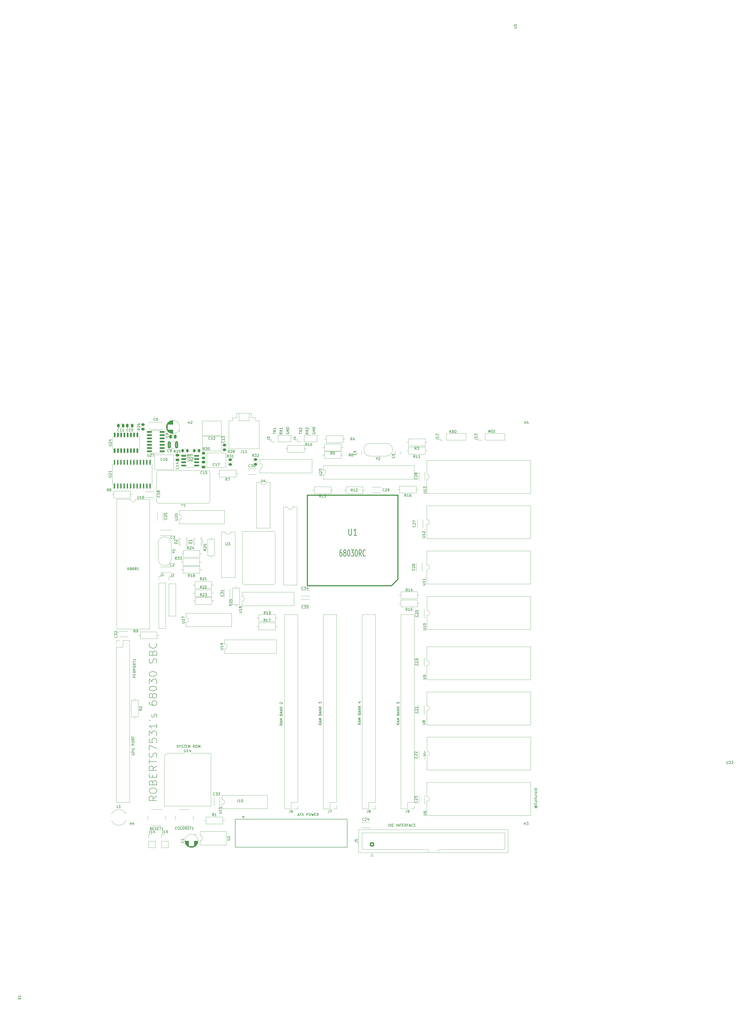
<source format=gto>
%TF.GenerationSoftware,KiCad,Pcbnew,7.0.10*%
%TF.CreationDate,2024-01-19T17:16:02+02:00*%
%TF.ProjectId,jox030,6a6f7830-3330-42e6-9b69-6361645f7063,rev?*%
%TF.SameCoordinates,Original*%
%TF.FileFunction,Legend,Top*%
%TF.FilePolarity,Positive*%
%FSLAX46Y46*%
G04 Gerber Fmt 4.6, Leading zero omitted, Abs format (unit mm)*
G04 Created by KiCad (PCBNEW 7.0.10) date 2024-01-19 17:16:02*
%MOMM*%
%LPD*%
G01*
G04 APERTURE LIST*
G04 Aperture macros list*
%AMRoundRect*
0 Rectangle with rounded corners*
0 $1 Rounding radius*
0 $2 $3 $4 $5 $6 $7 $8 $9 X,Y pos of 4 corners*
0 Add a 4 corners polygon primitive as box body*
4,1,4,$2,$3,$4,$5,$6,$7,$8,$9,$2,$3,0*
0 Add four circle primitives for the rounded corners*
1,1,$1+$1,$2,$3*
1,1,$1+$1,$4,$5*
1,1,$1+$1,$6,$7*
1,1,$1+$1,$8,$9*
0 Add four rect primitives between the rounded corners*
20,1,$1+$1,$2,$3,$4,$5,0*
20,1,$1+$1,$4,$5,$6,$7,0*
20,1,$1+$1,$6,$7,$8,$9,0*
20,1,$1+$1,$8,$9,$2,$3,0*%
G04 Aperture macros list end*
%ADD10C,0.150000*%
%ADD11C,0.254000*%
%ADD12C,0.120000*%
%ADD13C,0.381000*%
%ADD14C,0.127000*%
%ADD15R,1.397000X1.397000*%
%ADD16C,1.397000*%
%ADD17C,1.026200*%
%ADD18C,0.010000*%
%ADD19RoundRect,0.250000X-0.262500X-0.450000X0.262500X-0.450000X0.262500X0.450000X-0.262500X0.450000X0*%
%ADD20C,1.500000*%
%ADD21C,1.600000*%
%ADD22R,1.700000X1.700000*%
%ADD23O,1.700000X1.700000*%
%ADD24R,1.600000X1.600000*%
%ADD25O,1.600000X1.600000*%
%ADD26C,1.200000*%
%ADD27O,1.200000X2.200000*%
%ADD28O,1.600000X2.300000*%
%ADD29O,2.200000X1.200000*%
%ADD30O,1.600000X2.500000*%
%ADD31C,0.900000*%
%ADD32C,8.600000*%
%ADD33RoundRect,0.250000X0.600000X-0.600000X0.600000X0.600000X-0.600000X0.600000X-0.600000X-0.600000X0*%
%ADD34C,1.700000*%
%ADD35RoundRect,0.250000X-0.475000X0.250000X-0.475000X-0.250000X0.475000X-0.250000X0.475000X0.250000X0*%
%ADD36RoundRect,0.250000X0.250000X0.475000X-0.250000X0.475000X-0.250000X-0.475000X0.250000X-0.475000X0*%
%ADD37RoundRect,0.250000X-0.450000X0.262500X-0.450000X-0.262500X0.450000X-0.262500X0.450000X0.262500X0*%
%ADD38RoundRect,0.150000X0.825000X0.150000X-0.825000X0.150000X-0.825000X-0.150000X0.825000X-0.150000X0*%
%ADD39R,1.800000X1.800000*%
%ADD40C,1.800000*%
%ADD41RoundRect,0.250000X-0.325000X-1.100000X0.325000X-1.100000X0.325000X1.100000X-0.325000X1.100000X0*%
%ADD42RoundRect,0.162500X-0.825000X-0.162500X0.825000X-0.162500X0.825000X0.162500X-0.825000X0.162500X0*%
%ADD43RoundRect,0.137500X0.137500X-0.862500X0.137500X0.862500X-0.137500X0.862500X-0.137500X-0.862500X0*%
%ADD44RoundRect,0.250000X0.450000X-0.262500X0.450000X0.262500X-0.450000X0.262500X-0.450000X-0.262500X0*%
%ADD45C,2.000000*%
%ADD46RoundRect,0.250000X0.475000X-0.250000X0.475000X0.250000X-0.475000X0.250000X-0.475000X-0.250000X0*%
%ADD47C,1.422400*%
%ADD48R,1.422400X1.422400*%
%ADD49RoundRect,0.162500X0.162500X-0.750000X0.162500X0.750000X-0.162500X0.750000X-0.162500X-0.750000X0*%
G04 APERTURE END LIST*
D10*
X165182779Y-18665819D02*
X165182779Y-17665819D01*
X165182779Y-17665819D02*
X165516112Y-18380104D01*
X165516112Y-18380104D02*
X165849445Y-17665819D01*
X165849445Y-17665819D02*
X165849445Y-18665819D01*
X166278017Y-18618200D02*
X166420874Y-18665819D01*
X166420874Y-18665819D02*
X166658969Y-18665819D01*
X166658969Y-18665819D02*
X166754207Y-18618200D01*
X166754207Y-18618200D02*
X166801826Y-18570580D01*
X166801826Y-18570580D02*
X166849445Y-18475342D01*
X166849445Y-18475342D02*
X166849445Y-18380104D01*
X166849445Y-18380104D02*
X166801826Y-18284866D01*
X166801826Y-18284866D02*
X166754207Y-18237247D01*
X166754207Y-18237247D02*
X166658969Y-18189628D01*
X166658969Y-18189628D02*
X166468493Y-18142009D01*
X166468493Y-18142009D02*
X166373255Y-18094390D01*
X166373255Y-18094390D02*
X166325636Y-18046771D01*
X166325636Y-18046771D02*
X166278017Y-17951533D01*
X166278017Y-17951533D02*
X166278017Y-17856295D01*
X166278017Y-17856295D02*
X166325636Y-17761057D01*
X166325636Y-17761057D02*
X166373255Y-17713438D01*
X166373255Y-17713438D02*
X166468493Y-17665819D01*
X166468493Y-17665819D02*
X166706588Y-17665819D01*
X166706588Y-17665819D02*
X166849445Y-17713438D01*
X167278017Y-18142009D02*
X167611350Y-18142009D01*
X167754207Y-18665819D02*
X167278017Y-18665819D01*
X167278017Y-18665819D02*
X167278017Y-17665819D01*
X167278017Y-17665819D02*
X167754207Y-17665819D01*
X149993579Y-18742019D02*
X149993579Y-17742019D01*
X150565007Y-18742019D02*
X150136436Y-18170590D01*
X150565007Y-17742019D02*
X149993579Y-18313447D01*
X151326912Y-18218209D02*
X151469769Y-18265828D01*
X151469769Y-18265828D02*
X151517388Y-18313447D01*
X151517388Y-18313447D02*
X151565007Y-18408685D01*
X151565007Y-18408685D02*
X151565007Y-18551542D01*
X151565007Y-18551542D02*
X151517388Y-18646780D01*
X151517388Y-18646780D02*
X151469769Y-18694400D01*
X151469769Y-18694400D02*
X151374531Y-18742019D01*
X151374531Y-18742019D02*
X150993579Y-18742019D01*
X150993579Y-18742019D02*
X150993579Y-17742019D01*
X150993579Y-17742019D02*
X151326912Y-17742019D01*
X151326912Y-17742019D02*
X151422150Y-17789638D01*
X151422150Y-17789638D02*
X151469769Y-17837257D01*
X151469769Y-17837257D02*
X151517388Y-17932495D01*
X151517388Y-17932495D02*
X151517388Y-18027733D01*
X151517388Y-18027733D02*
X151469769Y-18122971D01*
X151469769Y-18122971D02*
X151422150Y-18170590D01*
X151422150Y-18170590D02*
X151326912Y-18218209D01*
X151326912Y-18218209D02*
X150993579Y-18218209D01*
X151993579Y-18742019D02*
X151993579Y-17742019D01*
X151993579Y-17742019D02*
X152231674Y-17742019D01*
X152231674Y-17742019D02*
X152374531Y-17789638D01*
X152374531Y-17789638D02*
X152469769Y-17884876D01*
X152469769Y-17884876D02*
X152517388Y-17980114D01*
X152517388Y-17980114D02*
X152565007Y-18170590D01*
X152565007Y-18170590D02*
X152565007Y-18313447D01*
X152565007Y-18313447D02*
X152517388Y-18503923D01*
X152517388Y-18503923D02*
X152469769Y-18599161D01*
X152469769Y-18599161D02*
X152374531Y-18694400D01*
X152374531Y-18694400D02*
X152231674Y-18742019D01*
X152231674Y-18742019D02*
X151993579Y-18742019D01*
X96123238Y-18646611D02*
X96075619Y-18741849D01*
X96075619Y-18741849D02*
X96075619Y-18884706D01*
X96075619Y-18884706D02*
X96123238Y-19027563D01*
X96123238Y-19027563D02*
X96218476Y-19122801D01*
X96218476Y-19122801D02*
X96313714Y-19170420D01*
X96313714Y-19170420D02*
X96504190Y-19218039D01*
X96504190Y-19218039D02*
X96647047Y-19218039D01*
X96647047Y-19218039D02*
X96837523Y-19170420D01*
X96837523Y-19170420D02*
X96932761Y-19122801D01*
X96932761Y-19122801D02*
X97028000Y-19027563D01*
X97028000Y-19027563D02*
X97075619Y-18884706D01*
X97075619Y-18884706D02*
X97075619Y-18789468D01*
X97075619Y-18789468D02*
X97028000Y-18646611D01*
X97028000Y-18646611D02*
X96980380Y-18598992D01*
X96980380Y-18598992D02*
X96647047Y-18598992D01*
X96647047Y-18598992D02*
X96647047Y-18789468D01*
X97075619Y-18170420D02*
X96075619Y-18170420D01*
X96075619Y-18170420D02*
X97075619Y-17598992D01*
X97075619Y-17598992D02*
X96075619Y-17598992D01*
X97075619Y-17122801D02*
X96075619Y-17122801D01*
X96075619Y-17122801D02*
X96075619Y-16884706D01*
X96075619Y-16884706D02*
X96123238Y-16741849D01*
X96123238Y-16741849D02*
X96218476Y-16646611D01*
X96218476Y-16646611D02*
X96313714Y-16598992D01*
X96313714Y-16598992D02*
X96504190Y-16551373D01*
X96504190Y-16551373D02*
X96647047Y-16551373D01*
X96647047Y-16551373D02*
X96837523Y-16598992D01*
X96837523Y-16598992D02*
X96932761Y-16646611D01*
X96932761Y-16646611D02*
X97028000Y-16741849D01*
X97028000Y-16741849D02*
X97075619Y-16884706D01*
X97075619Y-16884706D02*
X97075619Y-17122801D01*
X90894019Y-19211677D02*
X90894019Y-18640249D01*
X91894019Y-18925963D02*
X90894019Y-18925963D01*
X90894019Y-18402153D02*
X91894019Y-17735487D01*
X90894019Y-17735487D02*
X91894019Y-18402153D01*
X90989257Y-17402153D02*
X90941638Y-17354534D01*
X90941638Y-17354534D02*
X90894019Y-17259296D01*
X90894019Y-17259296D02*
X90894019Y-17021201D01*
X90894019Y-17021201D02*
X90941638Y-16925963D01*
X90941638Y-16925963D02*
X90989257Y-16878344D01*
X90989257Y-16878344D02*
X91084495Y-16830725D01*
X91084495Y-16830725D02*
X91179733Y-16830725D01*
X91179733Y-16830725D02*
X91322590Y-16878344D01*
X91322590Y-16878344D02*
X91894019Y-17449772D01*
X91894019Y-17449772D02*
X91894019Y-16830725D01*
X94434019Y-18649792D02*
X93957828Y-18983125D01*
X94434019Y-19221220D02*
X93434019Y-19221220D01*
X93434019Y-19221220D02*
X93434019Y-18840268D01*
X93434019Y-18840268D02*
X93481638Y-18745030D01*
X93481638Y-18745030D02*
X93529257Y-18697411D01*
X93529257Y-18697411D02*
X93624495Y-18649792D01*
X93624495Y-18649792D02*
X93767352Y-18649792D01*
X93767352Y-18649792D02*
X93862590Y-18697411D01*
X93862590Y-18697411D02*
X93910209Y-18745030D01*
X93910209Y-18745030D02*
X93957828Y-18840268D01*
X93957828Y-18840268D02*
X93957828Y-19221220D01*
X93434019Y-18316458D02*
X94434019Y-17649792D01*
X93434019Y-17649792D02*
X94434019Y-18316458D01*
X93529257Y-17316458D02*
X93481638Y-17268839D01*
X93481638Y-17268839D02*
X93434019Y-17173601D01*
X93434019Y-17173601D02*
X93434019Y-16935506D01*
X93434019Y-16935506D02*
X93481638Y-16840268D01*
X93481638Y-16840268D02*
X93529257Y-16792649D01*
X93529257Y-16792649D02*
X93624495Y-16745030D01*
X93624495Y-16745030D02*
X93719733Y-16745030D01*
X93719733Y-16745030D02*
X93862590Y-16792649D01*
X93862590Y-16792649D02*
X94434019Y-17364077D01*
X94434019Y-17364077D02*
X94434019Y-16745030D01*
X85836238Y-18646611D02*
X85788619Y-18741849D01*
X85788619Y-18741849D02*
X85788619Y-18884706D01*
X85788619Y-18884706D02*
X85836238Y-19027563D01*
X85836238Y-19027563D02*
X85931476Y-19122801D01*
X85931476Y-19122801D02*
X86026714Y-19170420D01*
X86026714Y-19170420D02*
X86217190Y-19218039D01*
X86217190Y-19218039D02*
X86360047Y-19218039D01*
X86360047Y-19218039D02*
X86550523Y-19170420D01*
X86550523Y-19170420D02*
X86645761Y-19122801D01*
X86645761Y-19122801D02*
X86741000Y-19027563D01*
X86741000Y-19027563D02*
X86788619Y-18884706D01*
X86788619Y-18884706D02*
X86788619Y-18789468D01*
X86788619Y-18789468D02*
X86741000Y-18646611D01*
X86741000Y-18646611D02*
X86693380Y-18598992D01*
X86693380Y-18598992D02*
X86360047Y-18598992D01*
X86360047Y-18598992D02*
X86360047Y-18789468D01*
X86788619Y-18170420D02*
X85788619Y-18170420D01*
X85788619Y-18170420D02*
X86788619Y-17598992D01*
X86788619Y-17598992D02*
X85788619Y-17598992D01*
X86788619Y-17122801D02*
X85788619Y-17122801D01*
X85788619Y-17122801D02*
X85788619Y-16884706D01*
X85788619Y-16884706D02*
X85836238Y-16741849D01*
X85836238Y-16741849D02*
X85931476Y-16646611D01*
X85931476Y-16646611D02*
X86026714Y-16598992D01*
X86026714Y-16598992D02*
X86217190Y-16551373D01*
X86217190Y-16551373D02*
X86360047Y-16551373D01*
X86360047Y-16551373D02*
X86550523Y-16598992D01*
X86550523Y-16598992D02*
X86645761Y-16646611D01*
X86645761Y-16646611D02*
X86741000Y-16741849D01*
X86741000Y-16741849D02*
X86788619Y-16884706D01*
X86788619Y-16884706D02*
X86788619Y-17122801D01*
X84147019Y-18649792D02*
X83670828Y-18983125D01*
X84147019Y-19221220D02*
X83147019Y-19221220D01*
X83147019Y-19221220D02*
X83147019Y-18840268D01*
X83147019Y-18840268D02*
X83194638Y-18745030D01*
X83194638Y-18745030D02*
X83242257Y-18697411D01*
X83242257Y-18697411D02*
X83337495Y-18649792D01*
X83337495Y-18649792D02*
X83480352Y-18649792D01*
X83480352Y-18649792D02*
X83575590Y-18697411D01*
X83575590Y-18697411D02*
X83623209Y-18745030D01*
X83623209Y-18745030D02*
X83670828Y-18840268D01*
X83670828Y-18840268D02*
X83670828Y-19221220D01*
X83147019Y-18316458D02*
X84147019Y-17649792D01*
X83147019Y-17649792D02*
X84147019Y-18316458D01*
X84147019Y-16745030D02*
X84147019Y-17316458D01*
X84147019Y-17030744D02*
X83147019Y-17030744D01*
X83147019Y-17030744D02*
X83289876Y-17125982D01*
X83289876Y-17125982D02*
X83385114Y-17221220D01*
X83385114Y-17221220D02*
X83432733Y-17316458D01*
X80607019Y-19211677D02*
X80607019Y-18640249D01*
X81607019Y-18925963D02*
X80607019Y-18925963D01*
X80607019Y-18402153D02*
X81607019Y-17735487D01*
X80607019Y-17735487D02*
X81607019Y-18402153D01*
X81607019Y-16830725D02*
X81607019Y-17402153D01*
X81607019Y-17116439D02*
X80607019Y-17116439D01*
X80607019Y-17116439D02*
X80749876Y-17211677D01*
X80749876Y-17211677D02*
X80845114Y-17306915D01*
X80845114Y-17306915D02*
X80892733Y-17402153D01*
X90332160Y-168875104D02*
X90808350Y-168875104D01*
X90236922Y-169160819D02*
X90570255Y-168160819D01*
X90570255Y-168160819D02*
X90903588Y-169160819D01*
X91094065Y-168160819D02*
X91665493Y-168160819D01*
X91379779Y-169160819D02*
X91379779Y-168160819D01*
X91903589Y-168160819D02*
X92570255Y-169160819D01*
X92570255Y-168160819D02*
X91903589Y-169160819D01*
X93713113Y-169160819D02*
X93713113Y-168160819D01*
X93713113Y-168160819D02*
X94094065Y-168160819D01*
X94094065Y-168160819D02*
X94189303Y-168208438D01*
X94189303Y-168208438D02*
X94236922Y-168256057D01*
X94236922Y-168256057D02*
X94284541Y-168351295D01*
X94284541Y-168351295D02*
X94284541Y-168494152D01*
X94284541Y-168494152D02*
X94236922Y-168589390D01*
X94236922Y-168589390D02*
X94189303Y-168637009D01*
X94189303Y-168637009D02*
X94094065Y-168684628D01*
X94094065Y-168684628D02*
X93713113Y-168684628D01*
X94903589Y-168160819D02*
X95094065Y-168160819D01*
X95094065Y-168160819D02*
X95189303Y-168208438D01*
X95189303Y-168208438D02*
X95284541Y-168303676D01*
X95284541Y-168303676D02*
X95332160Y-168494152D01*
X95332160Y-168494152D02*
X95332160Y-168827485D01*
X95332160Y-168827485D02*
X95284541Y-169017961D01*
X95284541Y-169017961D02*
X95189303Y-169113200D01*
X95189303Y-169113200D02*
X95094065Y-169160819D01*
X95094065Y-169160819D02*
X94903589Y-169160819D01*
X94903589Y-169160819D02*
X94808351Y-169113200D01*
X94808351Y-169113200D02*
X94713113Y-169017961D01*
X94713113Y-169017961D02*
X94665494Y-168827485D01*
X94665494Y-168827485D02*
X94665494Y-168494152D01*
X94665494Y-168494152D02*
X94713113Y-168303676D01*
X94713113Y-168303676D02*
X94808351Y-168208438D01*
X94808351Y-168208438D02*
X94903589Y-168160819D01*
X95665494Y-168160819D02*
X95903589Y-169160819D01*
X95903589Y-169160819D02*
X96094065Y-168446533D01*
X96094065Y-168446533D02*
X96284541Y-169160819D01*
X96284541Y-169160819D02*
X96522637Y-168160819D01*
X96903589Y-168637009D02*
X97236922Y-168637009D01*
X97379779Y-169160819D02*
X96903589Y-169160819D01*
X96903589Y-169160819D02*
X96903589Y-168160819D01*
X96903589Y-168160819D02*
X97379779Y-168160819D01*
X98379779Y-169160819D02*
X98046446Y-168684628D01*
X97808351Y-169160819D02*
X97808351Y-168160819D01*
X97808351Y-168160819D02*
X98189303Y-168160819D01*
X98189303Y-168160819D02*
X98284541Y-168208438D01*
X98284541Y-168208438D02*
X98332160Y-168256057D01*
X98332160Y-168256057D02*
X98379779Y-168351295D01*
X98379779Y-168351295D02*
X98379779Y-168494152D01*
X98379779Y-168494152D02*
X98332160Y-168589390D01*
X98332160Y-168589390D02*
X98284541Y-168637009D01*
X98284541Y-168637009D02*
X98189303Y-168684628D01*
X98189303Y-168684628D02*
X97808351Y-168684628D01*
X125914379Y-173377219D02*
X125914379Y-172377219D01*
X126390569Y-173377219D02*
X126390569Y-172377219D01*
X126390569Y-172377219D02*
X126628664Y-172377219D01*
X126628664Y-172377219D02*
X126771521Y-172424838D01*
X126771521Y-172424838D02*
X126866759Y-172520076D01*
X126866759Y-172520076D02*
X126914378Y-172615314D01*
X126914378Y-172615314D02*
X126961997Y-172805790D01*
X126961997Y-172805790D02*
X126961997Y-172948647D01*
X126961997Y-172948647D02*
X126914378Y-173139123D01*
X126914378Y-173139123D02*
X126866759Y-173234361D01*
X126866759Y-173234361D02*
X126771521Y-173329600D01*
X126771521Y-173329600D02*
X126628664Y-173377219D01*
X126628664Y-173377219D02*
X126390569Y-173377219D01*
X127390569Y-172853409D02*
X127723902Y-172853409D01*
X127866759Y-173377219D02*
X127390569Y-173377219D01*
X127390569Y-173377219D02*
X127390569Y-172377219D01*
X127390569Y-172377219D02*
X127866759Y-172377219D01*
X129057236Y-173377219D02*
X129057236Y-172377219D01*
X129533426Y-173377219D02*
X129533426Y-172377219D01*
X129533426Y-172377219D02*
X130104854Y-173377219D01*
X130104854Y-173377219D02*
X130104854Y-172377219D01*
X130438188Y-172377219D02*
X131009616Y-172377219D01*
X130723902Y-173377219D02*
X130723902Y-172377219D01*
X131342950Y-172853409D02*
X131676283Y-172853409D01*
X131819140Y-173377219D02*
X131342950Y-173377219D01*
X131342950Y-173377219D02*
X131342950Y-172377219D01*
X131342950Y-172377219D02*
X131819140Y-172377219D01*
X132819140Y-173377219D02*
X132485807Y-172901028D01*
X132247712Y-173377219D02*
X132247712Y-172377219D01*
X132247712Y-172377219D02*
X132628664Y-172377219D01*
X132628664Y-172377219D02*
X132723902Y-172424838D01*
X132723902Y-172424838D02*
X132771521Y-172472457D01*
X132771521Y-172472457D02*
X132819140Y-172567695D01*
X132819140Y-172567695D02*
X132819140Y-172710552D01*
X132819140Y-172710552D02*
X132771521Y-172805790D01*
X132771521Y-172805790D02*
X132723902Y-172853409D01*
X132723902Y-172853409D02*
X132628664Y-172901028D01*
X132628664Y-172901028D02*
X132247712Y-172901028D01*
X133581045Y-172853409D02*
X133247712Y-172853409D01*
X133247712Y-173377219D02*
X133247712Y-172377219D01*
X133247712Y-172377219D02*
X133723902Y-172377219D01*
X134057236Y-173091504D02*
X134533426Y-173091504D01*
X133961998Y-173377219D02*
X134295331Y-172377219D01*
X134295331Y-172377219D02*
X134628664Y-173377219D01*
X135533426Y-173281980D02*
X135485807Y-173329600D01*
X135485807Y-173329600D02*
X135342950Y-173377219D01*
X135342950Y-173377219D02*
X135247712Y-173377219D01*
X135247712Y-173377219D02*
X135104855Y-173329600D01*
X135104855Y-173329600D02*
X135009617Y-173234361D01*
X135009617Y-173234361D02*
X134961998Y-173139123D01*
X134961998Y-173139123D02*
X134914379Y-172948647D01*
X134914379Y-172948647D02*
X134914379Y-172805790D01*
X134914379Y-172805790D02*
X134961998Y-172615314D01*
X134961998Y-172615314D02*
X135009617Y-172520076D01*
X135009617Y-172520076D02*
X135104855Y-172424838D01*
X135104855Y-172424838D02*
X135247712Y-172377219D01*
X135247712Y-172377219D02*
X135342950Y-172377219D01*
X135342950Y-172377219D02*
X135485807Y-172424838D01*
X135485807Y-172424838D02*
X135533426Y-172472457D01*
X135961998Y-172853409D02*
X136295331Y-172853409D01*
X136438188Y-173377219D02*
X135961998Y-173377219D01*
X135961998Y-173377219D02*
X135961998Y-172377219D01*
X135961998Y-172377219D02*
X136438188Y-172377219D01*
X25155638Y-144757611D02*
X25108019Y-144852849D01*
X25108019Y-144852849D02*
X25108019Y-144995706D01*
X25108019Y-144995706D02*
X25155638Y-145138563D01*
X25155638Y-145138563D02*
X25250876Y-145233801D01*
X25250876Y-145233801D02*
X25346114Y-145281420D01*
X25346114Y-145281420D02*
X25536590Y-145329039D01*
X25536590Y-145329039D02*
X25679447Y-145329039D01*
X25679447Y-145329039D02*
X25869923Y-145281420D01*
X25869923Y-145281420D02*
X25965161Y-145233801D01*
X25965161Y-145233801D02*
X26060400Y-145138563D01*
X26060400Y-145138563D02*
X26108019Y-144995706D01*
X26108019Y-144995706D02*
X26108019Y-144900468D01*
X26108019Y-144900468D02*
X26060400Y-144757611D01*
X26060400Y-144757611D02*
X26012780Y-144709992D01*
X26012780Y-144709992D02*
X25679447Y-144709992D01*
X25679447Y-144709992D02*
X25679447Y-144900468D01*
X26108019Y-144281420D02*
X25108019Y-144281420D01*
X25108019Y-144281420D02*
X25108019Y-143900468D01*
X25108019Y-143900468D02*
X25155638Y-143805230D01*
X25155638Y-143805230D02*
X25203257Y-143757611D01*
X25203257Y-143757611D02*
X25298495Y-143709992D01*
X25298495Y-143709992D02*
X25441352Y-143709992D01*
X25441352Y-143709992D02*
X25536590Y-143757611D01*
X25536590Y-143757611D02*
X25584209Y-143805230D01*
X25584209Y-143805230D02*
X25631828Y-143900468D01*
X25631828Y-143900468D02*
X25631828Y-144281420D01*
X25108019Y-143281420D02*
X25917542Y-143281420D01*
X25917542Y-143281420D02*
X26012780Y-143233801D01*
X26012780Y-143233801D02*
X26060400Y-143186182D01*
X26060400Y-143186182D02*
X26108019Y-143090944D01*
X26108019Y-143090944D02*
X26108019Y-142900468D01*
X26108019Y-142900468D02*
X26060400Y-142805230D01*
X26060400Y-142805230D02*
X26012780Y-142757611D01*
X26012780Y-142757611D02*
X25917542Y-142709992D01*
X25917542Y-142709992D02*
X25108019Y-142709992D01*
X26108019Y-141471896D02*
X25108019Y-141471896D01*
X25108019Y-141471896D02*
X25108019Y-141090944D01*
X25108019Y-141090944D02*
X25155638Y-140995706D01*
X25155638Y-140995706D02*
X25203257Y-140948087D01*
X25203257Y-140948087D02*
X25298495Y-140900468D01*
X25298495Y-140900468D02*
X25441352Y-140900468D01*
X25441352Y-140900468D02*
X25536590Y-140948087D01*
X25536590Y-140948087D02*
X25584209Y-140995706D01*
X25584209Y-140995706D02*
X25631828Y-141090944D01*
X25631828Y-141090944D02*
X25631828Y-141471896D01*
X25108019Y-140281420D02*
X25108019Y-140090944D01*
X25108019Y-140090944D02*
X25155638Y-139995706D01*
X25155638Y-139995706D02*
X25250876Y-139900468D01*
X25250876Y-139900468D02*
X25441352Y-139852849D01*
X25441352Y-139852849D02*
X25774685Y-139852849D01*
X25774685Y-139852849D02*
X25965161Y-139900468D01*
X25965161Y-139900468D02*
X26060400Y-139995706D01*
X26060400Y-139995706D02*
X26108019Y-140090944D01*
X26108019Y-140090944D02*
X26108019Y-140281420D01*
X26108019Y-140281420D02*
X26060400Y-140376658D01*
X26060400Y-140376658D02*
X25965161Y-140471896D01*
X25965161Y-140471896D02*
X25774685Y-140519515D01*
X25774685Y-140519515D02*
X25441352Y-140519515D01*
X25441352Y-140519515D02*
X25250876Y-140471896D01*
X25250876Y-140471896D02*
X25155638Y-140376658D01*
X25155638Y-140376658D02*
X25108019Y-140281420D01*
X26108019Y-138852849D02*
X25631828Y-139186182D01*
X26108019Y-139424277D02*
X25108019Y-139424277D01*
X25108019Y-139424277D02*
X25108019Y-139043325D01*
X25108019Y-139043325D02*
X25155638Y-138948087D01*
X25155638Y-138948087D02*
X25203257Y-138900468D01*
X25203257Y-138900468D02*
X25298495Y-138852849D01*
X25298495Y-138852849D02*
X25441352Y-138852849D01*
X25441352Y-138852849D02*
X25536590Y-138900468D01*
X25536590Y-138900468D02*
X25584209Y-138948087D01*
X25584209Y-138948087D02*
X25631828Y-139043325D01*
X25631828Y-139043325D02*
X25631828Y-139424277D01*
X25108019Y-138567134D02*
X25108019Y-137995706D01*
X26108019Y-138281420D02*
X25108019Y-138281420D01*
X42783360Y-142341600D02*
X42926217Y-142389219D01*
X42926217Y-142389219D02*
X43164312Y-142389219D01*
X43164312Y-142389219D02*
X43259550Y-142341600D01*
X43259550Y-142341600D02*
X43307169Y-142293980D01*
X43307169Y-142293980D02*
X43354788Y-142198742D01*
X43354788Y-142198742D02*
X43354788Y-142103504D01*
X43354788Y-142103504D02*
X43307169Y-142008266D01*
X43307169Y-142008266D02*
X43259550Y-141960647D01*
X43259550Y-141960647D02*
X43164312Y-141913028D01*
X43164312Y-141913028D02*
X42973836Y-141865409D01*
X42973836Y-141865409D02*
X42878598Y-141817790D01*
X42878598Y-141817790D02*
X42830979Y-141770171D01*
X42830979Y-141770171D02*
X42783360Y-141674933D01*
X42783360Y-141674933D02*
X42783360Y-141579695D01*
X42783360Y-141579695D02*
X42830979Y-141484457D01*
X42830979Y-141484457D02*
X42878598Y-141436838D01*
X42878598Y-141436838D02*
X42973836Y-141389219D01*
X42973836Y-141389219D02*
X43211931Y-141389219D01*
X43211931Y-141389219D02*
X43354788Y-141436838D01*
X43973836Y-141913028D02*
X43973836Y-142389219D01*
X43640503Y-141389219D02*
X43973836Y-141913028D01*
X43973836Y-141913028D02*
X44307169Y-141389219D01*
X44592884Y-142341600D02*
X44735741Y-142389219D01*
X44735741Y-142389219D02*
X44973836Y-142389219D01*
X44973836Y-142389219D02*
X45069074Y-142341600D01*
X45069074Y-142341600D02*
X45116693Y-142293980D01*
X45116693Y-142293980D02*
X45164312Y-142198742D01*
X45164312Y-142198742D02*
X45164312Y-142103504D01*
X45164312Y-142103504D02*
X45116693Y-142008266D01*
X45116693Y-142008266D02*
X45069074Y-141960647D01*
X45069074Y-141960647D02*
X44973836Y-141913028D01*
X44973836Y-141913028D02*
X44783360Y-141865409D01*
X44783360Y-141865409D02*
X44688122Y-141817790D01*
X44688122Y-141817790D02*
X44640503Y-141770171D01*
X44640503Y-141770171D02*
X44592884Y-141674933D01*
X44592884Y-141674933D02*
X44592884Y-141579695D01*
X44592884Y-141579695D02*
X44640503Y-141484457D01*
X44640503Y-141484457D02*
X44688122Y-141436838D01*
X44688122Y-141436838D02*
X44783360Y-141389219D01*
X44783360Y-141389219D02*
X45021455Y-141389219D01*
X45021455Y-141389219D02*
X45164312Y-141436838D01*
X45450027Y-141389219D02*
X46021455Y-141389219D01*
X45735741Y-142389219D02*
X45735741Y-141389219D01*
X46354789Y-141865409D02*
X46688122Y-141865409D01*
X46830979Y-142389219D02*
X46354789Y-142389219D01*
X46354789Y-142389219D02*
X46354789Y-141389219D01*
X46354789Y-141389219D02*
X46830979Y-141389219D01*
X47259551Y-142389219D02*
X47259551Y-141389219D01*
X47259551Y-141389219D02*
X47592884Y-142103504D01*
X47592884Y-142103504D02*
X47926217Y-141389219D01*
X47926217Y-141389219D02*
X47926217Y-142389219D01*
X49735741Y-142389219D02*
X49402408Y-141913028D01*
X49164313Y-142389219D02*
X49164313Y-141389219D01*
X49164313Y-141389219D02*
X49545265Y-141389219D01*
X49545265Y-141389219D02*
X49640503Y-141436838D01*
X49640503Y-141436838D02*
X49688122Y-141484457D01*
X49688122Y-141484457D02*
X49735741Y-141579695D01*
X49735741Y-141579695D02*
X49735741Y-141722552D01*
X49735741Y-141722552D02*
X49688122Y-141817790D01*
X49688122Y-141817790D02*
X49640503Y-141865409D01*
X49640503Y-141865409D02*
X49545265Y-141913028D01*
X49545265Y-141913028D02*
X49164313Y-141913028D01*
X50354789Y-141389219D02*
X50545265Y-141389219D01*
X50545265Y-141389219D02*
X50640503Y-141436838D01*
X50640503Y-141436838D02*
X50735741Y-141532076D01*
X50735741Y-141532076D02*
X50783360Y-141722552D01*
X50783360Y-141722552D02*
X50783360Y-142055885D01*
X50783360Y-142055885D02*
X50735741Y-142246361D01*
X50735741Y-142246361D02*
X50640503Y-142341600D01*
X50640503Y-142341600D02*
X50545265Y-142389219D01*
X50545265Y-142389219D02*
X50354789Y-142389219D01*
X50354789Y-142389219D02*
X50259551Y-142341600D01*
X50259551Y-142341600D02*
X50164313Y-142246361D01*
X50164313Y-142246361D02*
X50116694Y-142055885D01*
X50116694Y-142055885D02*
X50116694Y-141722552D01*
X50116694Y-141722552D02*
X50164313Y-141532076D01*
X50164313Y-141532076D02*
X50259551Y-141436838D01*
X50259551Y-141436838D02*
X50354789Y-141389219D01*
X51211932Y-142389219D02*
X51211932Y-141389219D01*
X51211932Y-141389219D02*
X51545265Y-142103504D01*
X51545265Y-142103504D02*
X51878598Y-141389219D01*
X51878598Y-141389219D02*
X51878598Y-142389219D01*
X130171819Y-132848192D02*
X129695628Y-133181525D01*
X130171819Y-133419620D02*
X129171819Y-133419620D01*
X129171819Y-133419620D02*
X129171819Y-133038668D01*
X129171819Y-133038668D02*
X129219438Y-132943430D01*
X129219438Y-132943430D02*
X129267057Y-132895811D01*
X129267057Y-132895811D02*
X129362295Y-132848192D01*
X129362295Y-132848192D02*
X129505152Y-132848192D01*
X129505152Y-132848192D02*
X129600390Y-132895811D01*
X129600390Y-132895811D02*
X129648009Y-132943430D01*
X129648009Y-132943430D02*
X129695628Y-133038668D01*
X129695628Y-133038668D02*
X129695628Y-133419620D01*
X129886104Y-132467239D02*
X129886104Y-131991049D01*
X130171819Y-132562477D02*
X129171819Y-132229144D01*
X129171819Y-132229144D02*
X130171819Y-131895811D01*
X130171819Y-131562477D02*
X129171819Y-131562477D01*
X129171819Y-131562477D02*
X129886104Y-131229144D01*
X129886104Y-131229144D02*
X129171819Y-130895811D01*
X129171819Y-130895811D02*
X130171819Y-130895811D01*
X129648009Y-129324382D02*
X129695628Y-129181525D01*
X129695628Y-129181525D02*
X129743247Y-129133906D01*
X129743247Y-129133906D02*
X129838485Y-129086287D01*
X129838485Y-129086287D02*
X129981342Y-129086287D01*
X129981342Y-129086287D02*
X130076580Y-129133906D01*
X130076580Y-129133906D02*
X130124200Y-129181525D01*
X130124200Y-129181525D02*
X130171819Y-129276763D01*
X130171819Y-129276763D02*
X130171819Y-129657715D01*
X130171819Y-129657715D02*
X129171819Y-129657715D01*
X129171819Y-129657715D02*
X129171819Y-129324382D01*
X129171819Y-129324382D02*
X129219438Y-129229144D01*
X129219438Y-129229144D02*
X129267057Y-129181525D01*
X129267057Y-129181525D02*
X129362295Y-129133906D01*
X129362295Y-129133906D02*
X129457533Y-129133906D01*
X129457533Y-129133906D02*
X129552771Y-129181525D01*
X129552771Y-129181525D02*
X129600390Y-129229144D01*
X129600390Y-129229144D02*
X129648009Y-129324382D01*
X129648009Y-129324382D02*
X129648009Y-129657715D01*
X129886104Y-128705334D02*
X129886104Y-128229144D01*
X130171819Y-128800572D02*
X129171819Y-128467239D01*
X129171819Y-128467239D02*
X130171819Y-128133906D01*
X130171819Y-127800572D02*
X129171819Y-127800572D01*
X129171819Y-127800572D02*
X130171819Y-127229144D01*
X130171819Y-127229144D02*
X129171819Y-127229144D01*
X130171819Y-126752953D02*
X129171819Y-126752953D01*
X130171819Y-126181525D02*
X129600390Y-126610096D01*
X129171819Y-126181525D02*
X129743247Y-126752953D01*
X129171819Y-124514858D02*
X129171819Y-124991048D01*
X129171819Y-124991048D02*
X129648009Y-125038667D01*
X129648009Y-125038667D02*
X129600390Y-124991048D01*
X129600390Y-124991048D02*
X129552771Y-124895810D01*
X129552771Y-124895810D02*
X129552771Y-124657715D01*
X129552771Y-124657715D02*
X129600390Y-124562477D01*
X129600390Y-124562477D02*
X129648009Y-124514858D01*
X129648009Y-124514858D02*
X129743247Y-124467239D01*
X129743247Y-124467239D02*
X129981342Y-124467239D01*
X129981342Y-124467239D02*
X130076580Y-124514858D01*
X130076580Y-124514858D02*
X130124200Y-124562477D01*
X130124200Y-124562477D02*
X130171819Y-124657715D01*
X130171819Y-124657715D02*
X130171819Y-124895810D01*
X130171819Y-124895810D02*
X130124200Y-124991048D01*
X130124200Y-124991048D02*
X130076580Y-125038667D01*
X115008019Y-132695792D02*
X114531828Y-133029125D01*
X115008019Y-133267220D02*
X114008019Y-133267220D01*
X114008019Y-133267220D02*
X114008019Y-132886268D01*
X114008019Y-132886268D02*
X114055638Y-132791030D01*
X114055638Y-132791030D02*
X114103257Y-132743411D01*
X114103257Y-132743411D02*
X114198495Y-132695792D01*
X114198495Y-132695792D02*
X114341352Y-132695792D01*
X114341352Y-132695792D02*
X114436590Y-132743411D01*
X114436590Y-132743411D02*
X114484209Y-132791030D01*
X114484209Y-132791030D02*
X114531828Y-132886268D01*
X114531828Y-132886268D02*
X114531828Y-133267220D01*
X114722304Y-132314839D02*
X114722304Y-131838649D01*
X115008019Y-132410077D02*
X114008019Y-132076744D01*
X114008019Y-132076744D02*
X115008019Y-131743411D01*
X115008019Y-131410077D02*
X114008019Y-131410077D01*
X114008019Y-131410077D02*
X114722304Y-131076744D01*
X114722304Y-131076744D02*
X114008019Y-130743411D01*
X114008019Y-130743411D02*
X115008019Y-130743411D01*
X114484209Y-129171982D02*
X114531828Y-129029125D01*
X114531828Y-129029125D02*
X114579447Y-128981506D01*
X114579447Y-128981506D02*
X114674685Y-128933887D01*
X114674685Y-128933887D02*
X114817542Y-128933887D01*
X114817542Y-128933887D02*
X114912780Y-128981506D01*
X114912780Y-128981506D02*
X114960400Y-129029125D01*
X114960400Y-129029125D02*
X115008019Y-129124363D01*
X115008019Y-129124363D02*
X115008019Y-129505315D01*
X115008019Y-129505315D02*
X114008019Y-129505315D01*
X114008019Y-129505315D02*
X114008019Y-129171982D01*
X114008019Y-129171982D02*
X114055638Y-129076744D01*
X114055638Y-129076744D02*
X114103257Y-129029125D01*
X114103257Y-129029125D02*
X114198495Y-128981506D01*
X114198495Y-128981506D02*
X114293733Y-128981506D01*
X114293733Y-128981506D02*
X114388971Y-129029125D01*
X114388971Y-129029125D02*
X114436590Y-129076744D01*
X114436590Y-129076744D02*
X114484209Y-129171982D01*
X114484209Y-129171982D02*
X114484209Y-129505315D01*
X114722304Y-128552934D02*
X114722304Y-128076744D01*
X115008019Y-128648172D02*
X114008019Y-128314839D01*
X114008019Y-128314839D02*
X115008019Y-127981506D01*
X115008019Y-127648172D02*
X114008019Y-127648172D01*
X114008019Y-127648172D02*
X115008019Y-127076744D01*
X115008019Y-127076744D02*
X114008019Y-127076744D01*
X115008019Y-126600553D02*
X114008019Y-126600553D01*
X115008019Y-126029125D02*
X114436590Y-126457696D01*
X114008019Y-126029125D02*
X114579447Y-126600553D01*
X114341352Y-124410077D02*
X115008019Y-124410077D01*
X113960400Y-124648172D02*
X114674685Y-124886267D01*
X114674685Y-124886267D02*
X114674685Y-124267220D01*
X99590219Y-132848192D02*
X99114028Y-133181525D01*
X99590219Y-133419620D02*
X98590219Y-133419620D01*
X98590219Y-133419620D02*
X98590219Y-133038668D01*
X98590219Y-133038668D02*
X98637838Y-132943430D01*
X98637838Y-132943430D02*
X98685457Y-132895811D01*
X98685457Y-132895811D02*
X98780695Y-132848192D01*
X98780695Y-132848192D02*
X98923552Y-132848192D01*
X98923552Y-132848192D02*
X99018790Y-132895811D01*
X99018790Y-132895811D02*
X99066409Y-132943430D01*
X99066409Y-132943430D02*
X99114028Y-133038668D01*
X99114028Y-133038668D02*
X99114028Y-133419620D01*
X99304504Y-132467239D02*
X99304504Y-131991049D01*
X99590219Y-132562477D02*
X98590219Y-132229144D01*
X98590219Y-132229144D02*
X99590219Y-131895811D01*
X99590219Y-131562477D02*
X98590219Y-131562477D01*
X98590219Y-131562477D02*
X99304504Y-131229144D01*
X99304504Y-131229144D02*
X98590219Y-130895811D01*
X98590219Y-130895811D02*
X99590219Y-130895811D01*
X99066409Y-129324382D02*
X99114028Y-129181525D01*
X99114028Y-129181525D02*
X99161647Y-129133906D01*
X99161647Y-129133906D02*
X99256885Y-129086287D01*
X99256885Y-129086287D02*
X99399742Y-129086287D01*
X99399742Y-129086287D02*
X99494980Y-129133906D01*
X99494980Y-129133906D02*
X99542600Y-129181525D01*
X99542600Y-129181525D02*
X99590219Y-129276763D01*
X99590219Y-129276763D02*
X99590219Y-129657715D01*
X99590219Y-129657715D02*
X98590219Y-129657715D01*
X98590219Y-129657715D02*
X98590219Y-129324382D01*
X98590219Y-129324382D02*
X98637838Y-129229144D01*
X98637838Y-129229144D02*
X98685457Y-129181525D01*
X98685457Y-129181525D02*
X98780695Y-129133906D01*
X98780695Y-129133906D02*
X98875933Y-129133906D01*
X98875933Y-129133906D02*
X98971171Y-129181525D01*
X98971171Y-129181525D02*
X99018790Y-129229144D01*
X99018790Y-129229144D02*
X99066409Y-129324382D01*
X99066409Y-129324382D02*
X99066409Y-129657715D01*
X99304504Y-128705334D02*
X99304504Y-128229144D01*
X99590219Y-128800572D02*
X98590219Y-128467239D01*
X98590219Y-128467239D02*
X99590219Y-128133906D01*
X99590219Y-127800572D02*
X98590219Y-127800572D01*
X98590219Y-127800572D02*
X99590219Y-127229144D01*
X99590219Y-127229144D02*
X98590219Y-127229144D01*
X99590219Y-126752953D02*
X98590219Y-126752953D01*
X99590219Y-126181525D02*
X99018790Y-126610096D01*
X98590219Y-126181525D02*
X99161647Y-126752953D01*
X98590219Y-125086286D02*
X98590219Y-124467239D01*
X98590219Y-124467239D02*
X98971171Y-124800572D01*
X98971171Y-124800572D02*
X98971171Y-124657715D01*
X98971171Y-124657715D02*
X99018790Y-124562477D01*
X99018790Y-124562477D02*
X99066409Y-124514858D01*
X99066409Y-124514858D02*
X99161647Y-124467239D01*
X99161647Y-124467239D02*
X99399742Y-124467239D01*
X99399742Y-124467239D02*
X99494980Y-124514858D01*
X99494980Y-124514858D02*
X99542600Y-124562477D01*
X99542600Y-124562477D02*
X99590219Y-124657715D01*
X99590219Y-124657715D02*
X99590219Y-124943429D01*
X99590219Y-124943429D02*
X99542600Y-125038667D01*
X99542600Y-125038667D02*
X99494980Y-125086286D01*
X84223219Y-133000592D02*
X83747028Y-133333925D01*
X84223219Y-133572020D02*
X83223219Y-133572020D01*
X83223219Y-133572020D02*
X83223219Y-133191068D01*
X83223219Y-133191068D02*
X83270838Y-133095830D01*
X83270838Y-133095830D02*
X83318457Y-133048211D01*
X83318457Y-133048211D02*
X83413695Y-133000592D01*
X83413695Y-133000592D02*
X83556552Y-133000592D01*
X83556552Y-133000592D02*
X83651790Y-133048211D01*
X83651790Y-133048211D02*
X83699409Y-133095830D01*
X83699409Y-133095830D02*
X83747028Y-133191068D01*
X83747028Y-133191068D02*
X83747028Y-133572020D01*
X83937504Y-132619639D02*
X83937504Y-132143449D01*
X84223219Y-132714877D02*
X83223219Y-132381544D01*
X83223219Y-132381544D02*
X84223219Y-132048211D01*
X84223219Y-131714877D02*
X83223219Y-131714877D01*
X83223219Y-131714877D02*
X83937504Y-131381544D01*
X83937504Y-131381544D02*
X83223219Y-131048211D01*
X83223219Y-131048211D02*
X84223219Y-131048211D01*
X83699409Y-129476782D02*
X83747028Y-129333925D01*
X83747028Y-129333925D02*
X83794647Y-129286306D01*
X83794647Y-129286306D02*
X83889885Y-129238687D01*
X83889885Y-129238687D02*
X84032742Y-129238687D01*
X84032742Y-129238687D02*
X84127980Y-129286306D01*
X84127980Y-129286306D02*
X84175600Y-129333925D01*
X84175600Y-129333925D02*
X84223219Y-129429163D01*
X84223219Y-129429163D02*
X84223219Y-129810115D01*
X84223219Y-129810115D02*
X83223219Y-129810115D01*
X83223219Y-129810115D02*
X83223219Y-129476782D01*
X83223219Y-129476782D02*
X83270838Y-129381544D01*
X83270838Y-129381544D02*
X83318457Y-129333925D01*
X83318457Y-129333925D02*
X83413695Y-129286306D01*
X83413695Y-129286306D02*
X83508933Y-129286306D01*
X83508933Y-129286306D02*
X83604171Y-129333925D01*
X83604171Y-129333925D02*
X83651790Y-129381544D01*
X83651790Y-129381544D02*
X83699409Y-129476782D01*
X83699409Y-129476782D02*
X83699409Y-129810115D01*
X83937504Y-128857734D02*
X83937504Y-128381544D01*
X84223219Y-128952972D02*
X83223219Y-128619639D01*
X83223219Y-128619639D02*
X84223219Y-128286306D01*
X84223219Y-127952972D02*
X83223219Y-127952972D01*
X83223219Y-127952972D02*
X84223219Y-127381544D01*
X84223219Y-127381544D02*
X83223219Y-127381544D01*
X84223219Y-126905353D02*
X83223219Y-126905353D01*
X84223219Y-126333925D02*
X83651790Y-126762496D01*
X83223219Y-126333925D02*
X83794647Y-126905353D01*
X83318457Y-125191067D02*
X83270838Y-125143448D01*
X83270838Y-125143448D02*
X83223219Y-125048210D01*
X83223219Y-125048210D02*
X83223219Y-124810115D01*
X83223219Y-124810115D02*
X83270838Y-124714877D01*
X83270838Y-124714877D02*
X83318457Y-124667258D01*
X83318457Y-124667258D02*
X83413695Y-124619639D01*
X83413695Y-124619639D02*
X83508933Y-124619639D01*
X83508933Y-124619639D02*
X83651790Y-124667258D01*
X83651790Y-124667258D02*
X84223219Y-125238686D01*
X84223219Y-125238686D02*
X84223219Y-124619639D01*
X34905657Y-161455144D02*
X33477085Y-162455144D01*
X34905657Y-163169430D02*
X31905657Y-163169430D01*
X31905657Y-163169430D02*
X31905657Y-162026573D01*
X31905657Y-162026573D02*
X32048514Y-161740858D01*
X32048514Y-161740858D02*
X32191371Y-161598001D01*
X32191371Y-161598001D02*
X32477085Y-161455144D01*
X32477085Y-161455144D02*
X32905657Y-161455144D01*
X32905657Y-161455144D02*
X33191371Y-161598001D01*
X33191371Y-161598001D02*
X33334228Y-161740858D01*
X33334228Y-161740858D02*
X33477085Y-162026573D01*
X33477085Y-162026573D02*
X33477085Y-163169430D01*
X31905657Y-159598001D02*
X31905657Y-159026573D01*
X31905657Y-159026573D02*
X32048514Y-158740858D01*
X32048514Y-158740858D02*
X32334228Y-158455144D01*
X32334228Y-158455144D02*
X32905657Y-158312287D01*
X32905657Y-158312287D02*
X33905657Y-158312287D01*
X33905657Y-158312287D02*
X34477085Y-158455144D01*
X34477085Y-158455144D02*
X34762800Y-158740858D01*
X34762800Y-158740858D02*
X34905657Y-159026573D01*
X34905657Y-159026573D02*
X34905657Y-159598001D01*
X34905657Y-159598001D02*
X34762800Y-159883716D01*
X34762800Y-159883716D02*
X34477085Y-160169430D01*
X34477085Y-160169430D02*
X33905657Y-160312287D01*
X33905657Y-160312287D02*
X32905657Y-160312287D01*
X32905657Y-160312287D02*
X32334228Y-160169430D01*
X32334228Y-160169430D02*
X32048514Y-159883716D01*
X32048514Y-159883716D02*
X31905657Y-159598001D01*
X33334228Y-156026573D02*
X33477085Y-155598001D01*
X33477085Y-155598001D02*
X33619942Y-155455144D01*
X33619942Y-155455144D02*
X33905657Y-155312287D01*
X33905657Y-155312287D02*
X34334228Y-155312287D01*
X34334228Y-155312287D02*
X34619942Y-155455144D01*
X34619942Y-155455144D02*
X34762800Y-155598001D01*
X34762800Y-155598001D02*
X34905657Y-155883716D01*
X34905657Y-155883716D02*
X34905657Y-157026573D01*
X34905657Y-157026573D02*
X31905657Y-157026573D01*
X31905657Y-157026573D02*
X31905657Y-156026573D01*
X31905657Y-156026573D02*
X32048514Y-155740859D01*
X32048514Y-155740859D02*
X32191371Y-155598001D01*
X32191371Y-155598001D02*
X32477085Y-155455144D01*
X32477085Y-155455144D02*
X32762800Y-155455144D01*
X32762800Y-155455144D02*
X33048514Y-155598001D01*
X33048514Y-155598001D02*
X33191371Y-155740859D01*
X33191371Y-155740859D02*
X33334228Y-156026573D01*
X33334228Y-156026573D02*
X33334228Y-157026573D01*
X33334228Y-154026573D02*
X33334228Y-153026573D01*
X34905657Y-152598001D02*
X34905657Y-154026573D01*
X34905657Y-154026573D02*
X31905657Y-154026573D01*
X31905657Y-154026573D02*
X31905657Y-152598001D01*
X34905657Y-149598001D02*
X33477085Y-150598001D01*
X34905657Y-151312287D02*
X31905657Y-151312287D01*
X31905657Y-151312287D02*
X31905657Y-150169430D01*
X31905657Y-150169430D02*
X32048514Y-149883715D01*
X32048514Y-149883715D02*
X32191371Y-149740858D01*
X32191371Y-149740858D02*
X32477085Y-149598001D01*
X32477085Y-149598001D02*
X32905657Y-149598001D01*
X32905657Y-149598001D02*
X33191371Y-149740858D01*
X33191371Y-149740858D02*
X33334228Y-149883715D01*
X33334228Y-149883715D02*
X33477085Y-150169430D01*
X33477085Y-150169430D02*
X33477085Y-151312287D01*
X31905657Y-148740858D02*
X31905657Y-147026573D01*
X34905657Y-147883715D02*
X31905657Y-147883715D01*
X34762800Y-146169430D02*
X34905657Y-145740859D01*
X34905657Y-145740859D02*
X34905657Y-145026573D01*
X34905657Y-145026573D02*
X34762800Y-144740859D01*
X34762800Y-144740859D02*
X34619942Y-144598001D01*
X34619942Y-144598001D02*
X34334228Y-144455144D01*
X34334228Y-144455144D02*
X34048514Y-144455144D01*
X34048514Y-144455144D02*
X33762800Y-144598001D01*
X33762800Y-144598001D02*
X33619942Y-144740859D01*
X33619942Y-144740859D02*
X33477085Y-145026573D01*
X33477085Y-145026573D02*
X33334228Y-145598001D01*
X33334228Y-145598001D02*
X33191371Y-145883716D01*
X33191371Y-145883716D02*
X33048514Y-146026573D01*
X33048514Y-146026573D02*
X32762800Y-146169430D01*
X32762800Y-146169430D02*
X32477085Y-146169430D01*
X32477085Y-146169430D02*
X32191371Y-146026573D01*
X32191371Y-146026573D02*
X32048514Y-145883716D01*
X32048514Y-145883716D02*
X31905657Y-145598001D01*
X31905657Y-145598001D02*
X31905657Y-144883716D01*
X31905657Y-144883716D02*
X32048514Y-144455144D01*
X31905657Y-143455144D02*
X31905657Y-141455144D01*
X31905657Y-141455144D02*
X34905657Y-142740858D01*
X31905657Y-138883715D02*
X31905657Y-140312287D01*
X31905657Y-140312287D02*
X33334228Y-140455144D01*
X33334228Y-140455144D02*
X33191371Y-140312287D01*
X33191371Y-140312287D02*
X33048514Y-140026573D01*
X33048514Y-140026573D02*
X33048514Y-139312287D01*
X33048514Y-139312287D02*
X33191371Y-139026573D01*
X33191371Y-139026573D02*
X33334228Y-138883715D01*
X33334228Y-138883715D02*
X33619942Y-138740858D01*
X33619942Y-138740858D02*
X34334228Y-138740858D01*
X34334228Y-138740858D02*
X34619942Y-138883715D01*
X34619942Y-138883715D02*
X34762800Y-139026573D01*
X34762800Y-139026573D02*
X34905657Y-139312287D01*
X34905657Y-139312287D02*
X34905657Y-140026573D01*
X34905657Y-140026573D02*
X34762800Y-140312287D01*
X34762800Y-140312287D02*
X34619942Y-140455144D01*
X31905657Y-137740858D02*
X31905657Y-135883715D01*
X31905657Y-135883715D02*
X33048514Y-136883715D01*
X33048514Y-136883715D02*
X33048514Y-136455144D01*
X33048514Y-136455144D02*
X33191371Y-136169430D01*
X33191371Y-136169430D02*
X33334228Y-136026572D01*
X33334228Y-136026572D02*
X33619942Y-135883715D01*
X33619942Y-135883715D02*
X34334228Y-135883715D01*
X34334228Y-135883715D02*
X34619942Y-136026572D01*
X34619942Y-136026572D02*
X34762800Y-136169430D01*
X34762800Y-136169430D02*
X34905657Y-136455144D01*
X34905657Y-136455144D02*
X34905657Y-137312287D01*
X34905657Y-137312287D02*
X34762800Y-137598001D01*
X34762800Y-137598001D02*
X34619942Y-137740858D01*
X34905657Y-133026572D02*
X34905657Y-134740858D01*
X34905657Y-133883715D02*
X31905657Y-133883715D01*
X31905657Y-133883715D02*
X32334228Y-134169429D01*
X32334228Y-134169429D02*
X32619942Y-134455144D01*
X32619942Y-134455144D02*
X32762800Y-134740858D01*
X31905657Y-131598001D02*
X32477085Y-131883715D01*
X34762800Y-130455144D02*
X34905657Y-130169430D01*
X34905657Y-130169430D02*
X34905657Y-129598001D01*
X34905657Y-129598001D02*
X34762800Y-129312287D01*
X34762800Y-129312287D02*
X34477085Y-129169430D01*
X34477085Y-129169430D02*
X34334228Y-129169430D01*
X34334228Y-129169430D02*
X34048514Y-129312287D01*
X34048514Y-129312287D02*
X33905657Y-129598001D01*
X33905657Y-129598001D02*
X33905657Y-130026573D01*
X33905657Y-130026573D02*
X33762800Y-130312287D01*
X33762800Y-130312287D02*
X33477085Y-130455144D01*
X33477085Y-130455144D02*
X33334228Y-130455144D01*
X33334228Y-130455144D02*
X33048514Y-130312287D01*
X33048514Y-130312287D02*
X32905657Y-130026573D01*
X32905657Y-130026573D02*
X32905657Y-129598001D01*
X32905657Y-129598001D02*
X33048514Y-129312287D01*
X31905657Y-124312288D02*
X31905657Y-124883716D01*
X31905657Y-124883716D02*
X32048514Y-125169430D01*
X32048514Y-125169430D02*
X32191371Y-125312288D01*
X32191371Y-125312288D02*
X32619942Y-125598002D01*
X32619942Y-125598002D02*
X33191371Y-125740859D01*
X33191371Y-125740859D02*
X34334228Y-125740859D01*
X34334228Y-125740859D02*
X34619942Y-125598002D01*
X34619942Y-125598002D02*
X34762800Y-125455145D01*
X34762800Y-125455145D02*
X34905657Y-125169430D01*
X34905657Y-125169430D02*
X34905657Y-124598002D01*
X34905657Y-124598002D02*
X34762800Y-124312288D01*
X34762800Y-124312288D02*
X34619942Y-124169430D01*
X34619942Y-124169430D02*
X34334228Y-124026573D01*
X34334228Y-124026573D02*
X33619942Y-124026573D01*
X33619942Y-124026573D02*
X33334228Y-124169430D01*
X33334228Y-124169430D02*
X33191371Y-124312288D01*
X33191371Y-124312288D02*
X33048514Y-124598002D01*
X33048514Y-124598002D02*
X33048514Y-125169430D01*
X33048514Y-125169430D02*
X33191371Y-125455145D01*
X33191371Y-125455145D02*
X33334228Y-125598002D01*
X33334228Y-125598002D02*
X33619942Y-125740859D01*
X33191371Y-122312287D02*
X33048514Y-122598002D01*
X33048514Y-122598002D02*
X32905657Y-122740859D01*
X32905657Y-122740859D02*
X32619942Y-122883716D01*
X32619942Y-122883716D02*
X32477085Y-122883716D01*
X32477085Y-122883716D02*
X32191371Y-122740859D01*
X32191371Y-122740859D02*
X32048514Y-122598002D01*
X32048514Y-122598002D02*
X31905657Y-122312287D01*
X31905657Y-122312287D02*
X31905657Y-121740859D01*
X31905657Y-121740859D02*
X32048514Y-121455145D01*
X32048514Y-121455145D02*
X32191371Y-121312287D01*
X32191371Y-121312287D02*
X32477085Y-121169430D01*
X32477085Y-121169430D02*
X32619942Y-121169430D01*
X32619942Y-121169430D02*
X32905657Y-121312287D01*
X32905657Y-121312287D02*
X33048514Y-121455145D01*
X33048514Y-121455145D02*
X33191371Y-121740859D01*
X33191371Y-121740859D02*
X33191371Y-122312287D01*
X33191371Y-122312287D02*
X33334228Y-122598002D01*
X33334228Y-122598002D02*
X33477085Y-122740859D01*
X33477085Y-122740859D02*
X33762800Y-122883716D01*
X33762800Y-122883716D02*
X34334228Y-122883716D01*
X34334228Y-122883716D02*
X34619942Y-122740859D01*
X34619942Y-122740859D02*
X34762800Y-122598002D01*
X34762800Y-122598002D02*
X34905657Y-122312287D01*
X34905657Y-122312287D02*
X34905657Y-121740859D01*
X34905657Y-121740859D02*
X34762800Y-121455145D01*
X34762800Y-121455145D02*
X34619942Y-121312287D01*
X34619942Y-121312287D02*
X34334228Y-121169430D01*
X34334228Y-121169430D02*
X33762800Y-121169430D01*
X33762800Y-121169430D02*
X33477085Y-121312287D01*
X33477085Y-121312287D02*
X33334228Y-121455145D01*
X33334228Y-121455145D02*
X33191371Y-121740859D01*
X31905657Y-119312287D02*
X31905657Y-119026573D01*
X31905657Y-119026573D02*
X32048514Y-118740859D01*
X32048514Y-118740859D02*
X32191371Y-118598002D01*
X32191371Y-118598002D02*
X32477085Y-118455144D01*
X32477085Y-118455144D02*
X33048514Y-118312287D01*
X33048514Y-118312287D02*
X33762800Y-118312287D01*
X33762800Y-118312287D02*
X34334228Y-118455144D01*
X34334228Y-118455144D02*
X34619942Y-118598002D01*
X34619942Y-118598002D02*
X34762800Y-118740859D01*
X34762800Y-118740859D02*
X34905657Y-119026573D01*
X34905657Y-119026573D02*
X34905657Y-119312287D01*
X34905657Y-119312287D02*
X34762800Y-119598002D01*
X34762800Y-119598002D02*
X34619942Y-119740859D01*
X34619942Y-119740859D02*
X34334228Y-119883716D01*
X34334228Y-119883716D02*
X33762800Y-120026573D01*
X33762800Y-120026573D02*
X33048514Y-120026573D01*
X33048514Y-120026573D02*
X32477085Y-119883716D01*
X32477085Y-119883716D02*
X32191371Y-119740859D01*
X32191371Y-119740859D02*
X32048514Y-119598002D01*
X32048514Y-119598002D02*
X31905657Y-119312287D01*
X31905657Y-117312287D02*
X31905657Y-115455144D01*
X31905657Y-115455144D02*
X33048514Y-116455144D01*
X33048514Y-116455144D02*
X33048514Y-116026573D01*
X33048514Y-116026573D02*
X33191371Y-115740859D01*
X33191371Y-115740859D02*
X33334228Y-115598001D01*
X33334228Y-115598001D02*
X33619942Y-115455144D01*
X33619942Y-115455144D02*
X34334228Y-115455144D01*
X34334228Y-115455144D02*
X34619942Y-115598001D01*
X34619942Y-115598001D02*
X34762800Y-115740859D01*
X34762800Y-115740859D02*
X34905657Y-116026573D01*
X34905657Y-116026573D02*
X34905657Y-116883716D01*
X34905657Y-116883716D02*
X34762800Y-117169430D01*
X34762800Y-117169430D02*
X34619942Y-117312287D01*
X31905657Y-113598001D02*
X31905657Y-113312287D01*
X31905657Y-113312287D02*
X32048514Y-113026573D01*
X32048514Y-113026573D02*
X32191371Y-112883716D01*
X32191371Y-112883716D02*
X32477085Y-112740858D01*
X32477085Y-112740858D02*
X33048514Y-112598001D01*
X33048514Y-112598001D02*
X33762800Y-112598001D01*
X33762800Y-112598001D02*
X34334228Y-112740858D01*
X34334228Y-112740858D02*
X34619942Y-112883716D01*
X34619942Y-112883716D02*
X34762800Y-113026573D01*
X34762800Y-113026573D02*
X34905657Y-113312287D01*
X34905657Y-113312287D02*
X34905657Y-113598001D01*
X34905657Y-113598001D02*
X34762800Y-113883716D01*
X34762800Y-113883716D02*
X34619942Y-114026573D01*
X34619942Y-114026573D02*
X34334228Y-114169430D01*
X34334228Y-114169430D02*
X33762800Y-114312287D01*
X33762800Y-114312287D02*
X33048514Y-114312287D01*
X33048514Y-114312287D02*
X32477085Y-114169430D01*
X32477085Y-114169430D02*
X32191371Y-114026573D01*
X32191371Y-114026573D02*
X32048514Y-113883716D01*
X32048514Y-113883716D02*
X31905657Y-113598001D01*
X34762800Y-109169430D02*
X34905657Y-108740859D01*
X34905657Y-108740859D02*
X34905657Y-108026573D01*
X34905657Y-108026573D02*
X34762800Y-107740859D01*
X34762800Y-107740859D02*
X34619942Y-107598001D01*
X34619942Y-107598001D02*
X34334228Y-107455144D01*
X34334228Y-107455144D02*
X34048514Y-107455144D01*
X34048514Y-107455144D02*
X33762800Y-107598001D01*
X33762800Y-107598001D02*
X33619942Y-107740859D01*
X33619942Y-107740859D02*
X33477085Y-108026573D01*
X33477085Y-108026573D02*
X33334228Y-108598001D01*
X33334228Y-108598001D02*
X33191371Y-108883716D01*
X33191371Y-108883716D02*
X33048514Y-109026573D01*
X33048514Y-109026573D02*
X32762800Y-109169430D01*
X32762800Y-109169430D02*
X32477085Y-109169430D01*
X32477085Y-109169430D02*
X32191371Y-109026573D01*
X32191371Y-109026573D02*
X32048514Y-108883716D01*
X32048514Y-108883716D02*
X31905657Y-108598001D01*
X31905657Y-108598001D02*
X31905657Y-107883716D01*
X31905657Y-107883716D02*
X32048514Y-107455144D01*
X33334228Y-105169430D02*
X33477085Y-104740858D01*
X33477085Y-104740858D02*
X33619942Y-104598001D01*
X33619942Y-104598001D02*
X33905657Y-104455144D01*
X33905657Y-104455144D02*
X34334228Y-104455144D01*
X34334228Y-104455144D02*
X34619942Y-104598001D01*
X34619942Y-104598001D02*
X34762800Y-104740858D01*
X34762800Y-104740858D02*
X34905657Y-105026573D01*
X34905657Y-105026573D02*
X34905657Y-106169430D01*
X34905657Y-106169430D02*
X31905657Y-106169430D01*
X31905657Y-106169430D02*
X31905657Y-105169430D01*
X31905657Y-105169430D02*
X32048514Y-104883716D01*
X32048514Y-104883716D02*
X32191371Y-104740858D01*
X32191371Y-104740858D02*
X32477085Y-104598001D01*
X32477085Y-104598001D02*
X32762800Y-104598001D01*
X32762800Y-104598001D02*
X33048514Y-104740858D01*
X33048514Y-104740858D02*
X33191371Y-104883716D01*
X33191371Y-104883716D02*
X33334228Y-105169430D01*
X33334228Y-105169430D02*
X33334228Y-106169430D01*
X34619942Y-101455144D02*
X34762800Y-101598001D01*
X34762800Y-101598001D02*
X34905657Y-102026573D01*
X34905657Y-102026573D02*
X34905657Y-102312287D01*
X34905657Y-102312287D02*
X34762800Y-102740858D01*
X34762800Y-102740858D02*
X34477085Y-103026573D01*
X34477085Y-103026573D02*
X34191371Y-103169430D01*
X34191371Y-103169430D02*
X33619942Y-103312287D01*
X33619942Y-103312287D02*
X33191371Y-103312287D01*
X33191371Y-103312287D02*
X32619942Y-103169430D01*
X32619942Y-103169430D02*
X32334228Y-103026573D01*
X32334228Y-103026573D02*
X32048514Y-102740858D01*
X32048514Y-102740858D02*
X31905657Y-102312287D01*
X31905657Y-102312287D02*
X31905657Y-102026573D01*
X31905657Y-102026573D02*
X32048514Y-101598001D01*
X32048514Y-101598001D02*
X32191371Y-101455144D01*
X183648809Y-165423086D02*
X183601190Y-165470705D01*
X183601190Y-165470705D02*
X183553571Y-165565943D01*
X183553571Y-165565943D02*
X183553571Y-165661181D01*
X183553571Y-165661181D02*
X183601190Y-165756419D01*
X183601190Y-165756419D02*
X183648809Y-165804038D01*
X183648809Y-165804038D02*
X183744047Y-165851657D01*
X183744047Y-165851657D02*
X183839285Y-165851657D01*
X183839285Y-165851657D02*
X183934523Y-165804038D01*
X183934523Y-165804038D02*
X183982142Y-165756419D01*
X183982142Y-165756419D02*
X184029761Y-165661181D01*
X184029761Y-165661181D02*
X184029761Y-165565943D01*
X184029761Y-165565943D02*
X183982142Y-165470705D01*
X183982142Y-165470705D02*
X183934523Y-165423086D01*
X183553571Y-165423086D02*
X183934523Y-165423086D01*
X183934523Y-165423086D02*
X183982142Y-165375467D01*
X183982142Y-165375467D02*
X183982142Y-165327848D01*
X183982142Y-165327848D02*
X183934523Y-165232609D01*
X183934523Y-165232609D02*
X183839285Y-165184990D01*
X183839285Y-165184990D02*
X183601190Y-165184990D01*
X183601190Y-165184990D02*
X183458333Y-165280229D01*
X183458333Y-165280229D02*
X183363095Y-165423086D01*
X183363095Y-165423086D02*
X183315476Y-165613562D01*
X183315476Y-165613562D02*
X183363095Y-165804038D01*
X183363095Y-165804038D02*
X183458333Y-165946895D01*
X183458333Y-165946895D02*
X183601190Y-166042133D01*
X183601190Y-166042133D02*
X183791666Y-166089752D01*
X183791666Y-166089752D02*
X183982142Y-166042133D01*
X183982142Y-166042133D02*
X184125000Y-165946895D01*
X184125000Y-165946895D02*
X184220238Y-165804038D01*
X184220238Y-165804038D02*
X184267857Y-165613562D01*
X184267857Y-165613562D02*
X184220238Y-165423086D01*
X184220238Y-165423086D02*
X184125000Y-165280229D01*
X184077381Y-164804038D02*
X184125000Y-164661181D01*
X184125000Y-164661181D02*
X184125000Y-164423086D01*
X184125000Y-164423086D02*
X184077381Y-164327848D01*
X184077381Y-164327848D02*
X184029761Y-164280229D01*
X184029761Y-164280229D02*
X183934523Y-164232610D01*
X183934523Y-164232610D02*
X183839285Y-164232610D01*
X183839285Y-164232610D02*
X183744047Y-164280229D01*
X183744047Y-164280229D02*
X183696428Y-164327848D01*
X183696428Y-164327848D02*
X183648809Y-164423086D01*
X183648809Y-164423086D02*
X183601190Y-164613562D01*
X183601190Y-164613562D02*
X183553571Y-164708800D01*
X183553571Y-164708800D02*
X183505952Y-164756419D01*
X183505952Y-164756419D02*
X183410714Y-164804038D01*
X183410714Y-164804038D02*
X183315476Y-164804038D01*
X183315476Y-164804038D02*
X183220238Y-164756419D01*
X183220238Y-164756419D02*
X183172619Y-164708800D01*
X183172619Y-164708800D02*
X183125000Y-164613562D01*
X183125000Y-164613562D02*
X183125000Y-164375467D01*
X183125000Y-164375467D02*
X183172619Y-164232610D01*
X183458333Y-163375467D02*
X184125000Y-163375467D01*
X183458333Y-163804038D02*
X183982142Y-163804038D01*
X183982142Y-163804038D02*
X184077381Y-163756419D01*
X184077381Y-163756419D02*
X184125000Y-163661181D01*
X184125000Y-163661181D02*
X184125000Y-163518324D01*
X184125000Y-163518324D02*
X184077381Y-163423086D01*
X184077381Y-163423086D02*
X184029761Y-163375467D01*
X184125000Y-162756419D02*
X184077381Y-162851657D01*
X184077381Y-162851657D02*
X183982142Y-162899276D01*
X183982142Y-162899276D02*
X183125000Y-162899276D01*
X183458333Y-162518323D02*
X183458333Y-162137371D01*
X184125000Y-162375466D02*
X183267857Y-162375466D01*
X183267857Y-162375466D02*
X183172619Y-162327847D01*
X183172619Y-162327847D02*
X183125000Y-162232609D01*
X183125000Y-162232609D02*
X183125000Y-162137371D01*
X183458333Y-161375466D02*
X184125000Y-161375466D01*
X183458333Y-161804037D02*
X183982142Y-161804037D01*
X183982142Y-161804037D02*
X184077381Y-161756418D01*
X184077381Y-161756418D02*
X184125000Y-161661180D01*
X184125000Y-161661180D02*
X184125000Y-161518323D01*
X184125000Y-161518323D02*
X184077381Y-161423085D01*
X184077381Y-161423085D02*
X184029761Y-161375466D01*
X184125000Y-160899275D02*
X183458333Y-160899275D01*
X183648809Y-160899275D02*
X183553571Y-160851656D01*
X183553571Y-160851656D02*
X183505952Y-160804037D01*
X183505952Y-160804037D02*
X183458333Y-160708799D01*
X183458333Y-160708799D02*
X183458333Y-160613561D01*
X184125000Y-160137370D02*
X184077381Y-160232608D01*
X184077381Y-160232608D02*
X184029761Y-160280227D01*
X184029761Y-160280227D02*
X183934523Y-160327846D01*
X183934523Y-160327846D02*
X183648809Y-160327846D01*
X183648809Y-160327846D02*
X183553571Y-160280227D01*
X183553571Y-160280227D02*
X183505952Y-160232608D01*
X183505952Y-160232608D02*
X183458333Y-160137370D01*
X183458333Y-160137370D02*
X183458333Y-159994513D01*
X183458333Y-159994513D02*
X183505952Y-159899275D01*
X183505952Y-159899275D02*
X183553571Y-159851656D01*
X183553571Y-159851656D02*
X183648809Y-159804037D01*
X183648809Y-159804037D02*
X183934523Y-159804037D01*
X183934523Y-159804037D02*
X184029761Y-159851656D01*
X184029761Y-159851656D02*
X184077381Y-159899275D01*
X184077381Y-159899275D02*
X184125000Y-159994513D01*
X184125000Y-159994513D02*
X184125000Y-160137370D01*
X184125000Y-159375465D02*
X183458333Y-159375465D01*
X183125000Y-159375465D02*
X183172619Y-159423084D01*
X183172619Y-159423084D02*
X183220238Y-159375465D01*
X183220238Y-159375465D02*
X183172619Y-159327846D01*
X183172619Y-159327846D02*
X183125000Y-159375465D01*
X183125000Y-159375465D02*
X183220238Y-159375465D01*
X184125000Y-158470704D02*
X183125000Y-158470704D01*
X184077381Y-158470704D02*
X184125000Y-158565942D01*
X184125000Y-158565942D02*
X184125000Y-158756418D01*
X184125000Y-158756418D02*
X184077381Y-158851656D01*
X184077381Y-158851656D02*
X184029761Y-158899275D01*
X184029761Y-158899275D02*
X183934523Y-158946894D01*
X183934523Y-158946894D02*
X183648809Y-158946894D01*
X183648809Y-158946894D02*
X183553571Y-158899275D01*
X183553571Y-158899275D02*
X183505952Y-158851656D01*
X183505952Y-158851656D02*
X183458333Y-158756418D01*
X183458333Y-158756418D02*
X183458333Y-158565942D01*
X183458333Y-158565942D02*
X183505952Y-158470704D01*
X42257742Y-26540619D02*
X41924409Y-26064428D01*
X41686314Y-26540619D02*
X41686314Y-25540619D01*
X41686314Y-25540619D02*
X42067266Y-25540619D01*
X42067266Y-25540619D02*
X42162504Y-25588238D01*
X42162504Y-25588238D02*
X42210123Y-25635857D01*
X42210123Y-25635857D02*
X42257742Y-25731095D01*
X42257742Y-25731095D02*
X42257742Y-25873952D01*
X42257742Y-25873952D02*
X42210123Y-25969190D01*
X42210123Y-25969190D02*
X42162504Y-26016809D01*
X42162504Y-26016809D02*
X42067266Y-26064428D01*
X42067266Y-26064428D02*
X41686314Y-26064428D01*
X42638695Y-25635857D02*
X42686314Y-25588238D01*
X42686314Y-25588238D02*
X42781552Y-25540619D01*
X42781552Y-25540619D02*
X43019647Y-25540619D01*
X43019647Y-25540619D02*
X43114885Y-25588238D01*
X43114885Y-25588238D02*
X43162504Y-25635857D01*
X43162504Y-25635857D02*
X43210123Y-25731095D01*
X43210123Y-25731095D02*
X43210123Y-25826333D01*
X43210123Y-25826333D02*
X43162504Y-25969190D01*
X43162504Y-25969190D02*
X42591076Y-26540619D01*
X42591076Y-26540619D02*
X43210123Y-26540619D01*
X43686314Y-26540619D02*
X43876790Y-26540619D01*
X43876790Y-26540619D02*
X43972028Y-26493000D01*
X43972028Y-26493000D02*
X44019647Y-26445380D01*
X44019647Y-26445380D02*
X44114885Y-26302523D01*
X44114885Y-26302523D02*
X44162504Y-26112047D01*
X44162504Y-26112047D02*
X44162504Y-25731095D01*
X44162504Y-25731095D02*
X44114885Y-25635857D01*
X44114885Y-25635857D02*
X44067266Y-25588238D01*
X44067266Y-25588238D02*
X43972028Y-25540619D01*
X43972028Y-25540619D02*
X43781552Y-25540619D01*
X43781552Y-25540619D02*
X43686314Y-25588238D01*
X43686314Y-25588238D02*
X43638695Y-25635857D01*
X43638695Y-25635857D02*
X43591076Y-25731095D01*
X43591076Y-25731095D02*
X43591076Y-25969190D01*
X43591076Y-25969190D02*
X43638695Y-26064428D01*
X43638695Y-26064428D02*
X43686314Y-26112047D01*
X43686314Y-26112047D02*
X43781552Y-26159666D01*
X43781552Y-26159666D02*
X43972028Y-26159666D01*
X43972028Y-26159666D02*
X44067266Y-26112047D01*
X44067266Y-26112047D02*
X44114885Y-26064428D01*
X44114885Y-26064428D02*
X44162504Y-25969190D01*
X41558428Y-65652590D02*
X42034619Y-65652590D01*
X41034619Y-65985923D02*
X41558428Y-65652590D01*
X41558428Y-65652590D02*
X41034619Y-65319257D01*
X42034619Y-64462114D02*
X42034619Y-65033542D01*
X42034619Y-64747828D02*
X41034619Y-64747828D01*
X41034619Y-64747828D02*
X41177476Y-64843066D01*
X41177476Y-64843066D02*
X41272714Y-64938304D01*
X41272714Y-64938304D02*
X41320333Y-65033542D01*
X19231780Y-98585257D02*
X19279400Y-98632876D01*
X19279400Y-98632876D02*
X19327019Y-98775733D01*
X19327019Y-98775733D02*
X19327019Y-98870971D01*
X19327019Y-98870971D02*
X19279400Y-99013828D01*
X19279400Y-99013828D02*
X19184161Y-99109066D01*
X19184161Y-99109066D02*
X19088923Y-99156685D01*
X19088923Y-99156685D02*
X18898447Y-99204304D01*
X18898447Y-99204304D02*
X18755590Y-99204304D01*
X18755590Y-99204304D02*
X18565114Y-99156685D01*
X18565114Y-99156685D02*
X18469876Y-99109066D01*
X18469876Y-99109066D02*
X18374638Y-99013828D01*
X18374638Y-99013828D02*
X18327019Y-98870971D01*
X18327019Y-98870971D02*
X18327019Y-98775733D01*
X18327019Y-98775733D02*
X18374638Y-98632876D01*
X18374638Y-98632876D02*
X18422257Y-98585257D01*
X18327019Y-98251923D02*
X18327019Y-97632876D01*
X18327019Y-97632876D02*
X18707971Y-97966209D01*
X18707971Y-97966209D02*
X18707971Y-97823352D01*
X18707971Y-97823352D02*
X18755590Y-97728114D01*
X18755590Y-97728114D02*
X18803209Y-97680495D01*
X18803209Y-97680495D02*
X18898447Y-97632876D01*
X18898447Y-97632876D02*
X19136542Y-97632876D01*
X19136542Y-97632876D02*
X19231780Y-97680495D01*
X19231780Y-97680495D02*
X19279400Y-97728114D01*
X19279400Y-97728114D02*
X19327019Y-97823352D01*
X19327019Y-97823352D02*
X19327019Y-98109066D01*
X19327019Y-98109066D02*
X19279400Y-98204304D01*
X19279400Y-98204304D02*
X19231780Y-98251923D01*
X18422257Y-97251923D02*
X18374638Y-97204304D01*
X18374638Y-97204304D02*
X18327019Y-97109066D01*
X18327019Y-97109066D02*
X18327019Y-96870971D01*
X18327019Y-96870971D02*
X18374638Y-96775733D01*
X18374638Y-96775733D02*
X18422257Y-96728114D01*
X18422257Y-96728114D02*
X18517495Y-96680495D01*
X18517495Y-96680495D02*
X18612733Y-96680495D01*
X18612733Y-96680495D02*
X18755590Y-96728114D01*
X18755590Y-96728114D02*
X19327019Y-97299542D01*
X19327019Y-97299542D02*
X19327019Y-96680495D01*
X32210476Y-174924819D02*
X32210476Y-175639104D01*
X32210476Y-175639104D02*
X32162857Y-175781961D01*
X32162857Y-175781961D02*
X32067619Y-175877200D01*
X32067619Y-175877200D02*
X31924762Y-175924819D01*
X31924762Y-175924819D02*
X31829524Y-175924819D01*
X33210476Y-175924819D02*
X32639048Y-175924819D01*
X32924762Y-175924819D02*
X32924762Y-174924819D01*
X32924762Y-174924819D02*
X32829524Y-175067676D01*
X32829524Y-175067676D02*
X32734286Y-175162914D01*
X32734286Y-175162914D02*
X32639048Y-175210533D01*
X34067619Y-175258152D02*
X34067619Y-175924819D01*
X33829524Y-174877200D02*
X33591429Y-175591485D01*
X33591429Y-175591485D02*
X34210476Y-175591485D01*
X27362305Y-43600019D02*
X27362305Y-44409542D01*
X27362305Y-44409542D02*
X27409924Y-44504780D01*
X27409924Y-44504780D02*
X27457543Y-44552400D01*
X27457543Y-44552400D02*
X27552781Y-44600019D01*
X27552781Y-44600019D02*
X27743257Y-44600019D01*
X27743257Y-44600019D02*
X27838495Y-44552400D01*
X27838495Y-44552400D02*
X27886114Y-44504780D01*
X27886114Y-44504780D02*
X27933733Y-44409542D01*
X27933733Y-44409542D02*
X27933733Y-43600019D01*
X28933733Y-44600019D02*
X28362305Y-44600019D01*
X28648019Y-44600019D02*
X28648019Y-43600019D01*
X28648019Y-43600019D02*
X28552781Y-43742876D01*
X28552781Y-43742876D02*
X28457543Y-43838114D01*
X28457543Y-43838114D02*
X28362305Y-43885733D01*
X29790876Y-43600019D02*
X29600400Y-43600019D01*
X29600400Y-43600019D02*
X29505162Y-43647638D01*
X29505162Y-43647638D02*
X29457543Y-43695257D01*
X29457543Y-43695257D02*
X29362305Y-43838114D01*
X29362305Y-43838114D02*
X29314686Y-44028590D01*
X29314686Y-44028590D02*
X29314686Y-44409542D01*
X29314686Y-44409542D02*
X29362305Y-44504780D01*
X29362305Y-44504780D02*
X29409924Y-44552400D01*
X29409924Y-44552400D02*
X29505162Y-44600019D01*
X29505162Y-44600019D02*
X29695638Y-44600019D01*
X29695638Y-44600019D02*
X29790876Y-44552400D01*
X29790876Y-44552400D02*
X29838495Y-44504780D01*
X29838495Y-44504780D02*
X29886114Y-44409542D01*
X29886114Y-44409542D02*
X29886114Y-44171447D01*
X29886114Y-44171447D02*
X29838495Y-44076209D01*
X29838495Y-44076209D02*
X29790876Y-44028590D01*
X29790876Y-44028590D02*
X29695638Y-43980971D01*
X29695638Y-43980971D02*
X29505162Y-43980971D01*
X29505162Y-43980971D02*
X29409924Y-44028590D01*
X29409924Y-44028590D02*
X29362305Y-44076209D01*
X29362305Y-44076209D02*
X29314686Y-44171447D01*
X23914314Y-71641619D02*
X23723838Y-71641619D01*
X23723838Y-71641619D02*
X23628600Y-71689238D01*
X23628600Y-71689238D02*
X23580981Y-71736857D01*
X23580981Y-71736857D02*
X23485743Y-71879714D01*
X23485743Y-71879714D02*
X23438124Y-72070190D01*
X23438124Y-72070190D02*
X23438124Y-72451142D01*
X23438124Y-72451142D02*
X23485743Y-72546380D01*
X23485743Y-72546380D02*
X23533362Y-72594000D01*
X23533362Y-72594000D02*
X23628600Y-72641619D01*
X23628600Y-72641619D02*
X23819076Y-72641619D01*
X23819076Y-72641619D02*
X23914314Y-72594000D01*
X23914314Y-72594000D02*
X23961933Y-72546380D01*
X23961933Y-72546380D02*
X24009552Y-72451142D01*
X24009552Y-72451142D02*
X24009552Y-72213047D01*
X24009552Y-72213047D02*
X23961933Y-72117809D01*
X23961933Y-72117809D02*
X23914314Y-72070190D01*
X23914314Y-72070190D02*
X23819076Y-72022571D01*
X23819076Y-72022571D02*
X23628600Y-72022571D01*
X23628600Y-72022571D02*
X23533362Y-72070190D01*
X23533362Y-72070190D02*
X23485743Y-72117809D01*
X23485743Y-72117809D02*
X23438124Y-72213047D01*
X24580981Y-72070190D02*
X24485743Y-72022571D01*
X24485743Y-72022571D02*
X24438124Y-71974952D01*
X24438124Y-71974952D02*
X24390505Y-71879714D01*
X24390505Y-71879714D02*
X24390505Y-71832095D01*
X24390505Y-71832095D02*
X24438124Y-71736857D01*
X24438124Y-71736857D02*
X24485743Y-71689238D01*
X24485743Y-71689238D02*
X24580981Y-71641619D01*
X24580981Y-71641619D02*
X24771457Y-71641619D01*
X24771457Y-71641619D02*
X24866695Y-71689238D01*
X24866695Y-71689238D02*
X24914314Y-71736857D01*
X24914314Y-71736857D02*
X24961933Y-71832095D01*
X24961933Y-71832095D02*
X24961933Y-71879714D01*
X24961933Y-71879714D02*
X24914314Y-71974952D01*
X24914314Y-71974952D02*
X24866695Y-72022571D01*
X24866695Y-72022571D02*
X24771457Y-72070190D01*
X24771457Y-72070190D02*
X24580981Y-72070190D01*
X24580981Y-72070190D02*
X24485743Y-72117809D01*
X24485743Y-72117809D02*
X24438124Y-72165428D01*
X24438124Y-72165428D02*
X24390505Y-72260666D01*
X24390505Y-72260666D02*
X24390505Y-72451142D01*
X24390505Y-72451142D02*
X24438124Y-72546380D01*
X24438124Y-72546380D02*
X24485743Y-72594000D01*
X24485743Y-72594000D02*
X24580981Y-72641619D01*
X24580981Y-72641619D02*
X24771457Y-72641619D01*
X24771457Y-72641619D02*
X24866695Y-72594000D01*
X24866695Y-72594000D02*
X24914314Y-72546380D01*
X24914314Y-72546380D02*
X24961933Y-72451142D01*
X24961933Y-72451142D02*
X24961933Y-72260666D01*
X24961933Y-72260666D02*
X24914314Y-72165428D01*
X24914314Y-72165428D02*
X24866695Y-72117809D01*
X24866695Y-72117809D02*
X24771457Y-72070190D01*
X25819076Y-71641619D02*
X25628600Y-71641619D01*
X25628600Y-71641619D02*
X25533362Y-71689238D01*
X25533362Y-71689238D02*
X25485743Y-71736857D01*
X25485743Y-71736857D02*
X25390505Y-71879714D01*
X25390505Y-71879714D02*
X25342886Y-72070190D01*
X25342886Y-72070190D02*
X25342886Y-72451142D01*
X25342886Y-72451142D02*
X25390505Y-72546380D01*
X25390505Y-72546380D02*
X25438124Y-72594000D01*
X25438124Y-72594000D02*
X25533362Y-72641619D01*
X25533362Y-72641619D02*
X25723838Y-72641619D01*
X25723838Y-72641619D02*
X25819076Y-72594000D01*
X25819076Y-72594000D02*
X25866695Y-72546380D01*
X25866695Y-72546380D02*
X25914314Y-72451142D01*
X25914314Y-72451142D02*
X25914314Y-72213047D01*
X25914314Y-72213047D02*
X25866695Y-72117809D01*
X25866695Y-72117809D02*
X25819076Y-72070190D01*
X25819076Y-72070190D02*
X25723838Y-72022571D01*
X25723838Y-72022571D02*
X25533362Y-72022571D01*
X25533362Y-72022571D02*
X25438124Y-72070190D01*
X25438124Y-72070190D02*
X25390505Y-72117809D01*
X25390505Y-72117809D02*
X25342886Y-72213047D01*
X26485743Y-72070190D02*
X26390505Y-72022571D01*
X26390505Y-72022571D02*
X26342886Y-71974952D01*
X26342886Y-71974952D02*
X26295267Y-71879714D01*
X26295267Y-71879714D02*
X26295267Y-71832095D01*
X26295267Y-71832095D02*
X26342886Y-71736857D01*
X26342886Y-71736857D02*
X26390505Y-71689238D01*
X26390505Y-71689238D02*
X26485743Y-71641619D01*
X26485743Y-71641619D02*
X26676219Y-71641619D01*
X26676219Y-71641619D02*
X26771457Y-71689238D01*
X26771457Y-71689238D02*
X26819076Y-71736857D01*
X26819076Y-71736857D02*
X26866695Y-71832095D01*
X26866695Y-71832095D02*
X26866695Y-71879714D01*
X26866695Y-71879714D02*
X26819076Y-71974952D01*
X26819076Y-71974952D02*
X26771457Y-72022571D01*
X26771457Y-72022571D02*
X26676219Y-72070190D01*
X26676219Y-72070190D02*
X26485743Y-72070190D01*
X26485743Y-72070190D02*
X26390505Y-72117809D01*
X26390505Y-72117809D02*
X26342886Y-72165428D01*
X26342886Y-72165428D02*
X26295267Y-72260666D01*
X26295267Y-72260666D02*
X26295267Y-72451142D01*
X26295267Y-72451142D02*
X26342886Y-72546380D01*
X26342886Y-72546380D02*
X26390505Y-72594000D01*
X26390505Y-72594000D02*
X26485743Y-72641619D01*
X26485743Y-72641619D02*
X26676219Y-72641619D01*
X26676219Y-72641619D02*
X26771457Y-72594000D01*
X26771457Y-72594000D02*
X26819076Y-72546380D01*
X26819076Y-72546380D02*
X26866695Y-72451142D01*
X26866695Y-72451142D02*
X26866695Y-72260666D01*
X26866695Y-72260666D02*
X26819076Y-72165428D01*
X26819076Y-72165428D02*
X26771457Y-72117809D01*
X26771457Y-72117809D02*
X26676219Y-72070190D01*
X27819076Y-72641619D02*
X27247648Y-72641619D01*
X27533362Y-72641619D02*
X27533362Y-71641619D01*
X27533362Y-71641619D02*
X27438124Y-71784476D01*
X27438124Y-71784476D02*
X27342886Y-71879714D01*
X27342886Y-71879714D02*
X27247648Y-71927333D01*
X258641905Y-147740819D02*
X258641905Y-148550342D01*
X258641905Y-148550342D02*
X258689524Y-148645580D01*
X258689524Y-148645580D02*
X258737143Y-148693200D01*
X258737143Y-148693200D02*
X258832381Y-148740819D01*
X258832381Y-148740819D02*
X259022857Y-148740819D01*
X259022857Y-148740819D02*
X259118095Y-148693200D01*
X259118095Y-148693200D02*
X259165714Y-148645580D01*
X259165714Y-148645580D02*
X259213333Y-148550342D01*
X259213333Y-148550342D02*
X259213333Y-147740819D01*
X259641905Y-147836057D02*
X259689524Y-147788438D01*
X259689524Y-147788438D02*
X259784762Y-147740819D01*
X259784762Y-147740819D02*
X260022857Y-147740819D01*
X260022857Y-147740819D02*
X260118095Y-147788438D01*
X260118095Y-147788438D02*
X260165714Y-147836057D01*
X260165714Y-147836057D02*
X260213333Y-147931295D01*
X260213333Y-147931295D02*
X260213333Y-148026533D01*
X260213333Y-148026533D02*
X260165714Y-148169390D01*
X260165714Y-148169390D02*
X259594286Y-148740819D01*
X259594286Y-148740819D02*
X260213333Y-148740819D01*
X260594286Y-147836057D02*
X260641905Y-147788438D01*
X260641905Y-147788438D02*
X260737143Y-147740819D01*
X260737143Y-147740819D02*
X260975238Y-147740819D01*
X260975238Y-147740819D02*
X261070476Y-147788438D01*
X261070476Y-147788438D02*
X261118095Y-147836057D01*
X261118095Y-147836057D02*
X261165714Y-147931295D01*
X261165714Y-147931295D02*
X261165714Y-148026533D01*
X261165714Y-148026533D02*
X261118095Y-148169390D01*
X261118095Y-148169390D02*
X260546667Y-148740819D01*
X260546667Y-148740819D02*
X261165714Y-148740819D01*
X132857142Y-43824819D02*
X132523809Y-43348628D01*
X132285714Y-43824819D02*
X132285714Y-42824819D01*
X132285714Y-42824819D02*
X132666666Y-42824819D01*
X132666666Y-42824819D02*
X132761904Y-42872438D01*
X132761904Y-42872438D02*
X132809523Y-42920057D01*
X132809523Y-42920057D02*
X132857142Y-43015295D01*
X132857142Y-43015295D02*
X132857142Y-43158152D01*
X132857142Y-43158152D02*
X132809523Y-43253390D01*
X132809523Y-43253390D02*
X132761904Y-43301009D01*
X132761904Y-43301009D02*
X132666666Y-43348628D01*
X132666666Y-43348628D02*
X132285714Y-43348628D01*
X133809523Y-43824819D02*
X133238095Y-43824819D01*
X133523809Y-43824819D02*
X133523809Y-42824819D01*
X133523809Y-42824819D02*
X133428571Y-42967676D01*
X133428571Y-42967676D02*
X133333333Y-43062914D01*
X133333333Y-43062914D02*
X133238095Y-43110533D01*
X134666666Y-42824819D02*
X134476190Y-42824819D01*
X134476190Y-42824819D02*
X134380952Y-42872438D01*
X134380952Y-42872438D02*
X134333333Y-42920057D01*
X134333333Y-42920057D02*
X134238095Y-43062914D01*
X134238095Y-43062914D02*
X134190476Y-43253390D01*
X134190476Y-43253390D02*
X134190476Y-43634342D01*
X134190476Y-43634342D02*
X134238095Y-43729580D01*
X134238095Y-43729580D02*
X134285714Y-43777200D01*
X134285714Y-43777200D02*
X134380952Y-43824819D01*
X134380952Y-43824819D02*
X134571428Y-43824819D01*
X134571428Y-43824819D02*
X134666666Y-43777200D01*
X134666666Y-43777200D02*
X134714285Y-43729580D01*
X134714285Y-43729580D02*
X134761904Y-43634342D01*
X134761904Y-43634342D02*
X134761904Y-43396247D01*
X134761904Y-43396247D02*
X134714285Y-43301009D01*
X134714285Y-43301009D02*
X134666666Y-43253390D01*
X134666666Y-43253390D02*
X134571428Y-43205771D01*
X134571428Y-43205771D02*
X134380952Y-43205771D01*
X134380952Y-43205771D02*
X134285714Y-43253390D01*
X134285714Y-43253390D02*
X134238095Y-43301009D01*
X134238095Y-43301009D02*
X134190476Y-43396247D01*
X55872142Y-21301380D02*
X55824523Y-21349000D01*
X55824523Y-21349000D02*
X55681666Y-21396619D01*
X55681666Y-21396619D02*
X55586428Y-21396619D01*
X55586428Y-21396619D02*
X55443571Y-21349000D01*
X55443571Y-21349000D02*
X55348333Y-21253761D01*
X55348333Y-21253761D02*
X55300714Y-21158523D01*
X55300714Y-21158523D02*
X55253095Y-20968047D01*
X55253095Y-20968047D02*
X55253095Y-20825190D01*
X55253095Y-20825190D02*
X55300714Y-20634714D01*
X55300714Y-20634714D02*
X55348333Y-20539476D01*
X55348333Y-20539476D02*
X55443571Y-20444238D01*
X55443571Y-20444238D02*
X55586428Y-20396619D01*
X55586428Y-20396619D02*
X55681666Y-20396619D01*
X55681666Y-20396619D02*
X55824523Y-20444238D01*
X55824523Y-20444238D02*
X55872142Y-20491857D01*
X56824523Y-21396619D02*
X56253095Y-21396619D01*
X56538809Y-21396619D02*
X56538809Y-20396619D01*
X56538809Y-20396619D02*
X56443571Y-20539476D01*
X56443571Y-20539476D02*
X56348333Y-20634714D01*
X56348333Y-20634714D02*
X56253095Y-20682333D01*
X57205476Y-20491857D02*
X57253095Y-20444238D01*
X57253095Y-20444238D02*
X57348333Y-20396619D01*
X57348333Y-20396619D02*
X57586428Y-20396619D01*
X57586428Y-20396619D02*
X57681666Y-20444238D01*
X57681666Y-20444238D02*
X57729285Y-20491857D01*
X57729285Y-20491857D02*
X57776904Y-20587095D01*
X57776904Y-20587095D02*
X57776904Y-20682333D01*
X57776904Y-20682333D02*
X57729285Y-20825190D01*
X57729285Y-20825190D02*
X57157857Y-21396619D01*
X57157857Y-21396619D02*
X57776904Y-21396619D01*
X137265580Y-128176257D02*
X137313200Y-128223876D01*
X137313200Y-128223876D02*
X137360819Y-128366733D01*
X137360819Y-128366733D02*
X137360819Y-128461971D01*
X137360819Y-128461971D02*
X137313200Y-128604828D01*
X137313200Y-128604828D02*
X137217961Y-128700066D01*
X137217961Y-128700066D02*
X137122723Y-128747685D01*
X137122723Y-128747685D02*
X136932247Y-128795304D01*
X136932247Y-128795304D02*
X136789390Y-128795304D01*
X136789390Y-128795304D02*
X136598914Y-128747685D01*
X136598914Y-128747685D02*
X136503676Y-128700066D01*
X136503676Y-128700066D02*
X136408438Y-128604828D01*
X136408438Y-128604828D02*
X136360819Y-128461971D01*
X136360819Y-128461971D02*
X136360819Y-128366733D01*
X136360819Y-128366733D02*
X136408438Y-128223876D01*
X136408438Y-128223876D02*
X136456057Y-128176257D01*
X136456057Y-127795304D02*
X136408438Y-127747685D01*
X136408438Y-127747685D02*
X136360819Y-127652447D01*
X136360819Y-127652447D02*
X136360819Y-127414352D01*
X136360819Y-127414352D02*
X136408438Y-127319114D01*
X136408438Y-127319114D02*
X136456057Y-127271495D01*
X136456057Y-127271495D02*
X136551295Y-127223876D01*
X136551295Y-127223876D02*
X136646533Y-127223876D01*
X136646533Y-127223876D02*
X136789390Y-127271495D01*
X136789390Y-127271495D02*
X137360819Y-127842923D01*
X137360819Y-127842923D02*
X137360819Y-127223876D01*
X137360819Y-126271495D02*
X137360819Y-126842923D01*
X137360819Y-126557209D02*
X136360819Y-126557209D01*
X136360819Y-126557209D02*
X136503676Y-126652447D01*
X136503676Y-126652447D02*
X136598914Y-126747685D01*
X136598914Y-126747685D02*
X136646533Y-126842923D01*
X44821019Y-93480894D02*
X45630542Y-93480894D01*
X45630542Y-93480894D02*
X45725780Y-93433275D01*
X45725780Y-93433275D02*
X45773400Y-93385656D01*
X45773400Y-93385656D02*
X45821019Y-93290418D01*
X45821019Y-93290418D02*
X45821019Y-93099942D01*
X45821019Y-93099942D02*
X45773400Y-93004704D01*
X45773400Y-93004704D02*
X45725780Y-92957085D01*
X45725780Y-92957085D02*
X45630542Y-92909466D01*
X45630542Y-92909466D02*
X44821019Y-92909466D01*
X45821019Y-91909466D02*
X45821019Y-92480894D01*
X45821019Y-92195180D02*
X44821019Y-92195180D01*
X44821019Y-92195180D02*
X44963876Y-92290418D01*
X44963876Y-92290418D02*
X45059114Y-92385656D01*
X45059114Y-92385656D02*
X45106733Y-92480894D01*
X44821019Y-91576132D02*
X44821019Y-90909466D01*
X44821019Y-90909466D02*
X45821019Y-91338037D01*
X111009133Y-27963019D02*
X110675800Y-27486828D01*
X110437705Y-27963019D02*
X110437705Y-26963019D01*
X110437705Y-26963019D02*
X110818657Y-26963019D01*
X110818657Y-26963019D02*
X110913895Y-27010638D01*
X110913895Y-27010638D02*
X110961514Y-27058257D01*
X110961514Y-27058257D02*
X111009133Y-27153495D01*
X111009133Y-27153495D02*
X111009133Y-27296352D01*
X111009133Y-27296352D02*
X110961514Y-27391590D01*
X110961514Y-27391590D02*
X110913895Y-27439209D01*
X110913895Y-27439209D02*
X110818657Y-27486828D01*
X110818657Y-27486828D02*
X110437705Y-27486828D01*
X111866276Y-26963019D02*
X111675800Y-26963019D01*
X111675800Y-26963019D02*
X111580562Y-27010638D01*
X111580562Y-27010638D02*
X111532943Y-27058257D01*
X111532943Y-27058257D02*
X111437705Y-27201114D01*
X111437705Y-27201114D02*
X111390086Y-27391590D01*
X111390086Y-27391590D02*
X111390086Y-27772542D01*
X111390086Y-27772542D02*
X111437705Y-27867780D01*
X111437705Y-27867780D02*
X111485324Y-27915400D01*
X111485324Y-27915400D02*
X111580562Y-27963019D01*
X111580562Y-27963019D02*
X111771038Y-27963019D01*
X111771038Y-27963019D02*
X111866276Y-27915400D01*
X111866276Y-27915400D02*
X111913895Y-27867780D01*
X111913895Y-27867780D02*
X111961514Y-27772542D01*
X111961514Y-27772542D02*
X111961514Y-27534447D01*
X111961514Y-27534447D02*
X111913895Y-27439209D01*
X111913895Y-27439209D02*
X111866276Y-27391590D01*
X111866276Y-27391590D02*
X111771038Y-27343971D01*
X111771038Y-27343971D02*
X111580562Y-27343971D01*
X111580562Y-27343971D02*
X111485324Y-27391590D01*
X111485324Y-27391590D02*
X111437705Y-27439209D01*
X111437705Y-27439209D02*
X111390086Y-27534447D01*
X128223180Y-28005066D02*
X128270800Y-28052685D01*
X128270800Y-28052685D02*
X128318419Y-28195542D01*
X128318419Y-28195542D02*
X128318419Y-28290780D01*
X128318419Y-28290780D02*
X128270800Y-28433637D01*
X128270800Y-28433637D02*
X128175561Y-28528875D01*
X128175561Y-28528875D02*
X128080323Y-28576494D01*
X128080323Y-28576494D02*
X127889847Y-28624113D01*
X127889847Y-28624113D02*
X127746990Y-28624113D01*
X127746990Y-28624113D02*
X127556514Y-28576494D01*
X127556514Y-28576494D02*
X127461276Y-28528875D01*
X127461276Y-28528875D02*
X127366038Y-28433637D01*
X127366038Y-28433637D02*
X127318419Y-28290780D01*
X127318419Y-28290780D02*
X127318419Y-28195542D01*
X127318419Y-28195542D02*
X127366038Y-28052685D01*
X127366038Y-28052685D02*
X127413657Y-28005066D01*
X127318419Y-27100304D02*
X127318419Y-27576494D01*
X127318419Y-27576494D02*
X127794609Y-27624113D01*
X127794609Y-27624113D02*
X127746990Y-27576494D01*
X127746990Y-27576494D02*
X127699371Y-27481256D01*
X127699371Y-27481256D02*
X127699371Y-27243161D01*
X127699371Y-27243161D02*
X127746990Y-27147923D01*
X127746990Y-27147923D02*
X127794609Y-27100304D01*
X127794609Y-27100304D02*
X127889847Y-27052685D01*
X127889847Y-27052685D02*
X128127942Y-27052685D01*
X128127942Y-27052685D02*
X128223180Y-27100304D01*
X128223180Y-27100304D02*
X128270800Y-27147923D01*
X128270800Y-27147923D02*
X128318419Y-27243161D01*
X128318419Y-27243161D02*
X128318419Y-27481256D01*
X128318419Y-27481256D02*
X128270800Y-27576494D01*
X128270800Y-27576494D02*
X128223180Y-27624113D01*
X133016666Y-166884819D02*
X133016666Y-167599104D01*
X133016666Y-167599104D02*
X132969047Y-167741961D01*
X132969047Y-167741961D02*
X132873809Y-167837200D01*
X132873809Y-167837200D02*
X132730952Y-167884819D01*
X132730952Y-167884819D02*
X132635714Y-167884819D01*
X133540476Y-167884819D02*
X133730952Y-167884819D01*
X133730952Y-167884819D02*
X133826190Y-167837200D01*
X133826190Y-167837200D02*
X133873809Y-167789580D01*
X133873809Y-167789580D02*
X133969047Y-167646723D01*
X133969047Y-167646723D02*
X134016666Y-167456247D01*
X134016666Y-167456247D02*
X134016666Y-167075295D01*
X134016666Y-167075295D02*
X133969047Y-166980057D01*
X133969047Y-166980057D02*
X133921428Y-166932438D01*
X133921428Y-166932438D02*
X133826190Y-166884819D01*
X133826190Y-166884819D02*
X133635714Y-166884819D01*
X133635714Y-166884819D02*
X133540476Y-166932438D01*
X133540476Y-166932438D02*
X133492857Y-166980057D01*
X133492857Y-166980057D02*
X133445238Y-167075295D01*
X133445238Y-167075295D02*
X133445238Y-167313390D01*
X133445238Y-167313390D02*
X133492857Y-167408628D01*
X133492857Y-167408628D02*
X133540476Y-167456247D01*
X133540476Y-167456247D02*
X133635714Y-167503866D01*
X133635714Y-167503866D02*
X133826190Y-167503866D01*
X133826190Y-167503866D02*
X133921428Y-167456247D01*
X133921428Y-167456247D02*
X133969047Y-167408628D01*
X133969047Y-167408628D02*
X134016666Y-167313390D01*
X71607142Y-32109580D02*
X71559523Y-32157200D01*
X71559523Y-32157200D02*
X71416666Y-32204819D01*
X71416666Y-32204819D02*
X71321428Y-32204819D01*
X71321428Y-32204819D02*
X71178571Y-32157200D01*
X71178571Y-32157200D02*
X71083333Y-32061961D01*
X71083333Y-32061961D02*
X71035714Y-31966723D01*
X71035714Y-31966723D02*
X70988095Y-31776247D01*
X70988095Y-31776247D02*
X70988095Y-31633390D01*
X70988095Y-31633390D02*
X71035714Y-31442914D01*
X71035714Y-31442914D02*
X71083333Y-31347676D01*
X71083333Y-31347676D02*
X71178571Y-31252438D01*
X71178571Y-31252438D02*
X71321428Y-31204819D01*
X71321428Y-31204819D02*
X71416666Y-31204819D01*
X71416666Y-31204819D02*
X71559523Y-31252438D01*
X71559523Y-31252438D02*
X71607142Y-31300057D01*
X71940476Y-31204819D02*
X72559523Y-31204819D01*
X72559523Y-31204819D02*
X72226190Y-31585771D01*
X72226190Y-31585771D02*
X72369047Y-31585771D01*
X72369047Y-31585771D02*
X72464285Y-31633390D01*
X72464285Y-31633390D02*
X72511904Y-31681009D01*
X72511904Y-31681009D02*
X72559523Y-31776247D01*
X72559523Y-31776247D02*
X72559523Y-32014342D01*
X72559523Y-32014342D02*
X72511904Y-32109580D01*
X72511904Y-32109580D02*
X72464285Y-32157200D01*
X72464285Y-32157200D02*
X72369047Y-32204819D01*
X72369047Y-32204819D02*
X72083333Y-32204819D01*
X72083333Y-32204819D02*
X71988095Y-32157200D01*
X71988095Y-32157200D02*
X71940476Y-32109580D01*
X73178571Y-31204819D02*
X73273809Y-31204819D01*
X73273809Y-31204819D02*
X73369047Y-31252438D01*
X73369047Y-31252438D02*
X73416666Y-31300057D01*
X73416666Y-31300057D02*
X73464285Y-31395295D01*
X73464285Y-31395295D02*
X73511904Y-31585771D01*
X73511904Y-31585771D02*
X73511904Y-31823866D01*
X73511904Y-31823866D02*
X73464285Y-32014342D01*
X73464285Y-32014342D02*
X73416666Y-32109580D01*
X73416666Y-32109580D02*
X73369047Y-32157200D01*
X73369047Y-32157200D02*
X73273809Y-32204819D01*
X73273809Y-32204819D02*
X73178571Y-32204819D01*
X73178571Y-32204819D02*
X73083333Y-32157200D01*
X73083333Y-32157200D02*
X73035714Y-32109580D01*
X73035714Y-32109580D02*
X72988095Y-32014342D01*
X72988095Y-32014342D02*
X72940476Y-31823866D01*
X72940476Y-31823866D02*
X72940476Y-31585771D01*
X72940476Y-31585771D02*
X72988095Y-31395295D01*
X72988095Y-31395295D02*
X73035714Y-31300057D01*
X73035714Y-31300057D02*
X73083333Y-31252438D01*
X73083333Y-31252438D02*
X73178571Y-31204819D01*
D11*
X110211809Y-56406844D02*
X110211809Y-58463034D01*
X110211809Y-58463034D02*
X110308571Y-58704939D01*
X110308571Y-58704939D02*
X110405333Y-58825892D01*
X110405333Y-58825892D02*
X110598857Y-58946844D01*
X110598857Y-58946844D02*
X110985904Y-58946844D01*
X110985904Y-58946844D02*
X111179428Y-58825892D01*
X111179428Y-58825892D02*
X111276190Y-58704939D01*
X111276190Y-58704939D02*
X111372952Y-58463034D01*
X111372952Y-58463034D02*
X111372952Y-56406844D01*
X113404952Y-58946844D02*
X112243809Y-58946844D01*
X112824381Y-58946844D02*
X112824381Y-56406844D01*
X112824381Y-56406844D02*
X112630857Y-56769701D01*
X112630857Y-56769701D02*
X112437333Y-57011606D01*
X112437333Y-57011606D02*
X112243809Y-57132558D01*
X107485541Y-64661844D02*
X107185579Y-64661844D01*
X107185579Y-64661844D02*
X107035598Y-64782796D01*
X107035598Y-64782796D02*
X106960608Y-64903749D01*
X106960608Y-64903749D02*
X106810627Y-65266606D01*
X106810627Y-65266606D02*
X106735636Y-65750415D01*
X106735636Y-65750415D02*
X106735636Y-66718034D01*
X106735636Y-66718034D02*
X106810627Y-66959939D01*
X106810627Y-66959939D02*
X106885617Y-67080892D01*
X106885617Y-67080892D02*
X107035598Y-67201844D01*
X107035598Y-67201844D02*
X107335560Y-67201844D01*
X107335560Y-67201844D02*
X107485541Y-67080892D01*
X107485541Y-67080892D02*
X107560532Y-66959939D01*
X107560532Y-66959939D02*
X107635522Y-66718034D01*
X107635522Y-66718034D02*
X107635522Y-66113272D01*
X107635522Y-66113272D02*
X107560532Y-65871368D01*
X107560532Y-65871368D02*
X107485541Y-65750415D01*
X107485541Y-65750415D02*
X107335560Y-65629463D01*
X107335560Y-65629463D02*
X107035598Y-65629463D01*
X107035598Y-65629463D02*
X106885617Y-65750415D01*
X106885617Y-65750415D02*
X106810627Y-65871368D01*
X106810627Y-65871368D02*
X106735636Y-66113272D01*
X108535408Y-65750415D02*
X108385427Y-65629463D01*
X108385427Y-65629463D02*
X108310437Y-65508511D01*
X108310437Y-65508511D02*
X108235446Y-65266606D01*
X108235446Y-65266606D02*
X108235446Y-65145653D01*
X108235446Y-65145653D02*
X108310437Y-64903749D01*
X108310437Y-64903749D02*
X108385427Y-64782796D01*
X108385427Y-64782796D02*
X108535408Y-64661844D01*
X108535408Y-64661844D02*
X108835370Y-64661844D01*
X108835370Y-64661844D02*
X108985351Y-64782796D01*
X108985351Y-64782796D02*
X109060342Y-64903749D01*
X109060342Y-64903749D02*
X109135332Y-65145653D01*
X109135332Y-65145653D02*
X109135332Y-65266606D01*
X109135332Y-65266606D02*
X109060342Y-65508511D01*
X109060342Y-65508511D02*
X108985351Y-65629463D01*
X108985351Y-65629463D02*
X108835370Y-65750415D01*
X108835370Y-65750415D02*
X108535408Y-65750415D01*
X108535408Y-65750415D02*
X108385427Y-65871368D01*
X108385427Y-65871368D02*
X108310437Y-65992320D01*
X108310437Y-65992320D02*
X108235446Y-66234225D01*
X108235446Y-66234225D02*
X108235446Y-66718034D01*
X108235446Y-66718034D02*
X108310437Y-66959939D01*
X108310437Y-66959939D02*
X108385427Y-67080892D01*
X108385427Y-67080892D02*
X108535408Y-67201844D01*
X108535408Y-67201844D02*
X108835370Y-67201844D01*
X108835370Y-67201844D02*
X108985351Y-67080892D01*
X108985351Y-67080892D02*
X109060342Y-66959939D01*
X109060342Y-66959939D02*
X109135332Y-66718034D01*
X109135332Y-66718034D02*
X109135332Y-66234225D01*
X109135332Y-66234225D02*
X109060342Y-65992320D01*
X109060342Y-65992320D02*
X108985351Y-65871368D01*
X108985351Y-65871368D02*
X108835370Y-65750415D01*
X110110209Y-64661844D02*
X110260190Y-64661844D01*
X110260190Y-64661844D02*
X110410171Y-64782796D01*
X110410171Y-64782796D02*
X110485161Y-64903749D01*
X110485161Y-64903749D02*
X110560152Y-65145653D01*
X110560152Y-65145653D02*
X110635142Y-65629463D01*
X110635142Y-65629463D02*
X110635142Y-66234225D01*
X110635142Y-66234225D02*
X110560152Y-66718034D01*
X110560152Y-66718034D02*
X110485161Y-66959939D01*
X110485161Y-66959939D02*
X110410171Y-67080892D01*
X110410171Y-67080892D02*
X110260190Y-67201844D01*
X110260190Y-67201844D02*
X110110209Y-67201844D01*
X110110209Y-67201844D02*
X109960228Y-67080892D01*
X109960228Y-67080892D02*
X109885237Y-66959939D01*
X109885237Y-66959939D02*
X109810247Y-66718034D01*
X109810247Y-66718034D02*
X109735256Y-66234225D01*
X109735256Y-66234225D02*
X109735256Y-65629463D01*
X109735256Y-65629463D02*
X109810247Y-65145653D01*
X109810247Y-65145653D02*
X109885237Y-64903749D01*
X109885237Y-64903749D02*
X109960228Y-64782796D01*
X109960228Y-64782796D02*
X110110209Y-64661844D01*
X111160076Y-64661844D02*
X112134952Y-64661844D01*
X112134952Y-64661844D02*
X111610019Y-65629463D01*
X111610019Y-65629463D02*
X111834990Y-65629463D01*
X111834990Y-65629463D02*
X111984971Y-65750415D01*
X111984971Y-65750415D02*
X112059962Y-65871368D01*
X112059962Y-65871368D02*
X112134952Y-66113272D01*
X112134952Y-66113272D02*
X112134952Y-66718034D01*
X112134952Y-66718034D02*
X112059962Y-66959939D01*
X112059962Y-66959939D02*
X111984971Y-67080892D01*
X111984971Y-67080892D02*
X111834990Y-67201844D01*
X111834990Y-67201844D02*
X111385047Y-67201844D01*
X111385047Y-67201844D02*
X111235066Y-67080892D01*
X111235066Y-67080892D02*
X111160076Y-66959939D01*
X113109829Y-64661844D02*
X113259810Y-64661844D01*
X113259810Y-64661844D02*
X113409791Y-64782796D01*
X113409791Y-64782796D02*
X113484781Y-64903749D01*
X113484781Y-64903749D02*
X113559772Y-65145653D01*
X113559772Y-65145653D02*
X113634762Y-65629463D01*
X113634762Y-65629463D02*
X113634762Y-66234225D01*
X113634762Y-66234225D02*
X113559772Y-66718034D01*
X113559772Y-66718034D02*
X113484781Y-66959939D01*
X113484781Y-66959939D02*
X113409791Y-67080892D01*
X113409791Y-67080892D02*
X113259810Y-67201844D01*
X113259810Y-67201844D02*
X113109829Y-67201844D01*
X113109829Y-67201844D02*
X112959848Y-67080892D01*
X112959848Y-67080892D02*
X112884857Y-66959939D01*
X112884857Y-66959939D02*
X112809867Y-66718034D01*
X112809867Y-66718034D02*
X112734876Y-66234225D01*
X112734876Y-66234225D02*
X112734876Y-65629463D01*
X112734876Y-65629463D02*
X112809867Y-65145653D01*
X112809867Y-65145653D02*
X112884857Y-64903749D01*
X112884857Y-64903749D02*
X112959848Y-64782796D01*
X112959848Y-64782796D02*
X113109829Y-64661844D01*
X115209563Y-67201844D02*
X114684629Y-65992320D01*
X114309677Y-67201844D02*
X114309677Y-64661844D01*
X114309677Y-64661844D02*
X114909601Y-64661844D01*
X114909601Y-64661844D02*
X115059582Y-64782796D01*
X115059582Y-64782796D02*
X115134572Y-64903749D01*
X115134572Y-64903749D02*
X115209563Y-65145653D01*
X115209563Y-65145653D02*
X115209563Y-65508511D01*
X115209563Y-65508511D02*
X115134572Y-65750415D01*
X115134572Y-65750415D02*
X115059582Y-65871368D01*
X115059582Y-65871368D02*
X114909601Y-65992320D01*
X114909601Y-65992320D02*
X114309677Y-65992320D01*
X116784363Y-66959939D02*
X116709372Y-67080892D01*
X116709372Y-67080892D02*
X116484401Y-67201844D01*
X116484401Y-67201844D02*
X116334420Y-67201844D01*
X116334420Y-67201844D02*
X116109448Y-67080892D01*
X116109448Y-67080892D02*
X115959467Y-66838987D01*
X115959467Y-66838987D02*
X115884477Y-66597082D01*
X115884477Y-66597082D02*
X115809486Y-66113272D01*
X115809486Y-66113272D02*
X115809486Y-65750415D01*
X115809486Y-65750415D02*
X115884477Y-65266606D01*
X115884477Y-65266606D02*
X115959467Y-65024701D01*
X115959467Y-65024701D02*
X116109448Y-64782796D01*
X116109448Y-64782796D02*
X116334420Y-64661844D01*
X116334420Y-64661844D02*
X116484401Y-64661844D01*
X116484401Y-64661844D02*
X116709372Y-64782796D01*
X116709372Y-64782796D02*
X116784363Y-64903749D01*
D10*
X41006733Y-60227380D02*
X40959114Y-60275000D01*
X40959114Y-60275000D02*
X40816257Y-60322619D01*
X40816257Y-60322619D02*
X40721019Y-60322619D01*
X40721019Y-60322619D02*
X40578162Y-60275000D01*
X40578162Y-60275000D02*
X40482924Y-60179761D01*
X40482924Y-60179761D02*
X40435305Y-60084523D01*
X40435305Y-60084523D02*
X40387686Y-59894047D01*
X40387686Y-59894047D02*
X40387686Y-59751190D01*
X40387686Y-59751190D02*
X40435305Y-59560714D01*
X40435305Y-59560714D02*
X40482924Y-59465476D01*
X40482924Y-59465476D02*
X40578162Y-59370238D01*
X40578162Y-59370238D02*
X40721019Y-59322619D01*
X40721019Y-59322619D02*
X40816257Y-59322619D01*
X40816257Y-59322619D02*
X40959114Y-59370238D01*
X40959114Y-59370238D02*
X41006733Y-59417857D01*
X41340067Y-59322619D02*
X41959114Y-59322619D01*
X41959114Y-59322619D02*
X41625781Y-59703571D01*
X41625781Y-59703571D02*
X41768638Y-59703571D01*
X41768638Y-59703571D02*
X41863876Y-59751190D01*
X41863876Y-59751190D02*
X41911495Y-59798809D01*
X41911495Y-59798809D02*
X41959114Y-59894047D01*
X41959114Y-59894047D02*
X41959114Y-60132142D01*
X41959114Y-60132142D02*
X41911495Y-60227380D01*
X41911495Y-60227380D02*
X41863876Y-60275000D01*
X41863876Y-60275000D02*
X41768638Y-60322619D01*
X41768638Y-60322619D02*
X41482924Y-60322619D01*
X41482924Y-60322619D02*
X41387686Y-60275000D01*
X41387686Y-60275000D02*
X41340067Y-60227380D01*
X133316742Y-88618219D02*
X132983409Y-88142028D01*
X132745314Y-88618219D02*
X132745314Y-87618219D01*
X132745314Y-87618219D02*
X133126266Y-87618219D01*
X133126266Y-87618219D02*
X133221504Y-87665838D01*
X133221504Y-87665838D02*
X133269123Y-87713457D01*
X133269123Y-87713457D02*
X133316742Y-87808695D01*
X133316742Y-87808695D02*
X133316742Y-87951552D01*
X133316742Y-87951552D02*
X133269123Y-88046790D01*
X133269123Y-88046790D02*
X133221504Y-88094409D01*
X133221504Y-88094409D02*
X133126266Y-88142028D01*
X133126266Y-88142028D02*
X132745314Y-88142028D01*
X134269123Y-88618219D02*
X133697695Y-88618219D01*
X133983409Y-88618219D02*
X133983409Y-87618219D01*
X133983409Y-87618219D02*
X133888171Y-87761076D01*
X133888171Y-87761076D02*
X133792933Y-87856314D01*
X133792933Y-87856314D02*
X133697695Y-87903933D01*
X135173885Y-87618219D02*
X134697695Y-87618219D01*
X134697695Y-87618219D02*
X134650076Y-88094409D01*
X134650076Y-88094409D02*
X134697695Y-88046790D01*
X134697695Y-88046790D02*
X134792933Y-87999171D01*
X134792933Y-87999171D02*
X135031028Y-87999171D01*
X135031028Y-87999171D02*
X135126266Y-88046790D01*
X135126266Y-88046790D02*
X135173885Y-88094409D01*
X135173885Y-88094409D02*
X135221504Y-88189647D01*
X135221504Y-88189647D02*
X135221504Y-88427742D01*
X135221504Y-88427742D02*
X135173885Y-88522980D01*
X135173885Y-88522980D02*
X135126266Y-88570600D01*
X135126266Y-88570600D02*
X135031028Y-88618219D01*
X135031028Y-88618219D02*
X134792933Y-88618219D01*
X134792933Y-88618219D02*
X134697695Y-88570600D01*
X134697695Y-88570600D02*
X134650076Y-88522980D01*
X68329276Y-25603019D02*
X68329276Y-26317304D01*
X68329276Y-26317304D02*
X68281657Y-26460161D01*
X68281657Y-26460161D02*
X68186419Y-26555400D01*
X68186419Y-26555400D02*
X68043562Y-26603019D01*
X68043562Y-26603019D02*
X67948324Y-26603019D01*
X69329276Y-26603019D02*
X68757848Y-26603019D01*
X69043562Y-26603019D02*
X69043562Y-25603019D01*
X69043562Y-25603019D02*
X68948324Y-25745876D01*
X68948324Y-25745876D02*
X68853086Y-25841114D01*
X68853086Y-25841114D02*
X68757848Y-25888733D01*
X70281657Y-26603019D02*
X69710229Y-26603019D01*
X69995943Y-26603019D02*
X69995943Y-25603019D01*
X69995943Y-25603019D02*
X69900705Y-25745876D01*
X69900705Y-25745876D02*
X69805467Y-25841114D01*
X69805467Y-25841114D02*
X69710229Y-25888733D01*
X38789780Y-52204857D02*
X38837400Y-52252476D01*
X38837400Y-52252476D02*
X38885019Y-52395333D01*
X38885019Y-52395333D02*
X38885019Y-52490571D01*
X38885019Y-52490571D02*
X38837400Y-52633428D01*
X38837400Y-52633428D02*
X38742161Y-52728666D01*
X38742161Y-52728666D02*
X38646923Y-52776285D01*
X38646923Y-52776285D02*
X38456447Y-52823904D01*
X38456447Y-52823904D02*
X38313590Y-52823904D01*
X38313590Y-52823904D02*
X38123114Y-52776285D01*
X38123114Y-52776285D02*
X38027876Y-52728666D01*
X38027876Y-52728666D02*
X37932638Y-52633428D01*
X37932638Y-52633428D02*
X37885019Y-52490571D01*
X37885019Y-52490571D02*
X37885019Y-52395333D01*
X37885019Y-52395333D02*
X37932638Y-52252476D01*
X37932638Y-52252476D02*
X37980257Y-52204857D01*
X37980257Y-51823904D02*
X37932638Y-51776285D01*
X37932638Y-51776285D02*
X37885019Y-51681047D01*
X37885019Y-51681047D02*
X37885019Y-51442952D01*
X37885019Y-51442952D02*
X37932638Y-51347714D01*
X37932638Y-51347714D02*
X37980257Y-51300095D01*
X37980257Y-51300095D02*
X38075495Y-51252476D01*
X38075495Y-51252476D02*
X38170733Y-51252476D01*
X38170733Y-51252476D02*
X38313590Y-51300095D01*
X38313590Y-51300095D02*
X38885019Y-51871523D01*
X38885019Y-51871523D02*
X38885019Y-51252476D01*
X37885019Y-50347714D02*
X37885019Y-50823904D01*
X37885019Y-50823904D02*
X38361209Y-50871523D01*
X38361209Y-50871523D02*
X38313590Y-50823904D01*
X38313590Y-50823904D02*
X38265971Y-50728666D01*
X38265971Y-50728666D02*
X38265971Y-50490571D01*
X38265971Y-50490571D02*
X38313590Y-50395333D01*
X38313590Y-50395333D02*
X38361209Y-50347714D01*
X38361209Y-50347714D02*
X38456447Y-50300095D01*
X38456447Y-50300095D02*
X38694542Y-50300095D01*
X38694542Y-50300095D02*
X38789780Y-50347714D01*
X38789780Y-50347714D02*
X38837400Y-50395333D01*
X38837400Y-50395333D02*
X38885019Y-50490571D01*
X38885019Y-50490571D02*
X38885019Y-50728666D01*
X38885019Y-50728666D02*
X38837400Y-50823904D01*
X38837400Y-50823904D02*
X38789780Y-50871523D01*
X139561219Y-96157894D02*
X140370742Y-96157894D01*
X140370742Y-96157894D02*
X140465980Y-96110275D01*
X140465980Y-96110275D02*
X140513600Y-96062656D01*
X140513600Y-96062656D02*
X140561219Y-95967418D01*
X140561219Y-95967418D02*
X140561219Y-95776942D01*
X140561219Y-95776942D02*
X140513600Y-95681704D01*
X140513600Y-95681704D02*
X140465980Y-95634085D01*
X140465980Y-95634085D02*
X140370742Y-95586466D01*
X140370742Y-95586466D02*
X139561219Y-95586466D01*
X140561219Y-94586466D02*
X140561219Y-95157894D01*
X140561219Y-94872180D02*
X139561219Y-94872180D01*
X139561219Y-94872180D02*
X139704076Y-94967418D01*
X139704076Y-94967418D02*
X139799314Y-95062656D01*
X139799314Y-95062656D02*
X139846933Y-95157894D01*
X139561219Y-93967418D02*
X139561219Y-93872180D01*
X139561219Y-93872180D02*
X139608838Y-93776942D01*
X139608838Y-93776942D02*
X139656457Y-93729323D01*
X139656457Y-93729323D02*
X139751695Y-93681704D01*
X139751695Y-93681704D02*
X139942171Y-93634085D01*
X139942171Y-93634085D02*
X140180266Y-93634085D01*
X140180266Y-93634085D02*
X140370742Y-93681704D01*
X140370742Y-93681704D02*
X140465980Y-93729323D01*
X140465980Y-93729323D02*
X140513600Y-93776942D01*
X140513600Y-93776942D02*
X140561219Y-93872180D01*
X140561219Y-93872180D02*
X140561219Y-93967418D01*
X140561219Y-93967418D02*
X140513600Y-94062656D01*
X140513600Y-94062656D02*
X140465980Y-94110275D01*
X140465980Y-94110275D02*
X140370742Y-94157894D01*
X140370742Y-94157894D02*
X140180266Y-94205513D01*
X140180266Y-94205513D02*
X139942171Y-94205513D01*
X139942171Y-94205513D02*
X139751695Y-94157894D01*
X139751695Y-94157894D02*
X139656457Y-94110275D01*
X139656457Y-94110275D02*
X139608838Y-94062656D01*
X139608838Y-94062656D02*
X139561219Y-93967418D01*
X47232695Y-15224419D02*
X47232695Y-14224419D01*
X47232695Y-14700609D02*
X47804123Y-14700609D01*
X47804123Y-15224419D02*
X47804123Y-14224419D01*
X48232695Y-14319657D02*
X48280314Y-14272038D01*
X48280314Y-14272038D02*
X48375552Y-14224419D01*
X48375552Y-14224419D02*
X48613647Y-14224419D01*
X48613647Y-14224419D02*
X48708885Y-14272038D01*
X48708885Y-14272038D02*
X48756504Y-14319657D01*
X48756504Y-14319657D02*
X48804123Y-14414895D01*
X48804123Y-14414895D02*
X48804123Y-14510133D01*
X48804123Y-14510133D02*
X48756504Y-14652990D01*
X48756504Y-14652990D02*
X48185076Y-15224419D01*
X48185076Y-15224419D02*
X48804123Y-15224419D01*
X75920695Y-37097619D02*
X75920695Y-37907142D01*
X75920695Y-37907142D02*
X75968314Y-38002380D01*
X75968314Y-38002380D02*
X76015933Y-38050000D01*
X76015933Y-38050000D02*
X76111171Y-38097619D01*
X76111171Y-38097619D02*
X76301647Y-38097619D01*
X76301647Y-38097619D02*
X76396885Y-38050000D01*
X76396885Y-38050000D02*
X76444504Y-38002380D01*
X76444504Y-38002380D02*
X76492123Y-37907142D01*
X76492123Y-37907142D02*
X76492123Y-37097619D01*
X77396885Y-37430952D02*
X77396885Y-38097619D01*
X77158790Y-37050000D02*
X76920695Y-37764285D01*
X76920695Y-37764285D02*
X77539742Y-37764285D01*
X64386619Y-86012257D02*
X63910428Y-86345590D01*
X64386619Y-86583685D02*
X63386619Y-86583685D01*
X63386619Y-86583685D02*
X63386619Y-86202733D01*
X63386619Y-86202733D02*
X63434238Y-86107495D01*
X63434238Y-86107495D02*
X63481857Y-86059876D01*
X63481857Y-86059876D02*
X63577095Y-86012257D01*
X63577095Y-86012257D02*
X63719952Y-86012257D01*
X63719952Y-86012257D02*
X63815190Y-86059876D01*
X63815190Y-86059876D02*
X63862809Y-86107495D01*
X63862809Y-86107495D02*
X63910428Y-86202733D01*
X63910428Y-86202733D02*
X63910428Y-86583685D01*
X63481857Y-85631304D02*
X63434238Y-85583685D01*
X63434238Y-85583685D02*
X63386619Y-85488447D01*
X63386619Y-85488447D02*
X63386619Y-85250352D01*
X63386619Y-85250352D02*
X63434238Y-85155114D01*
X63434238Y-85155114D02*
X63481857Y-85107495D01*
X63481857Y-85107495D02*
X63577095Y-85059876D01*
X63577095Y-85059876D02*
X63672333Y-85059876D01*
X63672333Y-85059876D02*
X63815190Y-85107495D01*
X63815190Y-85107495D02*
X64386619Y-85678923D01*
X64386619Y-85678923D02*
X64386619Y-85059876D01*
X63386619Y-84155114D02*
X63386619Y-84631304D01*
X63386619Y-84631304D02*
X63862809Y-84678923D01*
X63862809Y-84678923D02*
X63815190Y-84631304D01*
X63815190Y-84631304D02*
X63767571Y-84536066D01*
X63767571Y-84536066D02*
X63767571Y-84297971D01*
X63767571Y-84297971D02*
X63815190Y-84202733D01*
X63815190Y-84202733D02*
X63862809Y-84155114D01*
X63862809Y-84155114D02*
X63958047Y-84107495D01*
X63958047Y-84107495D02*
X64196142Y-84107495D01*
X64196142Y-84107495D02*
X64291380Y-84155114D01*
X64291380Y-84155114D02*
X64339000Y-84202733D01*
X64339000Y-84202733D02*
X64386619Y-84297971D01*
X64386619Y-84297971D02*
X64386619Y-84536066D01*
X64386619Y-84536066D02*
X64339000Y-84631304D01*
X64339000Y-84631304D02*
X64291380Y-84678923D01*
X57313533Y-169187019D02*
X56980200Y-168710828D01*
X56742105Y-169187019D02*
X56742105Y-168187019D01*
X56742105Y-168187019D02*
X57123057Y-168187019D01*
X57123057Y-168187019D02*
X57218295Y-168234638D01*
X57218295Y-168234638D02*
X57265914Y-168282257D01*
X57265914Y-168282257D02*
X57313533Y-168377495D01*
X57313533Y-168377495D02*
X57313533Y-168520352D01*
X57313533Y-168520352D02*
X57265914Y-168615590D01*
X57265914Y-168615590D02*
X57218295Y-168663209D01*
X57218295Y-168663209D02*
X57123057Y-168710828D01*
X57123057Y-168710828D02*
X56742105Y-168710828D01*
X58265914Y-169187019D02*
X57694486Y-169187019D01*
X57980200Y-169187019D02*
X57980200Y-168187019D01*
X57980200Y-168187019D02*
X57884962Y-168329876D01*
X57884962Y-168329876D02*
X57789724Y-168425114D01*
X57789724Y-168425114D02*
X57694486Y-168472733D01*
X137290980Y-90406457D02*
X137338600Y-90454076D01*
X137338600Y-90454076D02*
X137386219Y-90596933D01*
X137386219Y-90596933D02*
X137386219Y-90692171D01*
X137386219Y-90692171D02*
X137338600Y-90835028D01*
X137338600Y-90835028D02*
X137243361Y-90930266D01*
X137243361Y-90930266D02*
X137148123Y-90977885D01*
X137148123Y-90977885D02*
X136957647Y-91025504D01*
X136957647Y-91025504D02*
X136814790Y-91025504D01*
X136814790Y-91025504D02*
X136624314Y-90977885D01*
X136624314Y-90977885D02*
X136529076Y-90930266D01*
X136529076Y-90930266D02*
X136433838Y-90835028D01*
X136433838Y-90835028D02*
X136386219Y-90692171D01*
X136386219Y-90692171D02*
X136386219Y-90596933D01*
X136386219Y-90596933D02*
X136433838Y-90454076D01*
X136433838Y-90454076D02*
X136481457Y-90406457D01*
X136481457Y-90025504D02*
X136433838Y-89977885D01*
X136433838Y-89977885D02*
X136386219Y-89882647D01*
X136386219Y-89882647D02*
X136386219Y-89644552D01*
X136386219Y-89644552D02*
X136433838Y-89549314D01*
X136433838Y-89549314D02*
X136481457Y-89501695D01*
X136481457Y-89501695D02*
X136576695Y-89454076D01*
X136576695Y-89454076D02*
X136671933Y-89454076D01*
X136671933Y-89454076D02*
X136814790Y-89501695D01*
X136814790Y-89501695D02*
X137386219Y-90073123D01*
X137386219Y-90073123D02*
X137386219Y-89454076D01*
X136386219Y-88835028D02*
X136386219Y-88739790D01*
X136386219Y-88739790D02*
X136433838Y-88644552D01*
X136433838Y-88644552D02*
X136481457Y-88596933D01*
X136481457Y-88596933D02*
X136576695Y-88549314D01*
X136576695Y-88549314D02*
X136767171Y-88501695D01*
X136767171Y-88501695D02*
X137005266Y-88501695D01*
X137005266Y-88501695D02*
X137195742Y-88549314D01*
X137195742Y-88549314D02*
X137290980Y-88596933D01*
X137290980Y-88596933D02*
X137338600Y-88644552D01*
X137338600Y-88644552D02*
X137386219Y-88739790D01*
X137386219Y-88739790D02*
X137386219Y-88835028D01*
X137386219Y-88835028D02*
X137338600Y-88930266D01*
X137338600Y-88930266D02*
X137290980Y-88977885D01*
X137290980Y-88977885D02*
X137195742Y-89025504D01*
X137195742Y-89025504D02*
X137005266Y-89073123D01*
X137005266Y-89073123D02*
X136767171Y-89073123D01*
X136767171Y-89073123D02*
X136576695Y-89025504D01*
X136576695Y-89025504D02*
X136481457Y-88977885D01*
X136481457Y-88977885D02*
X136433838Y-88930266D01*
X136433838Y-88930266D02*
X136386219Y-88835028D01*
X77527142Y-92834819D02*
X77193809Y-92358628D01*
X76955714Y-92834819D02*
X76955714Y-91834819D01*
X76955714Y-91834819D02*
X77336666Y-91834819D01*
X77336666Y-91834819D02*
X77431904Y-91882438D01*
X77431904Y-91882438D02*
X77479523Y-91930057D01*
X77479523Y-91930057D02*
X77527142Y-92025295D01*
X77527142Y-92025295D02*
X77527142Y-92168152D01*
X77527142Y-92168152D02*
X77479523Y-92263390D01*
X77479523Y-92263390D02*
X77431904Y-92311009D01*
X77431904Y-92311009D02*
X77336666Y-92358628D01*
X77336666Y-92358628D02*
X76955714Y-92358628D01*
X78479523Y-92834819D02*
X77908095Y-92834819D01*
X78193809Y-92834819D02*
X78193809Y-91834819D01*
X78193809Y-91834819D02*
X78098571Y-91977676D01*
X78098571Y-91977676D02*
X78003333Y-92072914D01*
X78003333Y-92072914D02*
X77908095Y-92120533D01*
X78812857Y-91834819D02*
X79479523Y-91834819D01*
X79479523Y-91834819D02*
X79050952Y-92834819D01*
X40778133Y-70996980D02*
X40730514Y-71044600D01*
X40730514Y-71044600D02*
X40587657Y-71092219D01*
X40587657Y-71092219D02*
X40492419Y-71092219D01*
X40492419Y-71092219D02*
X40349562Y-71044600D01*
X40349562Y-71044600D02*
X40254324Y-70949361D01*
X40254324Y-70949361D02*
X40206705Y-70854123D01*
X40206705Y-70854123D02*
X40159086Y-70663647D01*
X40159086Y-70663647D02*
X40159086Y-70520790D01*
X40159086Y-70520790D02*
X40206705Y-70330314D01*
X40206705Y-70330314D02*
X40254324Y-70235076D01*
X40254324Y-70235076D02*
X40349562Y-70139838D01*
X40349562Y-70139838D02*
X40492419Y-70092219D01*
X40492419Y-70092219D02*
X40587657Y-70092219D01*
X40587657Y-70092219D02*
X40730514Y-70139838D01*
X40730514Y-70139838D02*
X40778133Y-70187457D01*
X41159086Y-70187457D02*
X41206705Y-70139838D01*
X41206705Y-70139838D02*
X41301943Y-70092219D01*
X41301943Y-70092219D02*
X41540038Y-70092219D01*
X41540038Y-70092219D02*
X41635276Y-70139838D01*
X41635276Y-70139838D02*
X41682895Y-70187457D01*
X41682895Y-70187457D02*
X41730514Y-70282695D01*
X41730514Y-70282695D02*
X41730514Y-70377933D01*
X41730514Y-70377933D02*
X41682895Y-70520790D01*
X41682895Y-70520790D02*
X41111467Y-71092219D01*
X41111467Y-71092219D02*
X41730514Y-71092219D01*
X54334819Y-64392857D02*
X53858628Y-64726190D01*
X54334819Y-64964285D02*
X53334819Y-64964285D01*
X53334819Y-64964285D02*
X53334819Y-64583333D01*
X53334819Y-64583333D02*
X53382438Y-64488095D01*
X53382438Y-64488095D02*
X53430057Y-64440476D01*
X53430057Y-64440476D02*
X53525295Y-64392857D01*
X53525295Y-64392857D02*
X53668152Y-64392857D01*
X53668152Y-64392857D02*
X53763390Y-64440476D01*
X53763390Y-64440476D02*
X53811009Y-64488095D01*
X53811009Y-64488095D02*
X53858628Y-64583333D01*
X53858628Y-64583333D02*
X53858628Y-64964285D01*
X53430057Y-64011904D02*
X53382438Y-63964285D01*
X53382438Y-63964285D02*
X53334819Y-63869047D01*
X53334819Y-63869047D02*
X53334819Y-63630952D01*
X53334819Y-63630952D02*
X53382438Y-63535714D01*
X53382438Y-63535714D02*
X53430057Y-63488095D01*
X53430057Y-63488095D02*
X53525295Y-63440476D01*
X53525295Y-63440476D02*
X53620533Y-63440476D01*
X53620533Y-63440476D02*
X53763390Y-63488095D01*
X53763390Y-63488095D02*
X54334819Y-64059523D01*
X54334819Y-64059523D02*
X54334819Y-63440476D01*
X53334819Y-62821428D02*
X53334819Y-62726190D01*
X53334819Y-62726190D02*
X53382438Y-62630952D01*
X53382438Y-62630952D02*
X53430057Y-62583333D01*
X53430057Y-62583333D02*
X53525295Y-62535714D01*
X53525295Y-62535714D02*
X53715771Y-62488095D01*
X53715771Y-62488095D02*
X53953866Y-62488095D01*
X53953866Y-62488095D02*
X54144342Y-62535714D01*
X54144342Y-62535714D02*
X54239580Y-62583333D01*
X54239580Y-62583333D02*
X54287200Y-62630952D01*
X54287200Y-62630952D02*
X54334819Y-62726190D01*
X54334819Y-62726190D02*
X54334819Y-62821428D01*
X54334819Y-62821428D02*
X54287200Y-62916666D01*
X54287200Y-62916666D02*
X54239580Y-62964285D01*
X54239580Y-62964285D02*
X54144342Y-63011904D01*
X54144342Y-63011904D02*
X53953866Y-63059523D01*
X53953866Y-63059523D02*
X53715771Y-63059523D01*
X53715771Y-63059523D02*
X53525295Y-63011904D01*
X53525295Y-63011904D02*
X53430057Y-62964285D01*
X53430057Y-62964285D02*
X53382438Y-62916666D01*
X53382438Y-62916666D02*
X53334819Y-62821428D01*
X136359580Y-55142857D02*
X136407200Y-55190476D01*
X136407200Y-55190476D02*
X136454819Y-55333333D01*
X136454819Y-55333333D02*
X136454819Y-55428571D01*
X136454819Y-55428571D02*
X136407200Y-55571428D01*
X136407200Y-55571428D02*
X136311961Y-55666666D01*
X136311961Y-55666666D02*
X136216723Y-55714285D01*
X136216723Y-55714285D02*
X136026247Y-55761904D01*
X136026247Y-55761904D02*
X135883390Y-55761904D01*
X135883390Y-55761904D02*
X135692914Y-55714285D01*
X135692914Y-55714285D02*
X135597676Y-55666666D01*
X135597676Y-55666666D02*
X135502438Y-55571428D01*
X135502438Y-55571428D02*
X135454819Y-55428571D01*
X135454819Y-55428571D02*
X135454819Y-55333333D01*
X135454819Y-55333333D02*
X135502438Y-55190476D01*
X135502438Y-55190476D02*
X135550057Y-55142857D01*
X135550057Y-54761904D02*
X135502438Y-54714285D01*
X135502438Y-54714285D02*
X135454819Y-54619047D01*
X135454819Y-54619047D02*
X135454819Y-54380952D01*
X135454819Y-54380952D02*
X135502438Y-54285714D01*
X135502438Y-54285714D02*
X135550057Y-54238095D01*
X135550057Y-54238095D02*
X135645295Y-54190476D01*
X135645295Y-54190476D02*
X135740533Y-54190476D01*
X135740533Y-54190476D02*
X135883390Y-54238095D01*
X135883390Y-54238095D02*
X136454819Y-54809523D01*
X136454819Y-54809523D02*
X136454819Y-54190476D01*
X135454819Y-53857142D02*
X135454819Y-53190476D01*
X135454819Y-53190476D02*
X136454819Y-53619047D01*
X98724819Y-35528094D02*
X99534342Y-35528094D01*
X99534342Y-35528094D02*
X99629580Y-35480475D01*
X99629580Y-35480475D02*
X99677200Y-35432856D01*
X99677200Y-35432856D02*
X99724819Y-35337618D01*
X99724819Y-35337618D02*
X99724819Y-35147142D01*
X99724819Y-35147142D02*
X99677200Y-35051904D01*
X99677200Y-35051904D02*
X99629580Y-35004285D01*
X99629580Y-35004285D02*
X99534342Y-34956666D01*
X99534342Y-34956666D02*
X98724819Y-34956666D01*
X98820057Y-34528094D02*
X98772438Y-34480475D01*
X98772438Y-34480475D02*
X98724819Y-34385237D01*
X98724819Y-34385237D02*
X98724819Y-34147142D01*
X98724819Y-34147142D02*
X98772438Y-34051904D01*
X98772438Y-34051904D02*
X98820057Y-34004285D01*
X98820057Y-34004285D02*
X98915295Y-33956666D01*
X98915295Y-33956666D02*
X99010533Y-33956666D01*
X99010533Y-33956666D02*
X99153390Y-34004285D01*
X99153390Y-34004285D02*
X99724819Y-34575713D01*
X99724819Y-34575713D02*
X99724819Y-33956666D01*
X98724819Y-33623332D02*
X98724819Y-33004285D01*
X98724819Y-33004285D02*
X99105771Y-33337618D01*
X99105771Y-33337618D02*
X99105771Y-33194761D01*
X99105771Y-33194761D02*
X99153390Y-33099523D01*
X99153390Y-33099523D02*
X99201009Y-33051904D01*
X99201009Y-33051904D02*
X99296247Y-33004285D01*
X99296247Y-33004285D02*
X99534342Y-33004285D01*
X99534342Y-33004285D02*
X99629580Y-33051904D01*
X99629580Y-33051904D02*
X99677200Y-33099523D01*
X99677200Y-33099523D02*
X99724819Y-33194761D01*
X99724819Y-33194761D02*
X99724819Y-33480475D01*
X99724819Y-33480475D02*
X99677200Y-33575713D01*
X99677200Y-33575713D02*
X99629580Y-33623332D01*
X47515542Y-64437419D02*
X47182209Y-63961228D01*
X46944114Y-64437419D02*
X46944114Y-63437419D01*
X46944114Y-63437419D02*
X47325066Y-63437419D01*
X47325066Y-63437419D02*
X47420304Y-63485038D01*
X47420304Y-63485038D02*
X47467923Y-63532657D01*
X47467923Y-63532657D02*
X47515542Y-63627895D01*
X47515542Y-63627895D02*
X47515542Y-63770752D01*
X47515542Y-63770752D02*
X47467923Y-63865990D01*
X47467923Y-63865990D02*
X47420304Y-63913609D01*
X47420304Y-63913609D02*
X47325066Y-63961228D01*
X47325066Y-63961228D02*
X46944114Y-63961228D01*
X47896495Y-63532657D02*
X47944114Y-63485038D01*
X47944114Y-63485038D02*
X48039352Y-63437419D01*
X48039352Y-63437419D02*
X48277447Y-63437419D01*
X48277447Y-63437419D02*
X48372685Y-63485038D01*
X48372685Y-63485038D02*
X48420304Y-63532657D01*
X48420304Y-63532657D02*
X48467923Y-63627895D01*
X48467923Y-63627895D02*
X48467923Y-63723133D01*
X48467923Y-63723133D02*
X48420304Y-63865990D01*
X48420304Y-63865990D02*
X47848876Y-64437419D01*
X47848876Y-64437419D02*
X48467923Y-64437419D01*
X49325066Y-63770752D02*
X49325066Y-64437419D01*
X49086971Y-63389800D02*
X48848876Y-64104085D01*
X48848876Y-64104085D02*
X49467923Y-64104085D01*
X116324142Y-170895180D02*
X116276523Y-170942800D01*
X116276523Y-170942800D02*
X116133666Y-170990419D01*
X116133666Y-170990419D02*
X116038428Y-170990419D01*
X116038428Y-170990419D02*
X115895571Y-170942800D01*
X115895571Y-170942800D02*
X115800333Y-170847561D01*
X115800333Y-170847561D02*
X115752714Y-170752323D01*
X115752714Y-170752323D02*
X115705095Y-170561847D01*
X115705095Y-170561847D02*
X115705095Y-170418990D01*
X115705095Y-170418990D02*
X115752714Y-170228514D01*
X115752714Y-170228514D02*
X115800333Y-170133276D01*
X115800333Y-170133276D02*
X115895571Y-170038038D01*
X115895571Y-170038038D02*
X116038428Y-169990419D01*
X116038428Y-169990419D02*
X116133666Y-169990419D01*
X116133666Y-169990419D02*
X116276523Y-170038038D01*
X116276523Y-170038038D02*
X116324142Y-170085657D01*
X116705095Y-170085657D02*
X116752714Y-170038038D01*
X116752714Y-170038038D02*
X116847952Y-169990419D01*
X116847952Y-169990419D02*
X117086047Y-169990419D01*
X117086047Y-169990419D02*
X117181285Y-170038038D01*
X117181285Y-170038038D02*
X117228904Y-170085657D01*
X117228904Y-170085657D02*
X117276523Y-170180895D01*
X117276523Y-170180895D02*
X117276523Y-170276133D01*
X117276523Y-170276133D02*
X117228904Y-170418990D01*
X117228904Y-170418990D02*
X116657476Y-170990419D01*
X116657476Y-170990419D02*
X117276523Y-170990419D01*
X118133666Y-170323752D02*
X118133666Y-170990419D01*
X117895571Y-169942800D02*
X117657476Y-170657085D01*
X117657476Y-170657085D02*
X118276523Y-170657085D01*
X139420819Y-145477904D02*
X140230342Y-145477904D01*
X140230342Y-145477904D02*
X140325580Y-145430285D01*
X140325580Y-145430285D02*
X140373200Y-145382666D01*
X140373200Y-145382666D02*
X140420819Y-145287428D01*
X140420819Y-145287428D02*
X140420819Y-145096952D01*
X140420819Y-145096952D02*
X140373200Y-145001714D01*
X140373200Y-145001714D02*
X140325580Y-144954095D01*
X140325580Y-144954095D02*
X140230342Y-144906476D01*
X140230342Y-144906476D02*
X139420819Y-144906476D01*
X139420819Y-144525523D02*
X139420819Y-143858857D01*
X139420819Y-143858857D02*
X140420819Y-144287428D01*
X66745476Y-162729819D02*
X66745476Y-163444104D01*
X66745476Y-163444104D02*
X66697857Y-163586961D01*
X66697857Y-163586961D02*
X66602619Y-163682200D01*
X66602619Y-163682200D02*
X66459762Y-163729819D01*
X66459762Y-163729819D02*
X66364524Y-163729819D01*
X67745476Y-163729819D02*
X67174048Y-163729819D01*
X67459762Y-163729819D02*
X67459762Y-162729819D01*
X67459762Y-162729819D02*
X67364524Y-162872676D01*
X67364524Y-162872676D02*
X67269286Y-162967914D01*
X67269286Y-162967914D02*
X67174048Y-163015533D01*
X68364524Y-162729819D02*
X68459762Y-162729819D01*
X68459762Y-162729819D02*
X68555000Y-162777438D01*
X68555000Y-162777438D02*
X68602619Y-162825057D01*
X68602619Y-162825057D02*
X68650238Y-162920295D01*
X68650238Y-162920295D02*
X68697857Y-163110771D01*
X68697857Y-163110771D02*
X68697857Y-163348866D01*
X68697857Y-163348866D02*
X68650238Y-163539342D01*
X68650238Y-163539342D02*
X68602619Y-163634580D01*
X68602619Y-163634580D02*
X68555000Y-163682200D01*
X68555000Y-163682200D02*
X68459762Y-163729819D01*
X68459762Y-163729819D02*
X68364524Y-163729819D01*
X68364524Y-163729819D02*
X68269286Y-163682200D01*
X68269286Y-163682200D02*
X68221667Y-163634580D01*
X68221667Y-163634580D02*
X68174048Y-163539342D01*
X68174048Y-163539342D02*
X68126429Y-163348866D01*
X68126429Y-163348866D02*
X68126429Y-163110771D01*
X68126429Y-163110771D02*
X68174048Y-162920295D01*
X68174048Y-162920295D02*
X68221667Y-162825057D01*
X68221667Y-162825057D02*
X68269286Y-162777438D01*
X68269286Y-162777438D02*
X68364524Y-162729819D01*
X112734819Y-179403333D02*
X113449104Y-179403333D01*
X113449104Y-179403333D02*
X113591961Y-179450952D01*
X113591961Y-179450952D02*
X113687200Y-179546190D01*
X113687200Y-179546190D02*
X113734819Y-179689047D01*
X113734819Y-179689047D02*
X113734819Y-179784285D01*
X112734819Y-178450952D02*
X112734819Y-178927142D01*
X112734819Y-178927142D02*
X113211009Y-178974761D01*
X113211009Y-178974761D02*
X113163390Y-178927142D01*
X113163390Y-178927142D02*
X113115771Y-178831904D01*
X113115771Y-178831904D02*
X113115771Y-178593809D01*
X113115771Y-178593809D02*
X113163390Y-178498571D01*
X113163390Y-178498571D02*
X113211009Y-178450952D01*
X113211009Y-178450952D02*
X113306247Y-178403333D01*
X113306247Y-178403333D02*
X113544342Y-178403333D01*
X113544342Y-178403333D02*
X113639580Y-178450952D01*
X113639580Y-178450952D02*
X113687200Y-178498571D01*
X113687200Y-178498571D02*
X113734819Y-178593809D01*
X113734819Y-178593809D02*
X113734819Y-178831904D01*
X113734819Y-178831904D02*
X113687200Y-178927142D01*
X113687200Y-178927142D02*
X113639580Y-178974761D01*
X124248942Y-41609180D02*
X124201323Y-41656800D01*
X124201323Y-41656800D02*
X124058466Y-41704419D01*
X124058466Y-41704419D02*
X123963228Y-41704419D01*
X123963228Y-41704419D02*
X123820371Y-41656800D01*
X123820371Y-41656800D02*
X123725133Y-41561561D01*
X123725133Y-41561561D02*
X123677514Y-41466323D01*
X123677514Y-41466323D02*
X123629895Y-41275847D01*
X123629895Y-41275847D02*
X123629895Y-41132990D01*
X123629895Y-41132990D02*
X123677514Y-40942514D01*
X123677514Y-40942514D02*
X123725133Y-40847276D01*
X123725133Y-40847276D02*
X123820371Y-40752038D01*
X123820371Y-40752038D02*
X123963228Y-40704419D01*
X123963228Y-40704419D02*
X124058466Y-40704419D01*
X124058466Y-40704419D02*
X124201323Y-40752038D01*
X124201323Y-40752038D02*
X124248942Y-40799657D01*
X124629895Y-40799657D02*
X124677514Y-40752038D01*
X124677514Y-40752038D02*
X124772752Y-40704419D01*
X124772752Y-40704419D02*
X125010847Y-40704419D01*
X125010847Y-40704419D02*
X125106085Y-40752038D01*
X125106085Y-40752038D02*
X125153704Y-40799657D01*
X125153704Y-40799657D02*
X125201323Y-40894895D01*
X125201323Y-40894895D02*
X125201323Y-40990133D01*
X125201323Y-40990133D02*
X125153704Y-41132990D01*
X125153704Y-41132990D02*
X124582276Y-41704419D01*
X124582276Y-41704419D02*
X125201323Y-41704419D01*
X125677514Y-41704419D02*
X125867990Y-41704419D01*
X125867990Y-41704419D02*
X125963228Y-41656800D01*
X125963228Y-41656800D02*
X126010847Y-41609180D01*
X126010847Y-41609180D02*
X126106085Y-41466323D01*
X126106085Y-41466323D02*
X126153704Y-41275847D01*
X126153704Y-41275847D02*
X126153704Y-40894895D01*
X126153704Y-40894895D02*
X126106085Y-40799657D01*
X126106085Y-40799657D02*
X126058466Y-40752038D01*
X126058466Y-40752038D02*
X125963228Y-40704419D01*
X125963228Y-40704419D02*
X125772752Y-40704419D01*
X125772752Y-40704419D02*
X125677514Y-40752038D01*
X125677514Y-40752038D02*
X125629895Y-40799657D01*
X125629895Y-40799657D02*
X125582276Y-40894895D01*
X125582276Y-40894895D02*
X125582276Y-41132990D01*
X125582276Y-41132990D02*
X125629895Y-41228228D01*
X125629895Y-41228228D02*
X125677514Y-41275847D01*
X125677514Y-41275847D02*
X125772752Y-41323466D01*
X125772752Y-41323466D02*
X125963228Y-41323466D01*
X125963228Y-41323466D02*
X126058466Y-41275847D01*
X126058466Y-41275847D02*
X126106085Y-41228228D01*
X126106085Y-41228228D02*
X126153704Y-41132990D01*
X179332695Y-15199419D02*
X179332695Y-14199419D01*
X179332695Y-14675609D02*
X179904123Y-14675609D01*
X179904123Y-15199419D02*
X179904123Y-14199419D01*
X180904123Y-15199419D02*
X180332695Y-15199419D01*
X180618409Y-15199419D02*
X180618409Y-14199419D01*
X180618409Y-14199419D02*
X180523171Y-14342276D01*
X180523171Y-14342276D02*
X180427933Y-14437514D01*
X180427933Y-14437514D02*
X180332695Y-14485133D01*
X62624619Y-178739704D02*
X63434142Y-178739704D01*
X63434142Y-178739704D02*
X63529380Y-178692085D01*
X63529380Y-178692085D02*
X63577000Y-178644466D01*
X63577000Y-178644466D02*
X63624619Y-178549228D01*
X63624619Y-178549228D02*
X63624619Y-178358752D01*
X63624619Y-178358752D02*
X63577000Y-178263514D01*
X63577000Y-178263514D02*
X63529380Y-178215895D01*
X63529380Y-178215895D02*
X63434142Y-178168276D01*
X63434142Y-178168276D02*
X62624619Y-178168276D01*
X62719857Y-177739704D02*
X62672238Y-177692085D01*
X62672238Y-177692085D02*
X62624619Y-177596847D01*
X62624619Y-177596847D02*
X62624619Y-177358752D01*
X62624619Y-177358752D02*
X62672238Y-177263514D01*
X62672238Y-177263514D02*
X62719857Y-177215895D01*
X62719857Y-177215895D02*
X62815095Y-177168276D01*
X62815095Y-177168276D02*
X62910333Y-177168276D01*
X62910333Y-177168276D02*
X63053190Y-177215895D01*
X63053190Y-177215895D02*
X63624619Y-177787323D01*
X63624619Y-177787323D02*
X63624619Y-177168276D01*
X42052419Y-53094894D02*
X42861942Y-53094894D01*
X42861942Y-53094894D02*
X42957180Y-53047275D01*
X42957180Y-53047275D02*
X43004800Y-52999656D01*
X43004800Y-52999656D02*
X43052419Y-52904418D01*
X43052419Y-52904418D02*
X43052419Y-52713942D01*
X43052419Y-52713942D02*
X43004800Y-52618704D01*
X43004800Y-52618704D02*
X42957180Y-52571085D01*
X42957180Y-52571085D02*
X42861942Y-52523466D01*
X42861942Y-52523466D02*
X42052419Y-52523466D01*
X42147657Y-52094894D02*
X42100038Y-52047275D01*
X42100038Y-52047275D02*
X42052419Y-51952037D01*
X42052419Y-51952037D02*
X42052419Y-51713942D01*
X42052419Y-51713942D02*
X42100038Y-51618704D01*
X42100038Y-51618704D02*
X42147657Y-51571085D01*
X42147657Y-51571085D02*
X42242895Y-51523466D01*
X42242895Y-51523466D02*
X42338133Y-51523466D01*
X42338133Y-51523466D02*
X42480990Y-51571085D01*
X42480990Y-51571085D02*
X43052419Y-52142513D01*
X43052419Y-52142513D02*
X43052419Y-51523466D01*
X42052419Y-50904418D02*
X42052419Y-50809180D01*
X42052419Y-50809180D02*
X42100038Y-50713942D01*
X42100038Y-50713942D02*
X42147657Y-50666323D01*
X42147657Y-50666323D02*
X42242895Y-50618704D01*
X42242895Y-50618704D02*
X42433371Y-50571085D01*
X42433371Y-50571085D02*
X42671466Y-50571085D01*
X42671466Y-50571085D02*
X42861942Y-50618704D01*
X42861942Y-50618704D02*
X42957180Y-50666323D01*
X42957180Y-50666323D02*
X43004800Y-50713942D01*
X43004800Y-50713942D02*
X43052419Y-50809180D01*
X43052419Y-50809180D02*
X43052419Y-50904418D01*
X43052419Y-50904418D02*
X43004800Y-50999656D01*
X43004800Y-50999656D02*
X42957180Y-51047275D01*
X42957180Y-51047275D02*
X42861942Y-51094894D01*
X42861942Y-51094894D02*
X42671466Y-51142513D01*
X42671466Y-51142513D02*
X42433371Y-51142513D01*
X42433371Y-51142513D02*
X42242895Y-51094894D01*
X42242895Y-51094894D02*
X42147657Y-51047275D01*
X42147657Y-51047275D02*
X42100038Y-50999656D01*
X42100038Y-50999656D02*
X42052419Y-50904418D01*
X52697142Y-34801980D02*
X52649523Y-34849600D01*
X52649523Y-34849600D02*
X52506666Y-34897219D01*
X52506666Y-34897219D02*
X52411428Y-34897219D01*
X52411428Y-34897219D02*
X52268571Y-34849600D01*
X52268571Y-34849600D02*
X52173333Y-34754361D01*
X52173333Y-34754361D02*
X52125714Y-34659123D01*
X52125714Y-34659123D02*
X52078095Y-34468647D01*
X52078095Y-34468647D02*
X52078095Y-34325790D01*
X52078095Y-34325790D02*
X52125714Y-34135314D01*
X52125714Y-34135314D02*
X52173333Y-34040076D01*
X52173333Y-34040076D02*
X52268571Y-33944838D01*
X52268571Y-33944838D02*
X52411428Y-33897219D01*
X52411428Y-33897219D02*
X52506666Y-33897219D01*
X52506666Y-33897219D02*
X52649523Y-33944838D01*
X52649523Y-33944838D02*
X52697142Y-33992457D01*
X53649523Y-34897219D02*
X53078095Y-34897219D01*
X53363809Y-34897219D02*
X53363809Y-33897219D01*
X53363809Y-33897219D02*
X53268571Y-34040076D01*
X53268571Y-34040076D02*
X53173333Y-34135314D01*
X53173333Y-34135314D02*
X53078095Y-34182933D01*
X54554285Y-33897219D02*
X54078095Y-33897219D01*
X54078095Y-33897219D02*
X54030476Y-34373409D01*
X54030476Y-34373409D02*
X54078095Y-34325790D01*
X54078095Y-34325790D02*
X54173333Y-34278171D01*
X54173333Y-34278171D02*
X54411428Y-34278171D01*
X54411428Y-34278171D02*
X54506666Y-34325790D01*
X54506666Y-34325790D02*
X54554285Y-34373409D01*
X54554285Y-34373409D02*
X54601904Y-34468647D01*
X54601904Y-34468647D02*
X54601904Y-34706742D01*
X54601904Y-34706742D02*
X54554285Y-34801980D01*
X54554285Y-34801980D02*
X54506666Y-34849600D01*
X54506666Y-34849600D02*
X54411428Y-34897219D01*
X54411428Y-34897219D02*
X54173333Y-34897219D01*
X54173333Y-34897219D02*
X54078095Y-34849600D01*
X54078095Y-34849600D02*
X54030476Y-34801980D01*
X39323180Y-19953266D02*
X39370800Y-20000885D01*
X39370800Y-20000885D02*
X39418419Y-20143742D01*
X39418419Y-20143742D02*
X39418419Y-20238980D01*
X39418419Y-20238980D02*
X39370800Y-20381837D01*
X39370800Y-20381837D02*
X39275561Y-20477075D01*
X39275561Y-20477075D02*
X39180323Y-20524694D01*
X39180323Y-20524694D02*
X38989847Y-20572313D01*
X38989847Y-20572313D02*
X38846990Y-20572313D01*
X38846990Y-20572313D02*
X38656514Y-20524694D01*
X38656514Y-20524694D02*
X38561276Y-20477075D01*
X38561276Y-20477075D02*
X38466038Y-20381837D01*
X38466038Y-20381837D02*
X38418419Y-20238980D01*
X38418419Y-20238980D02*
X38418419Y-20143742D01*
X38418419Y-20143742D02*
X38466038Y-20000885D01*
X38466038Y-20000885D02*
X38513657Y-19953266D01*
X39418419Y-19477075D02*
X39418419Y-19286599D01*
X39418419Y-19286599D02*
X39370800Y-19191361D01*
X39370800Y-19191361D02*
X39323180Y-19143742D01*
X39323180Y-19143742D02*
X39180323Y-19048504D01*
X39180323Y-19048504D02*
X38989847Y-19000885D01*
X38989847Y-19000885D02*
X38608895Y-19000885D01*
X38608895Y-19000885D02*
X38513657Y-19048504D01*
X38513657Y-19048504D02*
X38466038Y-19096123D01*
X38466038Y-19096123D02*
X38418419Y-19191361D01*
X38418419Y-19191361D02*
X38418419Y-19381837D01*
X38418419Y-19381837D02*
X38466038Y-19477075D01*
X38466038Y-19477075D02*
X38513657Y-19524694D01*
X38513657Y-19524694D02*
X38608895Y-19572313D01*
X38608895Y-19572313D02*
X38846990Y-19572313D01*
X38846990Y-19572313D02*
X38942228Y-19524694D01*
X38942228Y-19524694D02*
X38989847Y-19477075D01*
X38989847Y-19477075D02*
X39037466Y-19381837D01*
X39037466Y-19381837D02*
X39037466Y-19191361D01*
X39037466Y-19191361D02*
X38989847Y-19096123D01*
X38989847Y-19096123D02*
X38942228Y-19048504D01*
X38942228Y-19048504D02*
X38846990Y-19000885D01*
X139662819Y-42436894D02*
X140472342Y-42436894D01*
X140472342Y-42436894D02*
X140567580Y-42389275D01*
X140567580Y-42389275D02*
X140615200Y-42341656D01*
X140615200Y-42341656D02*
X140662819Y-42246418D01*
X140662819Y-42246418D02*
X140662819Y-42055942D01*
X140662819Y-42055942D02*
X140615200Y-41960704D01*
X140615200Y-41960704D02*
X140567580Y-41913085D01*
X140567580Y-41913085D02*
X140472342Y-41865466D01*
X140472342Y-41865466D02*
X139662819Y-41865466D01*
X140662819Y-40865466D02*
X140662819Y-41436894D01*
X140662819Y-41151180D02*
X139662819Y-41151180D01*
X139662819Y-41151180D02*
X139805676Y-41246418D01*
X139805676Y-41246418D02*
X139900914Y-41341656D01*
X139900914Y-41341656D02*
X139948533Y-41436894D01*
X139662819Y-40532132D02*
X139662819Y-39913085D01*
X139662819Y-39913085D02*
X140043771Y-40246418D01*
X140043771Y-40246418D02*
X140043771Y-40103561D01*
X140043771Y-40103561D02*
X140091390Y-40008323D01*
X140091390Y-40008323D02*
X140139009Y-39960704D01*
X140139009Y-39960704D02*
X140234247Y-39913085D01*
X140234247Y-39913085D02*
X140472342Y-39913085D01*
X140472342Y-39913085D02*
X140567580Y-39960704D01*
X140567580Y-39960704D02*
X140615200Y-40008323D01*
X140615200Y-40008323D02*
X140662819Y-40103561D01*
X140662819Y-40103561D02*
X140662819Y-40389275D01*
X140662819Y-40389275D02*
X140615200Y-40484513D01*
X140615200Y-40484513D02*
X140567580Y-40532132D01*
X53713142Y-25524619D02*
X53379809Y-25048428D01*
X53141714Y-25524619D02*
X53141714Y-24524619D01*
X53141714Y-24524619D02*
X53522666Y-24524619D01*
X53522666Y-24524619D02*
X53617904Y-24572238D01*
X53617904Y-24572238D02*
X53665523Y-24619857D01*
X53665523Y-24619857D02*
X53713142Y-24715095D01*
X53713142Y-24715095D02*
X53713142Y-24857952D01*
X53713142Y-24857952D02*
X53665523Y-24953190D01*
X53665523Y-24953190D02*
X53617904Y-25000809D01*
X53617904Y-25000809D02*
X53522666Y-25048428D01*
X53522666Y-25048428D02*
X53141714Y-25048428D01*
X54046476Y-24524619D02*
X54665523Y-24524619D01*
X54665523Y-24524619D02*
X54332190Y-24905571D01*
X54332190Y-24905571D02*
X54475047Y-24905571D01*
X54475047Y-24905571D02*
X54570285Y-24953190D01*
X54570285Y-24953190D02*
X54617904Y-25000809D01*
X54617904Y-25000809D02*
X54665523Y-25096047D01*
X54665523Y-25096047D02*
X54665523Y-25334142D01*
X54665523Y-25334142D02*
X54617904Y-25429380D01*
X54617904Y-25429380D02*
X54570285Y-25477000D01*
X54570285Y-25477000D02*
X54475047Y-25524619D01*
X54475047Y-25524619D02*
X54189333Y-25524619D01*
X54189333Y-25524619D02*
X54094095Y-25477000D01*
X54094095Y-25477000D02*
X54046476Y-25429380D01*
X55284571Y-24524619D02*
X55379809Y-24524619D01*
X55379809Y-24524619D02*
X55475047Y-24572238D01*
X55475047Y-24572238D02*
X55522666Y-24619857D01*
X55522666Y-24619857D02*
X55570285Y-24715095D01*
X55570285Y-24715095D02*
X55617904Y-24905571D01*
X55617904Y-24905571D02*
X55617904Y-25143666D01*
X55617904Y-25143666D02*
X55570285Y-25334142D01*
X55570285Y-25334142D02*
X55522666Y-25429380D01*
X55522666Y-25429380D02*
X55475047Y-25477000D01*
X55475047Y-25477000D02*
X55379809Y-25524619D01*
X55379809Y-25524619D02*
X55284571Y-25524619D01*
X55284571Y-25524619D02*
X55189333Y-25477000D01*
X55189333Y-25477000D02*
X55141714Y-25429380D01*
X55141714Y-25429380D02*
X55094095Y-25334142D01*
X55094095Y-25334142D02*
X55046476Y-25143666D01*
X55046476Y-25143666D02*
X55046476Y-24905571D01*
X55046476Y-24905571D02*
X55094095Y-24715095D01*
X55094095Y-24715095D02*
X55141714Y-24619857D01*
X55141714Y-24619857D02*
X55189333Y-24572238D01*
X55189333Y-24572238D02*
X55284571Y-24524619D01*
X137109580Y-163392857D02*
X137157200Y-163440476D01*
X137157200Y-163440476D02*
X137204819Y-163583333D01*
X137204819Y-163583333D02*
X137204819Y-163678571D01*
X137204819Y-163678571D02*
X137157200Y-163821428D01*
X137157200Y-163821428D02*
X137061961Y-163916666D01*
X137061961Y-163916666D02*
X136966723Y-163964285D01*
X136966723Y-163964285D02*
X136776247Y-164011904D01*
X136776247Y-164011904D02*
X136633390Y-164011904D01*
X136633390Y-164011904D02*
X136442914Y-163964285D01*
X136442914Y-163964285D02*
X136347676Y-163916666D01*
X136347676Y-163916666D02*
X136252438Y-163821428D01*
X136252438Y-163821428D02*
X136204819Y-163678571D01*
X136204819Y-163678571D02*
X136204819Y-163583333D01*
X136204819Y-163583333D02*
X136252438Y-163440476D01*
X136252438Y-163440476D02*
X136300057Y-163392857D01*
X136300057Y-163011904D02*
X136252438Y-162964285D01*
X136252438Y-162964285D02*
X136204819Y-162869047D01*
X136204819Y-162869047D02*
X136204819Y-162630952D01*
X136204819Y-162630952D02*
X136252438Y-162535714D01*
X136252438Y-162535714D02*
X136300057Y-162488095D01*
X136300057Y-162488095D02*
X136395295Y-162440476D01*
X136395295Y-162440476D02*
X136490533Y-162440476D01*
X136490533Y-162440476D02*
X136633390Y-162488095D01*
X136633390Y-162488095D02*
X137204819Y-163059523D01*
X137204819Y-163059523D02*
X137204819Y-162440476D01*
X136204819Y-162107142D02*
X136204819Y-161488095D01*
X136204819Y-161488095D02*
X136585771Y-161821428D01*
X136585771Y-161821428D02*
X136585771Y-161678571D01*
X136585771Y-161678571D02*
X136633390Y-161583333D01*
X136633390Y-161583333D02*
X136681009Y-161535714D01*
X136681009Y-161535714D02*
X136776247Y-161488095D01*
X136776247Y-161488095D02*
X137014342Y-161488095D01*
X137014342Y-161488095D02*
X137109580Y-161535714D01*
X137109580Y-161535714D02*
X137157200Y-161583333D01*
X137157200Y-161583333D02*
X137204819Y-161678571D01*
X137204819Y-161678571D02*
X137204819Y-161964285D01*
X137204819Y-161964285D02*
X137157200Y-162059523D01*
X137157200Y-162059523D02*
X137109580Y-162107142D01*
X31248505Y-27064619D02*
X31248505Y-27874142D01*
X31248505Y-27874142D02*
X31296124Y-27969380D01*
X31296124Y-27969380D02*
X31343743Y-28017000D01*
X31343743Y-28017000D02*
X31438981Y-28064619D01*
X31438981Y-28064619D02*
X31629457Y-28064619D01*
X31629457Y-28064619D02*
X31724695Y-28017000D01*
X31724695Y-28017000D02*
X31772314Y-27969380D01*
X31772314Y-27969380D02*
X31819933Y-27874142D01*
X31819933Y-27874142D02*
X31819933Y-27064619D01*
X32248505Y-27159857D02*
X32296124Y-27112238D01*
X32296124Y-27112238D02*
X32391362Y-27064619D01*
X32391362Y-27064619D02*
X32629457Y-27064619D01*
X32629457Y-27064619D02*
X32724695Y-27112238D01*
X32724695Y-27112238D02*
X32772314Y-27159857D01*
X32772314Y-27159857D02*
X32819933Y-27255095D01*
X32819933Y-27255095D02*
X32819933Y-27350333D01*
X32819933Y-27350333D02*
X32772314Y-27493190D01*
X32772314Y-27493190D02*
X32200886Y-28064619D01*
X32200886Y-28064619D02*
X32819933Y-28064619D01*
X33153267Y-27064619D02*
X33819933Y-27064619D01*
X33819933Y-27064619D02*
X33391362Y-28064619D01*
X92473542Y-87583180D02*
X92425923Y-87630800D01*
X92425923Y-87630800D02*
X92283066Y-87678419D01*
X92283066Y-87678419D02*
X92187828Y-87678419D01*
X92187828Y-87678419D02*
X92044971Y-87630800D01*
X92044971Y-87630800D02*
X91949733Y-87535561D01*
X91949733Y-87535561D02*
X91902114Y-87440323D01*
X91902114Y-87440323D02*
X91854495Y-87249847D01*
X91854495Y-87249847D02*
X91854495Y-87106990D01*
X91854495Y-87106990D02*
X91902114Y-86916514D01*
X91902114Y-86916514D02*
X91949733Y-86821276D01*
X91949733Y-86821276D02*
X92044971Y-86726038D01*
X92044971Y-86726038D02*
X92187828Y-86678419D01*
X92187828Y-86678419D02*
X92283066Y-86678419D01*
X92283066Y-86678419D02*
X92425923Y-86726038D01*
X92425923Y-86726038D02*
X92473542Y-86773657D01*
X92806876Y-86678419D02*
X93425923Y-86678419D01*
X93425923Y-86678419D02*
X93092590Y-87059371D01*
X93092590Y-87059371D02*
X93235447Y-87059371D01*
X93235447Y-87059371D02*
X93330685Y-87106990D01*
X93330685Y-87106990D02*
X93378304Y-87154609D01*
X93378304Y-87154609D02*
X93425923Y-87249847D01*
X93425923Y-87249847D02*
X93425923Y-87487942D01*
X93425923Y-87487942D02*
X93378304Y-87583180D01*
X93378304Y-87583180D02*
X93330685Y-87630800D01*
X93330685Y-87630800D02*
X93235447Y-87678419D01*
X93235447Y-87678419D02*
X92949733Y-87678419D01*
X92949733Y-87678419D02*
X92854495Y-87630800D01*
X92854495Y-87630800D02*
X92806876Y-87583180D01*
X94330685Y-86678419D02*
X93854495Y-86678419D01*
X93854495Y-86678419D02*
X93806876Y-87154609D01*
X93806876Y-87154609D02*
X93854495Y-87106990D01*
X93854495Y-87106990D02*
X93949733Y-87059371D01*
X93949733Y-87059371D02*
X94187828Y-87059371D01*
X94187828Y-87059371D02*
X94283066Y-87106990D01*
X94283066Y-87106990D02*
X94330685Y-87154609D01*
X94330685Y-87154609D02*
X94378304Y-87249847D01*
X94378304Y-87249847D02*
X94378304Y-87487942D01*
X94378304Y-87487942D02*
X94330685Y-87583180D01*
X94330685Y-87583180D02*
X94283066Y-87630800D01*
X94283066Y-87630800D02*
X94187828Y-87678419D01*
X94187828Y-87678419D02*
X93949733Y-87678419D01*
X93949733Y-87678419D02*
X93854495Y-87630800D01*
X93854495Y-87630800D02*
X93806876Y-87583180D01*
X26503333Y-97127219D02*
X26170000Y-96651028D01*
X25931905Y-97127219D02*
X25931905Y-96127219D01*
X25931905Y-96127219D02*
X26312857Y-96127219D01*
X26312857Y-96127219D02*
X26408095Y-96174838D01*
X26408095Y-96174838D02*
X26455714Y-96222457D01*
X26455714Y-96222457D02*
X26503333Y-96317695D01*
X26503333Y-96317695D02*
X26503333Y-96460552D01*
X26503333Y-96460552D02*
X26455714Y-96555790D01*
X26455714Y-96555790D02*
X26408095Y-96603409D01*
X26408095Y-96603409D02*
X26312857Y-96651028D01*
X26312857Y-96651028D02*
X25931905Y-96651028D01*
X26979524Y-97127219D02*
X27170000Y-97127219D01*
X27170000Y-97127219D02*
X27265238Y-97079600D01*
X27265238Y-97079600D02*
X27312857Y-97031980D01*
X27312857Y-97031980D02*
X27408095Y-96889123D01*
X27408095Y-96889123D02*
X27455714Y-96698647D01*
X27455714Y-96698647D02*
X27455714Y-96317695D01*
X27455714Y-96317695D02*
X27408095Y-96222457D01*
X27408095Y-96222457D02*
X27360476Y-96174838D01*
X27360476Y-96174838D02*
X27265238Y-96127219D01*
X27265238Y-96127219D02*
X27074762Y-96127219D01*
X27074762Y-96127219D02*
X26979524Y-96174838D01*
X26979524Y-96174838D02*
X26931905Y-96222457D01*
X26931905Y-96222457D02*
X26884286Y-96317695D01*
X26884286Y-96317695D02*
X26884286Y-96555790D01*
X26884286Y-96555790D02*
X26931905Y-96651028D01*
X26931905Y-96651028D02*
X26979524Y-96698647D01*
X26979524Y-96698647D02*
X27074762Y-96746266D01*
X27074762Y-96746266D02*
X27265238Y-96746266D01*
X27265238Y-96746266D02*
X27360476Y-96698647D01*
X27360476Y-96698647D02*
X27408095Y-96651028D01*
X27408095Y-96651028D02*
X27455714Y-96555790D01*
X137265580Y-109380257D02*
X137313200Y-109427876D01*
X137313200Y-109427876D02*
X137360819Y-109570733D01*
X137360819Y-109570733D02*
X137360819Y-109665971D01*
X137360819Y-109665971D02*
X137313200Y-109808828D01*
X137313200Y-109808828D02*
X137217961Y-109904066D01*
X137217961Y-109904066D02*
X137122723Y-109951685D01*
X137122723Y-109951685D02*
X136932247Y-109999304D01*
X136932247Y-109999304D02*
X136789390Y-109999304D01*
X136789390Y-109999304D02*
X136598914Y-109951685D01*
X136598914Y-109951685D02*
X136503676Y-109904066D01*
X136503676Y-109904066D02*
X136408438Y-109808828D01*
X136408438Y-109808828D02*
X136360819Y-109665971D01*
X136360819Y-109665971D02*
X136360819Y-109570733D01*
X136360819Y-109570733D02*
X136408438Y-109427876D01*
X136408438Y-109427876D02*
X136456057Y-109380257D01*
X137360819Y-108427876D02*
X137360819Y-108999304D01*
X137360819Y-108713590D02*
X136360819Y-108713590D01*
X136360819Y-108713590D02*
X136503676Y-108808828D01*
X136503676Y-108808828D02*
X136598914Y-108904066D01*
X136598914Y-108904066D02*
X136646533Y-108999304D01*
X137360819Y-107951685D02*
X137360819Y-107761209D01*
X137360819Y-107761209D02*
X137313200Y-107665971D01*
X137313200Y-107665971D02*
X137265580Y-107618352D01*
X137265580Y-107618352D02*
X137122723Y-107523114D01*
X137122723Y-107523114D02*
X136932247Y-107475495D01*
X136932247Y-107475495D02*
X136551295Y-107475495D01*
X136551295Y-107475495D02*
X136456057Y-107523114D01*
X136456057Y-107523114D02*
X136408438Y-107570733D01*
X136408438Y-107570733D02*
X136360819Y-107665971D01*
X136360819Y-107665971D02*
X136360819Y-107856447D01*
X136360819Y-107856447D02*
X136408438Y-107951685D01*
X136408438Y-107951685D02*
X136456057Y-107999304D01*
X136456057Y-107999304D02*
X136551295Y-108046923D01*
X136551295Y-108046923D02*
X136789390Y-108046923D01*
X136789390Y-108046923D02*
X136884628Y-107999304D01*
X136884628Y-107999304D02*
X136932247Y-107951685D01*
X136932247Y-107951685D02*
X136979866Y-107856447D01*
X136979866Y-107856447D02*
X136979866Y-107665971D01*
X136979866Y-107665971D02*
X136932247Y-107570733D01*
X136932247Y-107570733D02*
X136884628Y-107523114D01*
X136884628Y-107523114D02*
X136789390Y-107475495D01*
X52527142Y-76584819D02*
X52193809Y-76108628D01*
X51955714Y-76584819D02*
X51955714Y-75584819D01*
X51955714Y-75584819D02*
X52336666Y-75584819D01*
X52336666Y-75584819D02*
X52431904Y-75632438D01*
X52431904Y-75632438D02*
X52479523Y-75680057D01*
X52479523Y-75680057D02*
X52527142Y-75775295D01*
X52527142Y-75775295D02*
X52527142Y-75918152D01*
X52527142Y-75918152D02*
X52479523Y-76013390D01*
X52479523Y-76013390D02*
X52431904Y-76061009D01*
X52431904Y-76061009D02*
X52336666Y-76108628D01*
X52336666Y-76108628D02*
X51955714Y-76108628D01*
X52908095Y-75680057D02*
X52955714Y-75632438D01*
X52955714Y-75632438D02*
X53050952Y-75584819D01*
X53050952Y-75584819D02*
X53289047Y-75584819D01*
X53289047Y-75584819D02*
X53384285Y-75632438D01*
X53384285Y-75632438D02*
X53431904Y-75680057D01*
X53431904Y-75680057D02*
X53479523Y-75775295D01*
X53479523Y-75775295D02*
X53479523Y-75870533D01*
X53479523Y-75870533D02*
X53431904Y-76013390D01*
X53431904Y-76013390D02*
X52860476Y-76584819D01*
X52860476Y-76584819D02*
X53479523Y-76584819D01*
X54431904Y-76584819D02*
X53860476Y-76584819D01*
X54146190Y-76584819D02*
X54146190Y-75584819D01*
X54146190Y-75584819D02*
X54050952Y-75727676D01*
X54050952Y-75727676D02*
X53955714Y-75822914D01*
X53955714Y-75822914D02*
X53860476Y-75870533D01*
X44440476Y-46904819D02*
X45107142Y-47904819D01*
X45107142Y-46904819D02*
X44440476Y-47904819D01*
X45440476Y-47000057D02*
X45488095Y-46952438D01*
X45488095Y-46952438D02*
X45583333Y-46904819D01*
X45583333Y-46904819D02*
X45821428Y-46904819D01*
X45821428Y-46904819D02*
X45916666Y-46952438D01*
X45916666Y-46952438D02*
X45964285Y-47000057D01*
X45964285Y-47000057D02*
X46011904Y-47095295D01*
X46011904Y-47095295D02*
X46011904Y-47190533D01*
X46011904Y-47190533D02*
X45964285Y-47333390D01*
X45964285Y-47333390D02*
X45392857Y-47904819D01*
X45392857Y-47904819D02*
X46011904Y-47904819D01*
X137109580Y-145892857D02*
X137157200Y-145940476D01*
X137157200Y-145940476D02*
X137204819Y-146083333D01*
X137204819Y-146083333D02*
X137204819Y-146178571D01*
X137204819Y-146178571D02*
X137157200Y-146321428D01*
X137157200Y-146321428D02*
X137061961Y-146416666D01*
X137061961Y-146416666D02*
X136966723Y-146464285D01*
X136966723Y-146464285D02*
X136776247Y-146511904D01*
X136776247Y-146511904D02*
X136633390Y-146511904D01*
X136633390Y-146511904D02*
X136442914Y-146464285D01*
X136442914Y-146464285D02*
X136347676Y-146416666D01*
X136347676Y-146416666D02*
X136252438Y-146321428D01*
X136252438Y-146321428D02*
X136204819Y-146178571D01*
X136204819Y-146178571D02*
X136204819Y-146083333D01*
X136204819Y-146083333D02*
X136252438Y-145940476D01*
X136252438Y-145940476D02*
X136300057Y-145892857D01*
X136300057Y-145511904D02*
X136252438Y-145464285D01*
X136252438Y-145464285D02*
X136204819Y-145369047D01*
X136204819Y-145369047D02*
X136204819Y-145130952D01*
X136204819Y-145130952D02*
X136252438Y-145035714D01*
X136252438Y-145035714D02*
X136300057Y-144988095D01*
X136300057Y-144988095D02*
X136395295Y-144940476D01*
X136395295Y-144940476D02*
X136490533Y-144940476D01*
X136490533Y-144940476D02*
X136633390Y-144988095D01*
X136633390Y-144988095D02*
X137204819Y-145559523D01*
X137204819Y-145559523D02*
X137204819Y-144940476D01*
X136300057Y-144559523D02*
X136252438Y-144511904D01*
X136252438Y-144511904D02*
X136204819Y-144416666D01*
X136204819Y-144416666D02*
X136204819Y-144178571D01*
X136204819Y-144178571D02*
X136252438Y-144083333D01*
X136252438Y-144083333D02*
X136300057Y-144035714D01*
X136300057Y-144035714D02*
X136395295Y-143988095D01*
X136395295Y-143988095D02*
X136490533Y-143988095D01*
X136490533Y-143988095D02*
X136633390Y-144035714D01*
X136633390Y-144035714D02*
X137204819Y-144607142D01*
X137204819Y-144607142D02*
X137204819Y-143988095D01*
X92448142Y-80166380D02*
X92400523Y-80214000D01*
X92400523Y-80214000D02*
X92257666Y-80261619D01*
X92257666Y-80261619D02*
X92162428Y-80261619D01*
X92162428Y-80261619D02*
X92019571Y-80214000D01*
X92019571Y-80214000D02*
X91924333Y-80118761D01*
X91924333Y-80118761D02*
X91876714Y-80023523D01*
X91876714Y-80023523D02*
X91829095Y-79833047D01*
X91829095Y-79833047D02*
X91829095Y-79690190D01*
X91829095Y-79690190D02*
X91876714Y-79499714D01*
X91876714Y-79499714D02*
X91924333Y-79404476D01*
X91924333Y-79404476D02*
X92019571Y-79309238D01*
X92019571Y-79309238D02*
X92162428Y-79261619D01*
X92162428Y-79261619D02*
X92257666Y-79261619D01*
X92257666Y-79261619D02*
X92400523Y-79309238D01*
X92400523Y-79309238D02*
X92448142Y-79356857D01*
X92781476Y-79261619D02*
X93400523Y-79261619D01*
X93400523Y-79261619D02*
X93067190Y-79642571D01*
X93067190Y-79642571D02*
X93210047Y-79642571D01*
X93210047Y-79642571D02*
X93305285Y-79690190D01*
X93305285Y-79690190D02*
X93352904Y-79737809D01*
X93352904Y-79737809D02*
X93400523Y-79833047D01*
X93400523Y-79833047D02*
X93400523Y-80071142D01*
X93400523Y-80071142D02*
X93352904Y-80166380D01*
X93352904Y-80166380D02*
X93305285Y-80214000D01*
X93305285Y-80214000D02*
X93210047Y-80261619D01*
X93210047Y-80261619D02*
X92924333Y-80261619D01*
X92924333Y-80261619D02*
X92829095Y-80214000D01*
X92829095Y-80214000D02*
X92781476Y-80166380D01*
X94257666Y-79594952D02*
X94257666Y-80261619D01*
X94019571Y-79214000D02*
X93781476Y-79928285D01*
X93781476Y-79928285D02*
X94400523Y-79928285D01*
X24363095Y-172704819D02*
X24363095Y-171704819D01*
X24363095Y-172181009D02*
X24934523Y-172181009D01*
X24934523Y-172704819D02*
X24934523Y-171704819D01*
X25839285Y-172038152D02*
X25839285Y-172704819D01*
X25601190Y-171657200D02*
X25363095Y-172371485D01*
X25363095Y-172371485D02*
X25982142Y-172371485D01*
X93895942Y-23873619D02*
X93562609Y-23397428D01*
X93324514Y-23873619D02*
X93324514Y-22873619D01*
X93324514Y-22873619D02*
X93705466Y-22873619D01*
X93705466Y-22873619D02*
X93800704Y-22921238D01*
X93800704Y-22921238D02*
X93848323Y-22968857D01*
X93848323Y-22968857D02*
X93895942Y-23064095D01*
X93895942Y-23064095D02*
X93895942Y-23206952D01*
X93895942Y-23206952D02*
X93848323Y-23302190D01*
X93848323Y-23302190D02*
X93800704Y-23349809D01*
X93800704Y-23349809D02*
X93705466Y-23397428D01*
X93705466Y-23397428D02*
X93324514Y-23397428D01*
X94848323Y-23873619D02*
X94276895Y-23873619D01*
X94562609Y-23873619D02*
X94562609Y-22873619D01*
X94562609Y-22873619D02*
X94467371Y-23016476D01*
X94467371Y-23016476D02*
X94372133Y-23111714D01*
X94372133Y-23111714D02*
X94276895Y-23159333D01*
X95467371Y-22873619D02*
X95562609Y-22873619D01*
X95562609Y-22873619D02*
X95657847Y-22921238D01*
X95657847Y-22921238D02*
X95705466Y-22968857D01*
X95705466Y-22968857D02*
X95753085Y-23064095D01*
X95753085Y-23064095D02*
X95800704Y-23254571D01*
X95800704Y-23254571D02*
X95800704Y-23492666D01*
X95800704Y-23492666D02*
X95753085Y-23683142D01*
X95753085Y-23683142D02*
X95705466Y-23778380D01*
X95705466Y-23778380D02*
X95657847Y-23826000D01*
X95657847Y-23826000D02*
X95562609Y-23873619D01*
X95562609Y-23873619D02*
X95467371Y-23873619D01*
X95467371Y-23873619D02*
X95372133Y-23826000D01*
X95372133Y-23826000D02*
X95324514Y-23778380D01*
X95324514Y-23778380D02*
X95276895Y-23683142D01*
X95276895Y-23683142D02*
X95229276Y-23492666D01*
X95229276Y-23492666D02*
X95229276Y-23254571D01*
X95229276Y-23254571D02*
X95276895Y-23064095D01*
X95276895Y-23064095D02*
X95324514Y-22968857D01*
X95324514Y-22968857D02*
X95372133Y-22921238D01*
X95372133Y-22921238D02*
X95467371Y-22873619D01*
X139332619Y-78581094D02*
X140142142Y-78581094D01*
X140142142Y-78581094D02*
X140237380Y-78533475D01*
X140237380Y-78533475D02*
X140285000Y-78485856D01*
X140285000Y-78485856D02*
X140332619Y-78390618D01*
X140332619Y-78390618D02*
X140332619Y-78200142D01*
X140332619Y-78200142D02*
X140285000Y-78104904D01*
X140285000Y-78104904D02*
X140237380Y-78057285D01*
X140237380Y-78057285D02*
X140142142Y-78009666D01*
X140142142Y-78009666D02*
X139332619Y-78009666D01*
X140332619Y-77009666D02*
X140332619Y-77581094D01*
X140332619Y-77295380D02*
X139332619Y-77295380D01*
X139332619Y-77295380D02*
X139475476Y-77390618D01*
X139475476Y-77390618D02*
X139570714Y-77485856D01*
X139570714Y-77485856D02*
X139618333Y-77581094D01*
X140332619Y-76057285D02*
X140332619Y-76628713D01*
X140332619Y-76342999D02*
X139332619Y-76342999D01*
X139332619Y-76342999D02*
X139475476Y-76438237D01*
X139475476Y-76438237D02*
X139570714Y-76533475D01*
X139570714Y-76533475D02*
X139618333Y-76628713D01*
X48587819Y-62282294D02*
X47587819Y-62282294D01*
X47587819Y-62282294D02*
X47587819Y-62044199D01*
X47587819Y-62044199D02*
X47635438Y-61901342D01*
X47635438Y-61901342D02*
X47730676Y-61806104D01*
X47730676Y-61806104D02*
X47825914Y-61758485D01*
X47825914Y-61758485D02*
X48016390Y-61710866D01*
X48016390Y-61710866D02*
X48159247Y-61710866D01*
X48159247Y-61710866D02*
X48349723Y-61758485D01*
X48349723Y-61758485D02*
X48444961Y-61806104D01*
X48444961Y-61806104D02*
X48540200Y-61901342D01*
X48540200Y-61901342D02*
X48587819Y-62044199D01*
X48587819Y-62044199D02*
X48587819Y-62282294D01*
X48587819Y-60758485D02*
X48587819Y-61329913D01*
X48587819Y-61044199D02*
X47587819Y-61044199D01*
X47587819Y-61044199D02*
X47730676Y-61139437D01*
X47730676Y-61139437D02*
X47825914Y-61234675D01*
X47825914Y-61234675D02*
X47873533Y-61329913D01*
X137109580Y-36392857D02*
X137157200Y-36440476D01*
X137157200Y-36440476D02*
X137204819Y-36583333D01*
X137204819Y-36583333D02*
X137204819Y-36678571D01*
X137204819Y-36678571D02*
X137157200Y-36821428D01*
X137157200Y-36821428D02*
X137061961Y-36916666D01*
X137061961Y-36916666D02*
X136966723Y-36964285D01*
X136966723Y-36964285D02*
X136776247Y-37011904D01*
X136776247Y-37011904D02*
X136633390Y-37011904D01*
X136633390Y-37011904D02*
X136442914Y-36964285D01*
X136442914Y-36964285D02*
X136347676Y-36916666D01*
X136347676Y-36916666D02*
X136252438Y-36821428D01*
X136252438Y-36821428D02*
X136204819Y-36678571D01*
X136204819Y-36678571D02*
X136204819Y-36583333D01*
X136204819Y-36583333D02*
X136252438Y-36440476D01*
X136252438Y-36440476D02*
X136300057Y-36392857D01*
X136300057Y-36011904D02*
X136252438Y-35964285D01*
X136252438Y-35964285D02*
X136204819Y-35869047D01*
X136204819Y-35869047D02*
X136204819Y-35630952D01*
X136204819Y-35630952D02*
X136252438Y-35535714D01*
X136252438Y-35535714D02*
X136300057Y-35488095D01*
X136300057Y-35488095D02*
X136395295Y-35440476D01*
X136395295Y-35440476D02*
X136490533Y-35440476D01*
X136490533Y-35440476D02*
X136633390Y-35488095D01*
X136633390Y-35488095D02*
X137204819Y-36059523D01*
X137204819Y-36059523D02*
X137204819Y-35440476D01*
X136633390Y-34869047D02*
X136585771Y-34964285D01*
X136585771Y-34964285D02*
X136538152Y-35011904D01*
X136538152Y-35011904D02*
X136442914Y-35059523D01*
X136442914Y-35059523D02*
X136395295Y-35059523D01*
X136395295Y-35059523D02*
X136300057Y-35011904D01*
X136300057Y-35011904D02*
X136252438Y-34964285D01*
X136252438Y-34964285D02*
X136204819Y-34869047D01*
X136204819Y-34869047D02*
X136204819Y-34678571D01*
X136204819Y-34678571D02*
X136252438Y-34583333D01*
X136252438Y-34583333D02*
X136300057Y-34535714D01*
X136300057Y-34535714D02*
X136395295Y-34488095D01*
X136395295Y-34488095D02*
X136442914Y-34488095D01*
X136442914Y-34488095D02*
X136538152Y-34535714D01*
X136538152Y-34535714D02*
X136585771Y-34583333D01*
X136585771Y-34583333D02*
X136633390Y-34678571D01*
X136633390Y-34678571D02*
X136633390Y-34869047D01*
X136633390Y-34869047D02*
X136681009Y-34964285D01*
X136681009Y-34964285D02*
X136728628Y-35011904D01*
X136728628Y-35011904D02*
X136823866Y-35059523D01*
X136823866Y-35059523D02*
X137014342Y-35059523D01*
X137014342Y-35059523D02*
X137109580Y-35011904D01*
X137109580Y-35011904D02*
X137157200Y-34964285D01*
X137157200Y-34964285D02*
X137204819Y-34869047D01*
X137204819Y-34869047D02*
X137204819Y-34678571D01*
X137204819Y-34678571D02*
X137157200Y-34583333D01*
X137157200Y-34583333D02*
X137109580Y-34535714D01*
X137109580Y-34535714D02*
X137014342Y-34488095D01*
X137014342Y-34488095D02*
X136823866Y-34488095D01*
X136823866Y-34488095D02*
X136728628Y-34535714D01*
X136728628Y-34535714D02*
X136681009Y-34583333D01*
X136681009Y-34583333D02*
X136633390Y-34678571D01*
X144444819Y-21129523D02*
X145159104Y-21129523D01*
X145159104Y-21129523D02*
X145301961Y-21177142D01*
X145301961Y-21177142D02*
X145397200Y-21272380D01*
X145397200Y-21272380D02*
X145444819Y-21415237D01*
X145444819Y-21415237D02*
X145444819Y-21510475D01*
X145444819Y-20129523D02*
X145444819Y-20700951D01*
X145444819Y-20415237D02*
X144444819Y-20415237D01*
X144444819Y-20415237D02*
X144587676Y-20510475D01*
X144587676Y-20510475D02*
X144682914Y-20605713D01*
X144682914Y-20605713D02*
X144730533Y-20700951D01*
X144540057Y-19748570D02*
X144492438Y-19700951D01*
X144492438Y-19700951D02*
X144444819Y-19605713D01*
X144444819Y-19605713D02*
X144444819Y-19367618D01*
X144444819Y-19367618D02*
X144492438Y-19272380D01*
X144492438Y-19272380D02*
X144540057Y-19224761D01*
X144540057Y-19224761D02*
X144635295Y-19177142D01*
X144635295Y-19177142D02*
X144730533Y-19177142D01*
X144730533Y-19177142D02*
X144873390Y-19224761D01*
X144873390Y-19224761D02*
X145444819Y-19796189D01*
X145444819Y-19796189D02*
X145444819Y-19177142D01*
X117776666Y-166884819D02*
X117776666Y-167599104D01*
X117776666Y-167599104D02*
X117729047Y-167741961D01*
X117729047Y-167741961D02*
X117633809Y-167837200D01*
X117633809Y-167837200D02*
X117490952Y-167884819D01*
X117490952Y-167884819D02*
X117395714Y-167884819D01*
X118395714Y-167313390D02*
X118300476Y-167265771D01*
X118300476Y-167265771D02*
X118252857Y-167218152D01*
X118252857Y-167218152D02*
X118205238Y-167122914D01*
X118205238Y-167122914D02*
X118205238Y-167075295D01*
X118205238Y-167075295D02*
X118252857Y-166980057D01*
X118252857Y-166980057D02*
X118300476Y-166932438D01*
X118300476Y-166932438D02*
X118395714Y-166884819D01*
X118395714Y-166884819D02*
X118586190Y-166884819D01*
X118586190Y-166884819D02*
X118681428Y-166932438D01*
X118681428Y-166932438D02*
X118729047Y-166980057D01*
X118729047Y-166980057D02*
X118776666Y-167075295D01*
X118776666Y-167075295D02*
X118776666Y-167122914D01*
X118776666Y-167122914D02*
X118729047Y-167218152D01*
X118729047Y-167218152D02*
X118681428Y-167265771D01*
X118681428Y-167265771D02*
X118586190Y-167313390D01*
X118586190Y-167313390D02*
X118395714Y-167313390D01*
X118395714Y-167313390D02*
X118300476Y-167361009D01*
X118300476Y-167361009D02*
X118252857Y-167408628D01*
X118252857Y-167408628D02*
X118205238Y-167503866D01*
X118205238Y-167503866D02*
X118205238Y-167694342D01*
X118205238Y-167694342D02*
X118252857Y-167789580D01*
X118252857Y-167789580D02*
X118300476Y-167837200D01*
X118300476Y-167837200D02*
X118395714Y-167884819D01*
X118395714Y-167884819D02*
X118586190Y-167884819D01*
X118586190Y-167884819D02*
X118681428Y-167837200D01*
X118681428Y-167837200D02*
X118729047Y-167789580D01*
X118729047Y-167789580D02*
X118776666Y-167694342D01*
X118776666Y-167694342D02*
X118776666Y-167503866D01*
X118776666Y-167503866D02*
X118729047Y-167408628D01*
X118729047Y-167408628D02*
X118681428Y-167361009D01*
X118681428Y-167361009D02*
X118586190Y-167313390D01*
X136833333Y-25324819D02*
X136500000Y-24848628D01*
X136261905Y-25324819D02*
X136261905Y-24324819D01*
X136261905Y-24324819D02*
X136642857Y-24324819D01*
X136642857Y-24324819D02*
X136738095Y-24372438D01*
X136738095Y-24372438D02*
X136785714Y-24420057D01*
X136785714Y-24420057D02*
X136833333Y-24515295D01*
X136833333Y-24515295D02*
X136833333Y-24658152D01*
X136833333Y-24658152D02*
X136785714Y-24753390D01*
X136785714Y-24753390D02*
X136738095Y-24801009D01*
X136738095Y-24801009D02*
X136642857Y-24848628D01*
X136642857Y-24848628D02*
X136261905Y-24848628D01*
X137166667Y-24324819D02*
X137785714Y-24324819D01*
X137785714Y-24324819D02*
X137452381Y-24705771D01*
X137452381Y-24705771D02*
X137595238Y-24705771D01*
X137595238Y-24705771D02*
X137690476Y-24753390D01*
X137690476Y-24753390D02*
X137738095Y-24801009D01*
X137738095Y-24801009D02*
X137785714Y-24896247D01*
X137785714Y-24896247D02*
X137785714Y-25134342D01*
X137785714Y-25134342D02*
X137738095Y-25229580D01*
X137738095Y-25229580D02*
X137690476Y-25277200D01*
X137690476Y-25277200D02*
X137595238Y-25324819D01*
X137595238Y-25324819D02*
X137309524Y-25324819D01*
X137309524Y-25324819D02*
X137214286Y-25277200D01*
X137214286Y-25277200D02*
X137166667Y-25229580D01*
X111777542Y-41806019D02*
X111444209Y-41329828D01*
X111206114Y-41806019D02*
X111206114Y-40806019D01*
X111206114Y-40806019D02*
X111587066Y-40806019D01*
X111587066Y-40806019D02*
X111682304Y-40853638D01*
X111682304Y-40853638D02*
X111729923Y-40901257D01*
X111729923Y-40901257D02*
X111777542Y-40996495D01*
X111777542Y-40996495D02*
X111777542Y-41139352D01*
X111777542Y-41139352D02*
X111729923Y-41234590D01*
X111729923Y-41234590D02*
X111682304Y-41282209D01*
X111682304Y-41282209D02*
X111587066Y-41329828D01*
X111587066Y-41329828D02*
X111206114Y-41329828D01*
X112729923Y-41806019D02*
X112158495Y-41806019D01*
X112444209Y-41806019D02*
X112444209Y-40806019D01*
X112444209Y-40806019D02*
X112348971Y-40948876D01*
X112348971Y-40948876D02*
X112253733Y-41044114D01*
X112253733Y-41044114D02*
X112158495Y-41091733D01*
X113110876Y-40901257D02*
X113158495Y-40853638D01*
X113158495Y-40853638D02*
X113253733Y-40806019D01*
X113253733Y-40806019D02*
X113491828Y-40806019D01*
X113491828Y-40806019D02*
X113587066Y-40853638D01*
X113587066Y-40853638D02*
X113634685Y-40901257D01*
X113634685Y-40901257D02*
X113682304Y-40996495D01*
X113682304Y-40996495D02*
X113682304Y-41091733D01*
X113682304Y-41091733D02*
X113634685Y-41234590D01*
X113634685Y-41234590D02*
X113063257Y-41806019D01*
X113063257Y-41806019D02*
X113682304Y-41806019D01*
X39736733Y-26165980D02*
X39689114Y-26213600D01*
X39689114Y-26213600D02*
X39546257Y-26261219D01*
X39546257Y-26261219D02*
X39451019Y-26261219D01*
X39451019Y-26261219D02*
X39308162Y-26213600D01*
X39308162Y-26213600D02*
X39212924Y-26118361D01*
X39212924Y-26118361D02*
X39165305Y-26023123D01*
X39165305Y-26023123D02*
X39117686Y-25832647D01*
X39117686Y-25832647D02*
X39117686Y-25689790D01*
X39117686Y-25689790D02*
X39165305Y-25499314D01*
X39165305Y-25499314D02*
X39212924Y-25404076D01*
X39212924Y-25404076D02*
X39308162Y-25308838D01*
X39308162Y-25308838D02*
X39451019Y-25261219D01*
X39451019Y-25261219D02*
X39546257Y-25261219D01*
X39546257Y-25261219D02*
X39689114Y-25308838D01*
X39689114Y-25308838D02*
X39736733Y-25356457D01*
X40308162Y-25689790D02*
X40212924Y-25642171D01*
X40212924Y-25642171D02*
X40165305Y-25594552D01*
X40165305Y-25594552D02*
X40117686Y-25499314D01*
X40117686Y-25499314D02*
X40117686Y-25451695D01*
X40117686Y-25451695D02*
X40165305Y-25356457D01*
X40165305Y-25356457D02*
X40212924Y-25308838D01*
X40212924Y-25308838D02*
X40308162Y-25261219D01*
X40308162Y-25261219D02*
X40498638Y-25261219D01*
X40498638Y-25261219D02*
X40593876Y-25308838D01*
X40593876Y-25308838D02*
X40641495Y-25356457D01*
X40641495Y-25356457D02*
X40689114Y-25451695D01*
X40689114Y-25451695D02*
X40689114Y-25499314D01*
X40689114Y-25499314D02*
X40641495Y-25594552D01*
X40641495Y-25594552D02*
X40593876Y-25642171D01*
X40593876Y-25642171D02*
X40498638Y-25689790D01*
X40498638Y-25689790D02*
X40308162Y-25689790D01*
X40308162Y-25689790D02*
X40212924Y-25737409D01*
X40212924Y-25737409D02*
X40165305Y-25785028D01*
X40165305Y-25785028D02*
X40117686Y-25880266D01*
X40117686Y-25880266D02*
X40117686Y-26070742D01*
X40117686Y-26070742D02*
X40165305Y-26165980D01*
X40165305Y-26165980D02*
X40212924Y-26213600D01*
X40212924Y-26213600D02*
X40308162Y-26261219D01*
X40308162Y-26261219D02*
X40498638Y-26261219D01*
X40498638Y-26261219D02*
X40593876Y-26213600D01*
X40593876Y-26213600D02*
X40641495Y-26165980D01*
X40641495Y-26165980D02*
X40689114Y-26070742D01*
X40689114Y-26070742D02*
X40689114Y-25880266D01*
X40689114Y-25880266D02*
X40641495Y-25785028D01*
X40641495Y-25785028D02*
X40593876Y-25737409D01*
X40593876Y-25737409D02*
X40498638Y-25689790D01*
X46800419Y-29889294D02*
X47609942Y-29889294D01*
X47609942Y-29889294D02*
X47705180Y-29841675D01*
X47705180Y-29841675D02*
X47752800Y-29794056D01*
X47752800Y-29794056D02*
X47800419Y-29698818D01*
X47800419Y-29698818D02*
X47800419Y-29508342D01*
X47800419Y-29508342D02*
X47752800Y-29413104D01*
X47752800Y-29413104D02*
X47705180Y-29365485D01*
X47705180Y-29365485D02*
X47609942Y-29317866D01*
X47609942Y-29317866D02*
X46800419Y-29317866D01*
X46895657Y-28889294D02*
X46848038Y-28841675D01*
X46848038Y-28841675D02*
X46800419Y-28746437D01*
X46800419Y-28746437D02*
X46800419Y-28508342D01*
X46800419Y-28508342D02*
X46848038Y-28413104D01*
X46848038Y-28413104D02*
X46895657Y-28365485D01*
X46895657Y-28365485D02*
X46990895Y-28317866D01*
X46990895Y-28317866D02*
X47086133Y-28317866D01*
X47086133Y-28317866D02*
X47228990Y-28365485D01*
X47228990Y-28365485D02*
X47800419Y-28936913D01*
X47800419Y-28936913D02*
X47800419Y-28317866D01*
X47228990Y-27746437D02*
X47181371Y-27841675D01*
X47181371Y-27841675D02*
X47133752Y-27889294D01*
X47133752Y-27889294D02*
X47038514Y-27936913D01*
X47038514Y-27936913D02*
X46990895Y-27936913D01*
X46990895Y-27936913D02*
X46895657Y-27889294D01*
X46895657Y-27889294D02*
X46848038Y-27841675D01*
X46848038Y-27841675D02*
X46800419Y-27746437D01*
X46800419Y-27746437D02*
X46800419Y-27555961D01*
X46800419Y-27555961D02*
X46848038Y-27460723D01*
X46848038Y-27460723D02*
X46895657Y-27413104D01*
X46895657Y-27413104D02*
X46990895Y-27365485D01*
X46990895Y-27365485D02*
X47038514Y-27365485D01*
X47038514Y-27365485D02*
X47133752Y-27413104D01*
X47133752Y-27413104D02*
X47181371Y-27460723D01*
X47181371Y-27460723D02*
X47228990Y-27555961D01*
X47228990Y-27555961D02*
X47228990Y-27746437D01*
X47228990Y-27746437D02*
X47276609Y-27841675D01*
X47276609Y-27841675D02*
X47324228Y-27889294D01*
X47324228Y-27889294D02*
X47419466Y-27936913D01*
X47419466Y-27936913D02*
X47609942Y-27936913D01*
X47609942Y-27936913D02*
X47705180Y-27889294D01*
X47705180Y-27889294D02*
X47752800Y-27841675D01*
X47752800Y-27841675D02*
X47800419Y-27746437D01*
X47800419Y-27746437D02*
X47800419Y-27555961D01*
X47800419Y-27555961D02*
X47752800Y-27460723D01*
X47752800Y-27460723D02*
X47705180Y-27413104D01*
X47705180Y-27413104D02*
X47609942Y-27365485D01*
X47609942Y-27365485D02*
X47419466Y-27365485D01*
X47419466Y-27365485D02*
X47324228Y-27413104D01*
X47324228Y-27413104D02*
X47276609Y-27460723D01*
X47276609Y-27460723D02*
X47228990Y-27555961D01*
X45393780Y-179166666D02*
X45441400Y-179214285D01*
X45441400Y-179214285D02*
X45489019Y-179357142D01*
X45489019Y-179357142D02*
X45489019Y-179452380D01*
X45489019Y-179452380D02*
X45441400Y-179595237D01*
X45441400Y-179595237D02*
X45346161Y-179690475D01*
X45346161Y-179690475D02*
X45250923Y-179738094D01*
X45250923Y-179738094D02*
X45060447Y-179785713D01*
X45060447Y-179785713D02*
X44917590Y-179785713D01*
X44917590Y-179785713D02*
X44727114Y-179738094D01*
X44727114Y-179738094D02*
X44631876Y-179690475D01*
X44631876Y-179690475D02*
X44536638Y-179595237D01*
X44536638Y-179595237D02*
X44489019Y-179452380D01*
X44489019Y-179452380D02*
X44489019Y-179357142D01*
X44489019Y-179357142D02*
X44536638Y-179214285D01*
X44536638Y-179214285D02*
X44584257Y-179166666D01*
X45489019Y-178214285D02*
X45489019Y-178785713D01*
X45489019Y-178499999D02*
X44489019Y-178499999D01*
X44489019Y-178499999D02*
X44631876Y-178595237D01*
X44631876Y-178595237D02*
X44727114Y-178690475D01*
X44727114Y-178690475D02*
X44774733Y-178785713D01*
X99357142Y-44074819D02*
X99023809Y-43598628D01*
X98785714Y-44074819D02*
X98785714Y-43074819D01*
X98785714Y-43074819D02*
X99166666Y-43074819D01*
X99166666Y-43074819D02*
X99261904Y-43122438D01*
X99261904Y-43122438D02*
X99309523Y-43170057D01*
X99309523Y-43170057D02*
X99357142Y-43265295D01*
X99357142Y-43265295D02*
X99357142Y-43408152D01*
X99357142Y-43408152D02*
X99309523Y-43503390D01*
X99309523Y-43503390D02*
X99261904Y-43551009D01*
X99261904Y-43551009D02*
X99166666Y-43598628D01*
X99166666Y-43598628D02*
X98785714Y-43598628D01*
X100309523Y-44074819D02*
X99738095Y-44074819D01*
X100023809Y-44074819D02*
X100023809Y-43074819D01*
X100023809Y-43074819D02*
X99928571Y-43217676D01*
X99928571Y-43217676D02*
X99833333Y-43312914D01*
X99833333Y-43312914D02*
X99738095Y-43360533D01*
X100642857Y-43074819D02*
X101261904Y-43074819D01*
X101261904Y-43074819D02*
X100928571Y-43455771D01*
X100928571Y-43455771D02*
X101071428Y-43455771D01*
X101071428Y-43455771D02*
X101166666Y-43503390D01*
X101166666Y-43503390D02*
X101214285Y-43551009D01*
X101214285Y-43551009D02*
X101261904Y-43646247D01*
X101261904Y-43646247D02*
X101261904Y-43884342D01*
X101261904Y-43884342D02*
X101214285Y-43979580D01*
X101214285Y-43979580D02*
X101166666Y-44027200D01*
X101166666Y-44027200D02*
X101071428Y-44074819D01*
X101071428Y-44074819D02*
X100785714Y-44074819D01*
X100785714Y-44074819D02*
X100690476Y-44027200D01*
X100690476Y-44027200D02*
X100642857Y-43979580D01*
X62583333Y-37574819D02*
X62250000Y-37098628D01*
X62011905Y-37574819D02*
X62011905Y-36574819D01*
X62011905Y-36574819D02*
X62392857Y-36574819D01*
X62392857Y-36574819D02*
X62488095Y-36622438D01*
X62488095Y-36622438D02*
X62535714Y-36670057D01*
X62535714Y-36670057D02*
X62583333Y-36765295D01*
X62583333Y-36765295D02*
X62583333Y-36908152D01*
X62583333Y-36908152D02*
X62535714Y-37003390D01*
X62535714Y-37003390D02*
X62488095Y-37051009D01*
X62488095Y-37051009D02*
X62392857Y-37098628D01*
X62392857Y-37098628D02*
X62011905Y-37098628D01*
X62916667Y-36574819D02*
X63583333Y-36574819D01*
X63583333Y-36574819D02*
X63154762Y-37574819D01*
X41038433Y-20609580D02*
X40990814Y-20657200D01*
X40990814Y-20657200D02*
X40847957Y-20704819D01*
X40847957Y-20704819D02*
X40752719Y-20704819D01*
X40752719Y-20704819D02*
X40609862Y-20657200D01*
X40609862Y-20657200D02*
X40514624Y-20561961D01*
X40514624Y-20561961D02*
X40467005Y-20466723D01*
X40467005Y-20466723D02*
X40419386Y-20276247D01*
X40419386Y-20276247D02*
X40419386Y-20133390D01*
X40419386Y-20133390D02*
X40467005Y-19942914D01*
X40467005Y-19942914D02*
X40514624Y-19847676D01*
X40514624Y-19847676D02*
X40609862Y-19752438D01*
X40609862Y-19752438D02*
X40752719Y-19704819D01*
X40752719Y-19704819D02*
X40847957Y-19704819D01*
X40847957Y-19704819D02*
X40990814Y-19752438D01*
X40990814Y-19752438D02*
X41038433Y-19800057D01*
X41371767Y-19704819D02*
X42038433Y-19704819D01*
X42038433Y-19704819D02*
X41609862Y-20704819D01*
X139637419Y-168833704D02*
X140446942Y-168833704D01*
X140446942Y-168833704D02*
X140542180Y-168786085D01*
X140542180Y-168786085D02*
X140589800Y-168738466D01*
X140589800Y-168738466D02*
X140637419Y-168643228D01*
X140637419Y-168643228D02*
X140637419Y-168452752D01*
X140637419Y-168452752D02*
X140589800Y-168357514D01*
X140589800Y-168357514D02*
X140542180Y-168309895D01*
X140542180Y-168309895D02*
X140446942Y-168262276D01*
X140446942Y-168262276D02*
X139637419Y-168262276D01*
X139637419Y-167357514D02*
X139637419Y-167547990D01*
X139637419Y-167547990D02*
X139685038Y-167643228D01*
X139685038Y-167643228D02*
X139732657Y-167690847D01*
X139732657Y-167690847D02*
X139875514Y-167786085D01*
X139875514Y-167786085D02*
X140065990Y-167833704D01*
X140065990Y-167833704D02*
X140446942Y-167833704D01*
X140446942Y-167833704D02*
X140542180Y-167786085D01*
X140542180Y-167786085D02*
X140589800Y-167738466D01*
X140589800Y-167738466D02*
X140637419Y-167643228D01*
X140637419Y-167643228D02*
X140637419Y-167452752D01*
X140637419Y-167452752D02*
X140589800Y-167357514D01*
X140589800Y-167357514D02*
X140542180Y-167309895D01*
X140542180Y-167309895D02*
X140446942Y-167262276D01*
X140446942Y-167262276D02*
X140208847Y-167262276D01*
X140208847Y-167262276D02*
X140113609Y-167309895D01*
X140113609Y-167309895D02*
X140065990Y-167357514D01*
X140065990Y-167357514D02*
X140018371Y-167452752D01*
X140018371Y-167452752D02*
X140018371Y-167643228D01*
X140018371Y-167643228D02*
X140065990Y-167738466D01*
X140065990Y-167738466D02*
X140113609Y-167786085D01*
X140113609Y-167786085D02*
X140208847Y-167833704D01*
X37107142Y-29594980D02*
X37059523Y-29642600D01*
X37059523Y-29642600D02*
X36916666Y-29690219D01*
X36916666Y-29690219D02*
X36821428Y-29690219D01*
X36821428Y-29690219D02*
X36678571Y-29642600D01*
X36678571Y-29642600D02*
X36583333Y-29547361D01*
X36583333Y-29547361D02*
X36535714Y-29452123D01*
X36535714Y-29452123D02*
X36488095Y-29261647D01*
X36488095Y-29261647D02*
X36488095Y-29118790D01*
X36488095Y-29118790D02*
X36535714Y-28928314D01*
X36535714Y-28928314D02*
X36583333Y-28833076D01*
X36583333Y-28833076D02*
X36678571Y-28737838D01*
X36678571Y-28737838D02*
X36821428Y-28690219D01*
X36821428Y-28690219D02*
X36916666Y-28690219D01*
X36916666Y-28690219D02*
X37059523Y-28737838D01*
X37059523Y-28737838D02*
X37107142Y-28785457D01*
X38059523Y-29690219D02*
X37488095Y-29690219D01*
X37773809Y-29690219D02*
X37773809Y-28690219D01*
X37773809Y-28690219D02*
X37678571Y-28833076D01*
X37678571Y-28833076D02*
X37583333Y-28928314D01*
X37583333Y-28928314D02*
X37488095Y-28975933D01*
X38916666Y-28690219D02*
X38726190Y-28690219D01*
X38726190Y-28690219D02*
X38630952Y-28737838D01*
X38630952Y-28737838D02*
X38583333Y-28785457D01*
X38583333Y-28785457D02*
X38488095Y-28928314D01*
X38488095Y-28928314D02*
X38440476Y-29118790D01*
X38440476Y-29118790D02*
X38440476Y-29499742D01*
X38440476Y-29499742D02*
X38488095Y-29594980D01*
X38488095Y-29594980D02*
X38535714Y-29642600D01*
X38535714Y-29642600D02*
X38630952Y-29690219D01*
X38630952Y-29690219D02*
X38821428Y-29690219D01*
X38821428Y-29690219D02*
X38916666Y-29642600D01*
X38916666Y-29642600D02*
X38964285Y-29594980D01*
X38964285Y-29594980D02*
X39011904Y-29499742D01*
X39011904Y-29499742D02*
X39011904Y-29261647D01*
X39011904Y-29261647D02*
X38964285Y-29166409D01*
X38964285Y-29166409D02*
X38916666Y-29118790D01*
X38916666Y-29118790D02*
X38821428Y-29071171D01*
X38821428Y-29071171D02*
X38630952Y-29071171D01*
X38630952Y-29071171D02*
X38535714Y-29118790D01*
X38535714Y-29118790D02*
X38488095Y-29166409D01*
X38488095Y-29166409D02*
X38440476Y-29261647D01*
X179207695Y-172674419D02*
X179207695Y-171674419D01*
X179207695Y-172150609D02*
X179779123Y-172150609D01*
X179779123Y-172674419D02*
X179779123Y-171674419D01*
X180160076Y-171674419D02*
X180779123Y-171674419D01*
X180779123Y-171674419D02*
X180445790Y-172055371D01*
X180445790Y-172055371D02*
X180588647Y-172055371D01*
X180588647Y-172055371D02*
X180683885Y-172102990D01*
X180683885Y-172102990D02*
X180731504Y-172150609D01*
X180731504Y-172150609D02*
X180779123Y-172245847D01*
X180779123Y-172245847D02*
X180779123Y-172483942D01*
X180779123Y-172483942D02*
X180731504Y-172579180D01*
X180731504Y-172579180D02*
X180683885Y-172626800D01*
X180683885Y-172626800D02*
X180588647Y-172674419D01*
X180588647Y-172674419D02*
X180302933Y-172674419D01*
X180302933Y-172674419D02*
X180207695Y-172626800D01*
X180207695Y-172626800D02*
X180160076Y-172579180D01*
X60913180Y-82380057D02*
X60960800Y-82427676D01*
X60960800Y-82427676D02*
X61008419Y-82570533D01*
X61008419Y-82570533D02*
X61008419Y-82665771D01*
X61008419Y-82665771D02*
X60960800Y-82808628D01*
X60960800Y-82808628D02*
X60865561Y-82903866D01*
X60865561Y-82903866D02*
X60770323Y-82951485D01*
X60770323Y-82951485D02*
X60579847Y-82999104D01*
X60579847Y-82999104D02*
X60436990Y-82999104D01*
X60436990Y-82999104D02*
X60246514Y-82951485D01*
X60246514Y-82951485D02*
X60151276Y-82903866D01*
X60151276Y-82903866D02*
X60056038Y-82808628D01*
X60056038Y-82808628D02*
X60008419Y-82665771D01*
X60008419Y-82665771D02*
X60008419Y-82570533D01*
X60008419Y-82570533D02*
X60056038Y-82427676D01*
X60056038Y-82427676D02*
X60103657Y-82380057D01*
X60008419Y-82046723D02*
X60008419Y-81427676D01*
X60008419Y-81427676D02*
X60389371Y-81761009D01*
X60389371Y-81761009D02*
X60389371Y-81618152D01*
X60389371Y-81618152D02*
X60436990Y-81522914D01*
X60436990Y-81522914D02*
X60484609Y-81475295D01*
X60484609Y-81475295D02*
X60579847Y-81427676D01*
X60579847Y-81427676D02*
X60817942Y-81427676D01*
X60817942Y-81427676D02*
X60913180Y-81475295D01*
X60913180Y-81475295D02*
X60960800Y-81522914D01*
X60960800Y-81522914D02*
X61008419Y-81618152D01*
X61008419Y-81618152D02*
X61008419Y-81903866D01*
X61008419Y-81903866D02*
X60960800Y-81999104D01*
X60960800Y-81999104D02*
X60913180Y-82046723D01*
X61008419Y-80475295D02*
X61008419Y-81046723D01*
X61008419Y-80761009D02*
X60008419Y-80761009D01*
X60008419Y-80761009D02*
X60151276Y-80856247D01*
X60151276Y-80856247D02*
X60246514Y-80951485D01*
X60246514Y-80951485D02*
X60294133Y-81046723D01*
X42714942Y-68501419D02*
X42381609Y-68025228D01*
X42143514Y-68501419D02*
X42143514Y-67501419D01*
X42143514Y-67501419D02*
X42524466Y-67501419D01*
X42524466Y-67501419D02*
X42619704Y-67549038D01*
X42619704Y-67549038D02*
X42667323Y-67596657D01*
X42667323Y-67596657D02*
X42714942Y-67691895D01*
X42714942Y-67691895D02*
X42714942Y-67834752D01*
X42714942Y-67834752D02*
X42667323Y-67929990D01*
X42667323Y-67929990D02*
X42619704Y-67977609D01*
X42619704Y-67977609D02*
X42524466Y-68025228D01*
X42524466Y-68025228D02*
X42143514Y-68025228D01*
X43048276Y-67501419D02*
X43667323Y-67501419D01*
X43667323Y-67501419D02*
X43333990Y-67882371D01*
X43333990Y-67882371D02*
X43476847Y-67882371D01*
X43476847Y-67882371D02*
X43572085Y-67929990D01*
X43572085Y-67929990D02*
X43619704Y-67977609D01*
X43619704Y-67977609D02*
X43667323Y-68072847D01*
X43667323Y-68072847D02*
X43667323Y-68310942D01*
X43667323Y-68310942D02*
X43619704Y-68406180D01*
X43619704Y-68406180D02*
X43572085Y-68453800D01*
X43572085Y-68453800D02*
X43476847Y-68501419D01*
X43476847Y-68501419D02*
X43191133Y-68501419D01*
X43191133Y-68501419D02*
X43095895Y-68453800D01*
X43095895Y-68453800D02*
X43048276Y-68406180D01*
X44000657Y-67501419D02*
X44619704Y-67501419D01*
X44619704Y-67501419D02*
X44286371Y-67882371D01*
X44286371Y-67882371D02*
X44429228Y-67882371D01*
X44429228Y-67882371D02*
X44524466Y-67929990D01*
X44524466Y-67929990D02*
X44572085Y-67977609D01*
X44572085Y-67977609D02*
X44619704Y-68072847D01*
X44619704Y-68072847D02*
X44619704Y-68310942D01*
X44619704Y-68310942D02*
X44572085Y-68406180D01*
X44572085Y-68406180D02*
X44524466Y-68453800D01*
X44524466Y-68453800D02*
X44429228Y-68501419D01*
X44429228Y-68501419D02*
X44143514Y-68501419D01*
X44143514Y-68501419D02*
X44048276Y-68453800D01*
X44048276Y-68453800D02*
X44000657Y-68406180D01*
X16054819Y-36238094D02*
X16864342Y-36238094D01*
X16864342Y-36238094D02*
X16959580Y-36190475D01*
X16959580Y-36190475D02*
X17007200Y-36142856D01*
X17007200Y-36142856D02*
X17054819Y-36047618D01*
X17054819Y-36047618D02*
X17054819Y-35857142D01*
X17054819Y-35857142D02*
X17007200Y-35761904D01*
X17007200Y-35761904D02*
X16959580Y-35714285D01*
X16959580Y-35714285D02*
X16864342Y-35666666D01*
X16864342Y-35666666D02*
X16054819Y-35666666D01*
X16150057Y-35238094D02*
X16102438Y-35190475D01*
X16102438Y-35190475D02*
X16054819Y-35095237D01*
X16054819Y-35095237D02*
X16054819Y-34857142D01*
X16054819Y-34857142D02*
X16102438Y-34761904D01*
X16102438Y-34761904D02*
X16150057Y-34714285D01*
X16150057Y-34714285D02*
X16245295Y-34666666D01*
X16245295Y-34666666D02*
X16340533Y-34666666D01*
X16340533Y-34666666D02*
X16483390Y-34714285D01*
X16483390Y-34714285D02*
X17054819Y-35285713D01*
X17054819Y-35285713D02*
X17054819Y-34666666D01*
X17054819Y-33714285D02*
X17054819Y-34285713D01*
X17054819Y-33999999D02*
X16054819Y-33999999D01*
X16054819Y-33999999D02*
X16197676Y-34095237D01*
X16197676Y-34095237D02*
X16292914Y-34190475D01*
X16292914Y-34190475D02*
X16340533Y-34285713D01*
X63517542Y-26591419D02*
X63184209Y-26115228D01*
X62946114Y-26591419D02*
X62946114Y-25591419D01*
X62946114Y-25591419D02*
X63327066Y-25591419D01*
X63327066Y-25591419D02*
X63422304Y-25639038D01*
X63422304Y-25639038D02*
X63469923Y-25686657D01*
X63469923Y-25686657D02*
X63517542Y-25781895D01*
X63517542Y-25781895D02*
X63517542Y-25924752D01*
X63517542Y-25924752D02*
X63469923Y-26019990D01*
X63469923Y-26019990D02*
X63422304Y-26067609D01*
X63422304Y-26067609D02*
X63327066Y-26115228D01*
X63327066Y-26115228D02*
X62946114Y-26115228D01*
X63898495Y-25686657D02*
X63946114Y-25639038D01*
X63946114Y-25639038D02*
X64041352Y-25591419D01*
X64041352Y-25591419D02*
X64279447Y-25591419D01*
X64279447Y-25591419D02*
X64374685Y-25639038D01*
X64374685Y-25639038D02*
X64422304Y-25686657D01*
X64422304Y-25686657D02*
X64469923Y-25781895D01*
X64469923Y-25781895D02*
X64469923Y-25877133D01*
X64469923Y-25877133D02*
X64422304Y-26019990D01*
X64422304Y-26019990D02*
X63850876Y-26591419D01*
X63850876Y-26591419D02*
X64469923Y-26591419D01*
X65041352Y-26019990D02*
X64946114Y-25972371D01*
X64946114Y-25972371D02*
X64898495Y-25924752D01*
X64898495Y-25924752D02*
X64850876Y-25829514D01*
X64850876Y-25829514D02*
X64850876Y-25781895D01*
X64850876Y-25781895D02*
X64898495Y-25686657D01*
X64898495Y-25686657D02*
X64946114Y-25639038D01*
X64946114Y-25639038D02*
X65041352Y-25591419D01*
X65041352Y-25591419D02*
X65231828Y-25591419D01*
X65231828Y-25591419D02*
X65327066Y-25639038D01*
X65327066Y-25639038D02*
X65374685Y-25686657D01*
X65374685Y-25686657D02*
X65422304Y-25781895D01*
X65422304Y-25781895D02*
X65422304Y-25829514D01*
X65422304Y-25829514D02*
X65374685Y-25924752D01*
X65374685Y-25924752D02*
X65327066Y-25972371D01*
X65327066Y-25972371D02*
X65231828Y-26019990D01*
X65231828Y-26019990D02*
X65041352Y-26019990D01*
X65041352Y-26019990D02*
X64946114Y-26067609D01*
X64946114Y-26067609D02*
X64898495Y-26115228D01*
X64898495Y-26115228D02*
X64850876Y-26210466D01*
X64850876Y-26210466D02*
X64850876Y-26400942D01*
X64850876Y-26400942D02*
X64898495Y-26496180D01*
X64898495Y-26496180D02*
X64946114Y-26543800D01*
X64946114Y-26543800D02*
X65041352Y-26591419D01*
X65041352Y-26591419D02*
X65231828Y-26591419D01*
X65231828Y-26591419D02*
X65327066Y-26543800D01*
X65327066Y-26543800D02*
X65374685Y-26496180D01*
X65374685Y-26496180D02*
X65422304Y-26400942D01*
X65422304Y-26400942D02*
X65422304Y-26210466D01*
X65422304Y-26210466D02*
X65374685Y-26115228D01*
X65374685Y-26115228D02*
X65327066Y-26067609D01*
X65327066Y-26067609D02*
X65231828Y-26019990D01*
X42822019Y-62256894D02*
X41822019Y-62256894D01*
X41822019Y-62256894D02*
X41822019Y-62018799D01*
X41822019Y-62018799D02*
X41869638Y-61875942D01*
X41869638Y-61875942D02*
X41964876Y-61780704D01*
X41964876Y-61780704D02*
X42060114Y-61733085D01*
X42060114Y-61733085D02*
X42250590Y-61685466D01*
X42250590Y-61685466D02*
X42393447Y-61685466D01*
X42393447Y-61685466D02*
X42583923Y-61733085D01*
X42583923Y-61733085D02*
X42679161Y-61780704D01*
X42679161Y-61780704D02*
X42774400Y-61875942D01*
X42774400Y-61875942D02*
X42822019Y-62018799D01*
X42822019Y-62018799D02*
X42822019Y-62256894D01*
X41917257Y-61304513D02*
X41869638Y-61256894D01*
X41869638Y-61256894D02*
X41822019Y-61161656D01*
X41822019Y-61161656D02*
X41822019Y-60923561D01*
X41822019Y-60923561D02*
X41869638Y-60828323D01*
X41869638Y-60828323D02*
X41917257Y-60780704D01*
X41917257Y-60780704D02*
X42012495Y-60733085D01*
X42012495Y-60733085D02*
X42107733Y-60733085D01*
X42107733Y-60733085D02*
X42250590Y-60780704D01*
X42250590Y-60780704D02*
X42822019Y-61352132D01*
X42822019Y-61352132D02*
X42822019Y-60733085D01*
X87296666Y-166884819D02*
X87296666Y-167599104D01*
X87296666Y-167599104D02*
X87249047Y-167741961D01*
X87249047Y-167741961D02*
X87153809Y-167837200D01*
X87153809Y-167837200D02*
X87010952Y-167884819D01*
X87010952Y-167884819D02*
X86915714Y-167884819D01*
X88201428Y-166884819D02*
X88010952Y-166884819D01*
X88010952Y-166884819D02*
X87915714Y-166932438D01*
X87915714Y-166932438D02*
X87868095Y-166980057D01*
X87868095Y-166980057D02*
X87772857Y-167122914D01*
X87772857Y-167122914D02*
X87725238Y-167313390D01*
X87725238Y-167313390D02*
X87725238Y-167694342D01*
X87725238Y-167694342D02*
X87772857Y-167789580D01*
X87772857Y-167789580D02*
X87820476Y-167837200D01*
X87820476Y-167837200D02*
X87915714Y-167884819D01*
X87915714Y-167884819D02*
X88106190Y-167884819D01*
X88106190Y-167884819D02*
X88201428Y-167837200D01*
X88201428Y-167837200D02*
X88249047Y-167789580D01*
X88249047Y-167789580D02*
X88296666Y-167694342D01*
X88296666Y-167694342D02*
X88296666Y-167456247D01*
X88296666Y-167456247D02*
X88249047Y-167361009D01*
X88249047Y-167361009D02*
X88201428Y-167313390D01*
X88201428Y-167313390D02*
X88106190Y-167265771D01*
X88106190Y-167265771D02*
X87915714Y-167265771D01*
X87915714Y-167265771D02*
X87820476Y-167313390D01*
X87820476Y-167313390D02*
X87772857Y-167361009D01*
X87772857Y-167361009D02*
X87725238Y-167456247D01*
X103833333Y-27324819D02*
X103500000Y-26848628D01*
X103261905Y-27324819D02*
X103261905Y-26324819D01*
X103261905Y-26324819D02*
X103642857Y-26324819D01*
X103642857Y-26324819D02*
X103738095Y-26372438D01*
X103738095Y-26372438D02*
X103785714Y-26420057D01*
X103785714Y-26420057D02*
X103833333Y-26515295D01*
X103833333Y-26515295D02*
X103833333Y-26658152D01*
X103833333Y-26658152D02*
X103785714Y-26753390D01*
X103785714Y-26753390D02*
X103738095Y-26801009D01*
X103738095Y-26801009D02*
X103642857Y-26848628D01*
X103642857Y-26848628D02*
X103261905Y-26848628D01*
X104738095Y-26324819D02*
X104261905Y-26324819D01*
X104261905Y-26324819D02*
X104214286Y-26801009D01*
X104214286Y-26801009D02*
X104261905Y-26753390D01*
X104261905Y-26753390D02*
X104357143Y-26705771D01*
X104357143Y-26705771D02*
X104595238Y-26705771D01*
X104595238Y-26705771D02*
X104690476Y-26753390D01*
X104690476Y-26753390D02*
X104738095Y-26801009D01*
X104738095Y-26801009D02*
X104785714Y-26896247D01*
X104785714Y-26896247D02*
X104785714Y-27134342D01*
X104785714Y-27134342D02*
X104738095Y-27229580D01*
X104738095Y-27229580D02*
X104690476Y-27277200D01*
X104690476Y-27277200D02*
X104595238Y-27324819D01*
X104595238Y-27324819D02*
X104357143Y-27324819D01*
X104357143Y-27324819D02*
X104261905Y-27277200D01*
X104261905Y-27277200D02*
X104214286Y-27229580D01*
X20107142Y-18039580D02*
X20059523Y-18087200D01*
X20059523Y-18087200D02*
X19916666Y-18134819D01*
X19916666Y-18134819D02*
X19821428Y-18134819D01*
X19821428Y-18134819D02*
X19678571Y-18087200D01*
X19678571Y-18087200D02*
X19583333Y-17991961D01*
X19583333Y-17991961D02*
X19535714Y-17896723D01*
X19535714Y-17896723D02*
X19488095Y-17706247D01*
X19488095Y-17706247D02*
X19488095Y-17563390D01*
X19488095Y-17563390D02*
X19535714Y-17372914D01*
X19535714Y-17372914D02*
X19583333Y-17277676D01*
X19583333Y-17277676D02*
X19678571Y-17182438D01*
X19678571Y-17182438D02*
X19821428Y-17134819D01*
X19821428Y-17134819D02*
X19916666Y-17134819D01*
X19916666Y-17134819D02*
X20059523Y-17182438D01*
X20059523Y-17182438D02*
X20107142Y-17230057D01*
X21059523Y-18134819D02*
X20488095Y-18134819D01*
X20773809Y-18134819D02*
X20773809Y-17134819D01*
X20773809Y-17134819D02*
X20678571Y-17277676D01*
X20678571Y-17277676D02*
X20583333Y-17372914D01*
X20583333Y-17372914D02*
X20488095Y-17420533D01*
X22011904Y-18134819D02*
X21440476Y-18134819D01*
X21726190Y-18134819D02*
X21726190Y-17134819D01*
X21726190Y-17134819D02*
X21630952Y-17277676D01*
X21630952Y-17277676D02*
X21535714Y-17372914D01*
X21535714Y-17372914D02*
X21440476Y-17420533D01*
X159684819Y-21129523D02*
X160399104Y-21129523D01*
X160399104Y-21129523D02*
X160541961Y-21177142D01*
X160541961Y-21177142D02*
X160637200Y-21272380D01*
X160637200Y-21272380D02*
X160684819Y-21415237D01*
X160684819Y-21415237D02*
X160684819Y-21510475D01*
X160684819Y-20129523D02*
X160684819Y-20700951D01*
X160684819Y-20415237D02*
X159684819Y-20415237D01*
X159684819Y-20415237D02*
X159827676Y-20510475D01*
X159827676Y-20510475D02*
X159922914Y-20605713D01*
X159922914Y-20605713D02*
X159970533Y-20700951D01*
X159684819Y-19796189D02*
X159684819Y-19177142D01*
X159684819Y-19177142D02*
X160065771Y-19510475D01*
X160065771Y-19510475D02*
X160065771Y-19367618D01*
X160065771Y-19367618D02*
X160113390Y-19272380D01*
X160113390Y-19272380D02*
X160161009Y-19224761D01*
X160161009Y-19224761D02*
X160256247Y-19177142D01*
X160256247Y-19177142D02*
X160494342Y-19177142D01*
X160494342Y-19177142D02*
X160589580Y-19224761D01*
X160589580Y-19224761D02*
X160637200Y-19272380D01*
X160637200Y-19272380D02*
X160684819Y-19367618D01*
X160684819Y-19367618D02*
X160684819Y-19653332D01*
X160684819Y-19653332D02*
X160637200Y-19748570D01*
X160637200Y-19748570D02*
X160589580Y-19796189D01*
X42767618Y-174451180D02*
X42719999Y-174498800D01*
X42719999Y-174498800D02*
X42577142Y-174546419D01*
X42577142Y-174546419D02*
X42481904Y-174546419D01*
X42481904Y-174546419D02*
X42339047Y-174498800D01*
X42339047Y-174498800D02*
X42243809Y-174403561D01*
X42243809Y-174403561D02*
X42196190Y-174308323D01*
X42196190Y-174308323D02*
X42148571Y-174117847D01*
X42148571Y-174117847D02*
X42148571Y-173974990D01*
X42148571Y-173974990D02*
X42196190Y-173784514D01*
X42196190Y-173784514D02*
X42243809Y-173689276D01*
X42243809Y-173689276D02*
X42339047Y-173594038D01*
X42339047Y-173594038D02*
X42481904Y-173546419D01*
X42481904Y-173546419D02*
X42577142Y-173546419D01*
X42577142Y-173546419D02*
X42719999Y-173594038D01*
X42719999Y-173594038D02*
X42767618Y-173641657D01*
X43386666Y-173546419D02*
X43577142Y-173546419D01*
X43577142Y-173546419D02*
X43672380Y-173594038D01*
X43672380Y-173594038D02*
X43767618Y-173689276D01*
X43767618Y-173689276D02*
X43815237Y-173879752D01*
X43815237Y-173879752D02*
X43815237Y-174213085D01*
X43815237Y-174213085D02*
X43767618Y-174403561D01*
X43767618Y-174403561D02*
X43672380Y-174498800D01*
X43672380Y-174498800D02*
X43577142Y-174546419D01*
X43577142Y-174546419D02*
X43386666Y-174546419D01*
X43386666Y-174546419D02*
X43291428Y-174498800D01*
X43291428Y-174498800D02*
X43196190Y-174403561D01*
X43196190Y-174403561D02*
X43148571Y-174213085D01*
X43148571Y-174213085D02*
X43148571Y-173879752D01*
X43148571Y-173879752D02*
X43196190Y-173689276D01*
X43196190Y-173689276D02*
X43291428Y-173594038D01*
X43291428Y-173594038D02*
X43386666Y-173546419D01*
X44719999Y-174546419D02*
X44243809Y-174546419D01*
X44243809Y-174546419D02*
X44243809Y-173546419D01*
X45053333Y-174546419D02*
X45053333Y-173546419D01*
X45053333Y-173546419D02*
X45291428Y-173546419D01*
X45291428Y-173546419D02*
X45434285Y-173594038D01*
X45434285Y-173594038D02*
X45529523Y-173689276D01*
X45529523Y-173689276D02*
X45577142Y-173784514D01*
X45577142Y-173784514D02*
X45624761Y-173974990D01*
X45624761Y-173974990D02*
X45624761Y-174117847D01*
X45624761Y-174117847D02*
X45577142Y-174308323D01*
X45577142Y-174308323D02*
X45529523Y-174403561D01*
X45529523Y-174403561D02*
X45434285Y-174498800D01*
X45434285Y-174498800D02*
X45291428Y-174546419D01*
X45291428Y-174546419D02*
X45053333Y-174546419D01*
X46624761Y-174546419D02*
X46291428Y-174070228D01*
X46053333Y-174546419D02*
X46053333Y-173546419D01*
X46053333Y-173546419D02*
X46434285Y-173546419D01*
X46434285Y-173546419D02*
X46529523Y-173594038D01*
X46529523Y-173594038D02*
X46577142Y-173641657D01*
X46577142Y-173641657D02*
X46624761Y-173736895D01*
X46624761Y-173736895D02*
X46624761Y-173879752D01*
X46624761Y-173879752D02*
X46577142Y-173974990D01*
X46577142Y-173974990D02*
X46529523Y-174022609D01*
X46529523Y-174022609D02*
X46434285Y-174070228D01*
X46434285Y-174070228D02*
X46053333Y-174070228D01*
X47005714Y-174498800D02*
X47148571Y-174546419D01*
X47148571Y-174546419D02*
X47386666Y-174546419D01*
X47386666Y-174546419D02*
X47481904Y-174498800D01*
X47481904Y-174498800D02*
X47529523Y-174451180D01*
X47529523Y-174451180D02*
X47577142Y-174355942D01*
X47577142Y-174355942D02*
X47577142Y-174260704D01*
X47577142Y-174260704D02*
X47529523Y-174165466D01*
X47529523Y-174165466D02*
X47481904Y-174117847D01*
X47481904Y-174117847D02*
X47386666Y-174070228D01*
X47386666Y-174070228D02*
X47196190Y-174022609D01*
X47196190Y-174022609D02*
X47100952Y-173974990D01*
X47100952Y-173974990D02*
X47053333Y-173927371D01*
X47053333Y-173927371D02*
X47005714Y-173832133D01*
X47005714Y-173832133D02*
X47005714Y-173736895D01*
X47005714Y-173736895D02*
X47053333Y-173641657D01*
X47053333Y-173641657D02*
X47100952Y-173594038D01*
X47100952Y-173594038D02*
X47196190Y-173546419D01*
X47196190Y-173546419D02*
X47434285Y-173546419D01*
X47434285Y-173546419D02*
X47577142Y-173594038D01*
X47862857Y-173546419D02*
X48434285Y-173546419D01*
X48148571Y-174546419D02*
X48148571Y-173546419D01*
X49291428Y-174546419D02*
X48720000Y-174546419D01*
X49005714Y-174546419D02*
X49005714Y-173546419D01*
X49005714Y-173546419D02*
X48910476Y-173689276D01*
X48910476Y-173689276D02*
X48815238Y-173784514D01*
X48815238Y-173784514D02*
X48720000Y-173832133D01*
X78294819Y-21333333D02*
X79009104Y-21333333D01*
X79009104Y-21333333D02*
X79151961Y-21380952D01*
X79151961Y-21380952D02*
X79247200Y-21476190D01*
X79247200Y-21476190D02*
X79294819Y-21619047D01*
X79294819Y-21619047D02*
X79294819Y-21714285D01*
X78294819Y-20952380D02*
X78294819Y-20333333D01*
X78294819Y-20333333D02*
X78675771Y-20666666D01*
X78675771Y-20666666D02*
X78675771Y-20523809D01*
X78675771Y-20523809D02*
X78723390Y-20428571D01*
X78723390Y-20428571D02*
X78771009Y-20380952D01*
X78771009Y-20380952D02*
X78866247Y-20333333D01*
X78866247Y-20333333D02*
X79104342Y-20333333D01*
X79104342Y-20333333D02*
X79199580Y-20380952D01*
X79199580Y-20380952D02*
X79247200Y-20428571D01*
X79247200Y-20428571D02*
X79294819Y-20523809D01*
X79294819Y-20523809D02*
X79294819Y-20809523D01*
X79294819Y-20809523D02*
X79247200Y-20904761D01*
X79247200Y-20904761D02*
X79199580Y-20952380D01*
X139535819Y-115493704D02*
X140345342Y-115493704D01*
X140345342Y-115493704D02*
X140440580Y-115446085D01*
X140440580Y-115446085D02*
X140488200Y-115398466D01*
X140488200Y-115398466D02*
X140535819Y-115303228D01*
X140535819Y-115303228D02*
X140535819Y-115112752D01*
X140535819Y-115112752D02*
X140488200Y-115017514D01*
X140488200Y-115017514D02*
X140440580Y-114969895D01*
X140440580Y-114969895D02*
X140345342Y-114922276D01*
X140345342Y-114922276D02*
X139535819Y-114922276D01*
X140535819Y-114398466D02*
X140535819Y-114207990D01*
X140535819Y-114207990D02*
X140488200Y-114112752D01*
X140488200Y-114112752D02*
X140440580Y-114065133D01*
X140440580Y-114065133D02*
X140297723Y-113969895D01*
X140297723Y-113969895D02*
X140107247Y-113922276D01*
X140107247Y-113922276D02*
X139726295Y-113922276D01*
X139726295Y-113922276D02*
X139631057Y-113969895D01*
X139631057Y-113969895D02*
X139583438Y-114017514D01*
X139583438Y-114017514D02*
X139535819Y-114112752D01*
X139535819Y-114112752D02*
X139535819Y-114303228D01*
X139535819Y-114303228D02*
X139583438Y-114398466D01*
X139583438Y-114398466D02*
X139631057Y-114446085D01*
X139631057Y-114446085D02*
X139726295Y-114493704D01*
X139726295Y-114493704D02*
X139964390Y-114493704D01*
X139964390Y-114493704D02*
X140059628Y-114446085D01*
X140059628Y-114446085D02*
X140107247Y-114398466D01*
X140107247Y-114398466D02*
X140154866Y-114303228D01*
X140154866Y-114303228D02*
X140154866Y-114112752D01*
X140154866Y-114112752D02*
X140107247Y-114017514D01*
X140107247Y-114017514D02*
X140059628Y-113969895D01*
X140059628Y-113969895D02*
X139964390Y-113922276D01*
X73042542Y-28140819D02*
X72709209Y-27664628D01*
X72471114Y-28140819D02*
X72471114Y-27140819D01*
X72471114Y-27140819D02*
X72852066Y-27140819D01*
X72852066Y-27140819D02*
X72947304Y-27188438D01*
X72947304Y-27188438D02*
X72994923Y-27236057D01*
X72994923Y-27236057D02*
X73042542Y-27331295D01*
X73042542Y-27331295D02*
X73042542Y-27474152D01*
X73042542Y-27474152D02*
X72994923Y-27569390D01*
X72994923Y-27569390D02*
X72947304Y-27617009D01*
X72947304Y-27617009D02*
X72852066Y-27664628D01*
X72852066Y-27664628D02*
X72471114Y-27664628D01*
X73375876Y-27140819D02*
X73994923Y-27140819D01*
X73994923Y-27140819D02*
X73661590Y-27521771D01*
X73661590Y-27521771D02*
X73804447Y-27521771D01*
X73804447Y-27521771D02*
X73899685Y-27569390D01*
X73899685Y-27569390D02*
X73947304Y-27617009D01*
X73947304Y-27617009D02*
X73994923Y-27712247D01*
X73994923Y-27712247D02*
X73994923Y-27950342D01*
X73994923Y-27950342D02*
X73947304Y-28045580D01*
X73947304Y-28045580D02*
X73899685Y-28093200D01*
X73899685Y-28093200D02*
X73804447Y-28140819D01*
X73804447Y-28140819D02*
X73518733Y-28140819D01*
X73518733Y-28140819D02*
X73423495Y-28093200D01*
X73423495Y-28093200D02*
X73375876Y-28045580D01*
X74375876Y-27236057D02*
X74423495Y-27188438D01*
X74423495Y-27188438D02*
X74518733Y-27140819D01*
X74518733Y-27140819D02*
X74756828Y-27140819D01*
X74756828Y-27140819D02*
X74852066Y-27188438D01*
X74852066Y-27188438D02*
X74899685Y-27236057D01*
X74899685Y-27236057D02*
X74947304Y-27331295D01*
X74947304Y-27331295D02*
X74947304Y-27426533D01*
X74947304Y-27426533D02*
X74899685Y-27569390D01*
X74899685Y-27569390D02*
X74328257Y-28140819D01*
X74328257Y-28140819D02*
X74947304Y-28140819D01*
X52607142Y-82834819D02*
X52273809Y-82358628D01*
X52035714Y-82834819D02*
X52035714Y-81834819D01*
X52035714Y-81834819D02*
X52416666Y-81834819D01*
X52416666Y-81834819D02*
X52511904Y-81882438D01*
X52511904Y-81882438D02*
X52559523Y-81930057D01*
X52559523Y-81930057D02*
X52607142Y-82025295D01*
X52607142Y-82025295D02*
X52607142Y-82168152D01*
X52607142Y-82168152D02*
X52559523Y-82263390D01*
X52559523Y-82263390D02*
X52511904Y-82311009D01*
X52511904Y-82311009D02*
X52416666Y-82358628D01*
X52416666Y-82358628D02*
X52035714Y-82358628D01*
X52988095Y-81930057D02*
X53035714Y-81882438D01*
X53035714Y-81882438D02*
X53130952Y-81834819D01*
X53130952Y-81834819D02*
X53369047Y-81834819D01*
X53369047Y-81834819D02*
X53464285Y-81882438D01*
X53464285Y-81882438D02*
X53511904Y-81930057D01*
X53511904Y-81930057D02*
X53559523Y-82025295D01*
X53559523Y-82025295D02*
X53559523Y-82120533D01*
X53559523Y-82120533D02*
X53511904Y-82263390D01*
X53511904Y-82263390D02*
X52940476Y-82834819D01*
X52940476Y-82834819D02*
X53559523Y-82834819D01*
X53892857Y-81834819D02*
X54511904Y-81834819D01*
X54511904Y-81834819D02*
X54178571Y-82215771D01*
X54178571Y-82215771D02*
X54321428Y-82215771D01*
X54321428Y-82215771D02*
X54416666Y-82263390D01*
X54416666Y-82263390D02*
X54464285Y-82311009D01*
X54464285Y-82311009D02*
X54511904Y-82406247D01*
X54511904Y-82406247D02*
X54511904Y-82644342D01*
X54511904Y-82644342D02*
X54464285Y-82739580D01*
X54464285Y-82739580D02*
X54416666Y-82787200D01*
X54416666Y-82787200D02*
X54321428Y-82834819D01*
X54321428Y-82834819D02*
X54035714Y-82834819D01*
X54035714Y-82834819D02*
X53940476Y-82787200D01*
X53940476Y-82787200D02*
X53892857Y-82739580D01*
X139231019Y-59988294D02*
X140040542Y-59988294D01*
X140040542Y-59988294D02*
X140135780Y-59940675D01*
X140135780Y-59940675D02*
X140183400Y-59893056D01*
X140183400Y-59893056D02*
X140231019Y-59797818D01*
X140231019Y-59797818D02*
X140231019Y-59607342D01*
X140231019Y-59607342D02*
X140183400Y-59512104D01*
X140183400Y-59512104D02*
X140135780Y-59464485D01*
X140135780Y-59464485D02*
X140040542Y-59416866D01*
X140040542Y-59416866D02*
X139231019Y-59416866D01*
X140231019Y-58416866D02*
X140231019Y-58988294D01*
X140231019Y-58702580D02*
X139231019Y-58702580D01*
X139231019Y-58702580D02*
X139373876Y-58797818D01*
X139373876Y-58797818D02*
X139469114Y-58893056D01*
X139469114Y-58893056D02*
X139516733Y-58988294D01*
X139326257Y-58035913D02*
X139278638Y-57988294D01*
X139278638Y-57988294D02*
X139231019Y-57893056D01*
X139231019Y-57893056D02*
X139231019Y-57654961D01*
X139231019Y-57654961D02*
X139278638Y-57559723D01*
X139278638Y-57559723D02*
X139326257Y-57512104D01*
X139326257Y-57512104D02*
X139421495Y-57464485D01*
X139421495Y-57464485D02*
X139516733Y-57464485D01*
X139516733Y-57464485D02*
X139659590Y-57512104D01*
X139659590Y-57512104D02*
X140231019Y-58083532D01*
X140231019Y-58083532D02*
X140231019Y-57464485D01*
X26616819Y-114847237D02*
X25616819Y-114847237D01*
X25616819Y-114847237D02*
X25616819Y-114466285D01*
X25616819Y-114466285D02*
X25664438Y-114371047D01*
X25664438Y-114371047D02*
X25712057Y-114323428D01*
X25712057Y-114323428D02*
X25807295Y-114275809D01*
X25807295Y-114275809D02*
X25950152Y-114275809D01*
X25950152Y-114275809D02*
X26045390Y-114323428D01*
X26045390Y-114323428D02*
X26093009Y-114371047D01*
X26093009Y-114371047D02*
X26140628Y-114466285D01*
X26140628Y-114466285D02*
X26140628Y-114847237D01*
X26093009Y-113847237D02*
X26093009Y-113513904D01*
X26616819Y-113371047D02*
X26616819Y-113847237D01*
X26616819Y-113847237D02*
X25616819Y-113847237D01*
X25616819Y-113847237D02*
X25616819Y-113371047D01*
X26616819Y-112371047D02*
X26140628Y-112704380D01*
X26616819Y-112942475D02*
X25616819Y-112942475D01*
X25616819Y-112942475D02*
X25616819Y-112561523D01*
X25616819Y-112561523D02*
X25664438Y-112466285D01*
X25664438Y-112466285D02*
X25712057Y-112418666D01*
X25712057Y-112418666D02*
X25807295Y-112371047D01*
X25807295Y-112371047D02*
X25950152Y-112371047D01*
X25950152Y-112371047D02*
X26045390Y-112418666D01*
X26045390Y-112418666D02*
X26093009Y-112466285D01*
X26093009Y-112466285D02*
X26140628Y-112561523D01*
X26140628Y-112561523D02*
X26140628Y-112942475D01*
X26616819Y-111942475D02*
X25616819Y-111942475D01*
X25616819
... [145375 chars truncated]
</source>
